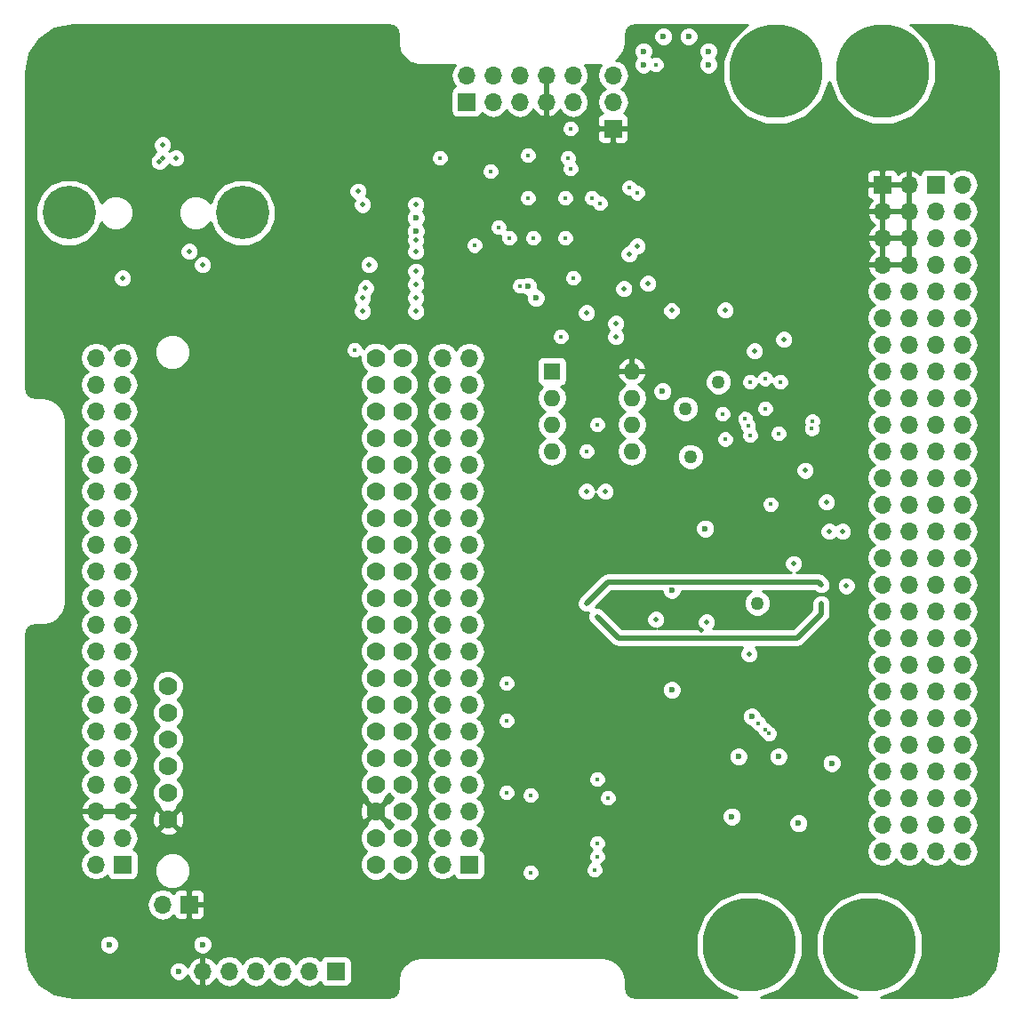
<source format=gbr>
G04 #@! TF.FileFunction,Copper,L3,Inr,Signal*
%FSLAX46Y46*%
G04 Gerber Fmt 4.6, Leading zero omitted, Abs format (unit mm)*
G04 Created by KiCad (PCBNEW 4.0.7) date 11/09/17 22:03:39*
%MOMM*%
%LPD*%
G01*
G04 APERTURE LIST*
%ADD10C,0.100000*%
%ADD11R,1.700000X1.700000*%
%ADD12O,1.700000X1.700000*%
%ADD13C,8.890000*%
%ADD14C,1.778000*%
%ADD15R,1.600000X1.600000*%
%ADD16O,1.600000X1.600000*%
%ADD17C,5.080000*%
%ADD18C,6.350000*%
%ADD19C,1.270000*%
%ADD20C,0.508000*%
%ADD21C,0.381000*%
%ADD22C,0.600000*%
%ADD23C,0.508000*%
%ADD24C,0.254000*%
G04 APERTURE END LIST*
D10*
D11*
X211952960Y-43408720D03*
D12*
X214492960Y-43408720D03*
X211952960Y-45948720D03*
X214492960Y-45948720D03*
X211952960Y-48488720D03*
X214492960Y-48488720D03*
X211952960Y-51028720D03*
X214492960Y-51028720D03*
X211952960Y-53568720D03*
X214492960Y-53568720D03*
X211952960Y-56108720D03*
X214492960Y-56108720D03*
X211952960Y-58648720D03*
X214492960Y-58648720D03*
X211952960Y-61188720D03*
X214492960Y-61188720D03*
X211952960Y-63728720D03*
X214492960Y-63728720D03*
X211952960Y-66268720D03*
X214492960Y-66268720D03*
X211952960Y-68808720D03*
X214492960Y-68808720D03*
X211952960Y-71348720D03*
X214492960Y-71348720D03*
X211952960Y-73888720D03*
X214492960Y-73888720D03*
X211952960Y-76428720D03*
X214492960Y-76428720D03*
X211952960Y-78968720D03*
X214492960Y-78968720D03*
X211952960Y-81508720D03*
X214492960Y-81508720D03*
X211952960Y-84048720D03*
X214492960Y-84048720D03*
X211952960Y-86588720D03*
X214492960Y-86588720D03*
X211952960Y-89128720D03*
X214492960Y-89128720D03*
X211952960Y-91668720D03*
X214492960Y-91668720D03*
X211952960Y-94208720D03*
X214492960Y-94208720D03*
X211952960Y-96748720D03*
X214492960Y-96748720D03*
X211952960Y-99288720D03*
X214492960Y-99288720D03*
X211952960Y-101828720D03*
X214492960Y-101828720D03*
X211952960Y-104368720D03*
X214492960Y-104368720D03*
X211952960Y-106908720D03*
X214492960Y-106908720D03*
D11*
X217032960Y-43408720D03*
D12*
X219572960Y-43408720D03*
X217032960Y-45948720D03*
X219572960Y-45948720D03*
X217032960Y-48488720D03*
X219572960Y-48488720D03*
X217032960Y-51028720D03*
X219572960Y-51028720D03*
X217032960Y-53568720D03*
X219572960Y-53568720D03*
X217032960Y-56108720D03*
X219572960Y-56108720D03*
X217032960Y-58648720D03*
X219572960Y-58648720D03*
X217032960Y-61188720D03*
X219572960Y-61188720D03*
X217032960Y-63728720D03*
X219572960Y-63728720D03*
X217032960Y-66268720D03*
X219572960Y-66268720D03*
X217032960Y-68808720D03*
X219572960Y-68808720D03*
X217032960Y-71348720D03*
X219572960Y-71348720D03*
X217032960Y-73888720D03*
X219572960Y-73888720D03*
X217032960Y-76428720D03*
X219572960Y-76428720D03*
X217032960Y-78968720D03*
X219572960Y-78968720D03*
X217032960Y-81508720D03*
X219572960Y-81508720D03*
X217032960Y-84048720D03*
X219572960Y-84048720D03*
X217032960Y-86588720D03*
X219572960Y-86588720D03*
X217032960Y-89128720D03*
X219572960Y-89128720D03*
X217032960Y-91668720D03*
X219572960Y-91668720D03*
X217032960Y-94208720D03*
X219572960Y-94208720D03*
X217032960Y-96748720D03*
X219572960Y-96748720D03*
X217032960Y-99288720D03*
X219572960Y-99288720D03*
X217032960Y-101828720D03*
X219572960Y-101828720D03*
X217032960Y-104368720D03*
X219572960Y-104368720D03*
X217032960Y-106908720D03*
X219572960Y-106908720D03*
D11*
X172328960Y-35534720D03*
D12*
X172328960Y-32994720D03*
X174868960Y-35534720D03*
X174868960Y-32994720D03*
X177408960Y-35534720D03*
X177408960Y-32994720D03*
X179948960Y-35534720D03*
X179948960Y-32994720D03*
X182488960Y-35534720D03*
X182488960Y-32994720D03*
D11*
X186298960Y-38074720D03*
D12*
X186298960Y-35534720D03*
X186298960Y-32994720D03*
D11*
X139562960Y-108178720D03*
D12*
X137022960Y-108178720D03*
X139562960Y-105638720D03*
X137022960Y-105638720D03*
X139562960Y-103098720D03*
X137022960Y-103098720D03*
X139562960Y-100558720D03*
X137022960Y-100558720D03*
X139562960Y-98018720D03*
X137022960Y-98018720D03*
X139562960Y-95478720D03*
X137022960Y-95478720D03*
X139562960Y-92938720D03*
X137022960Y-92938720D03*
X139562960Y-90398720D03*
X137022960Y-90398720D03*
X139562960Y-87858720D03*
X137022960Y-87858720D03*
X139562960Y-85318720D03*
X137022960Y-85318720D03*
X139562960Y-82778720D03*
X137022960Y-82778720D03*
X139562960Y-80238720D03*
X137022960Y-80238720D03*
X139562960Y-77698720D03*
X137022960Y-77698720D03*
X139562960Y-75158720D03*
X137022960Y-75158720D03*
X139562960Y-72618720D03*
X137022960Y-72618720D03*
X139562960Y-70078720D03*
X137022960Y-70078720D03*
X139562960Y-67538720D03*
X137022960Y-67538720D03*
X139562960Y-64998720D03*
X137022960Y-64998720D03*
X139562960Y-62458720D03*
X137022960Y-62458720D03*
X139562960Y-59918720D03*
X137022960Y-59918720D03*
D11*
X159882960Y-118338720D03*
D12*
X157342960Y-118338720D03*
X154802960Y-118338720D03*
X152262960Y-118338720D03*
X149722960Y-118338720D03*
X147182960Y-118338720D03*
D11*
X172582960Y-108178720D03*
D12*
X170042960Y-108178720D03*
X172582960Y-105638720D03*
X170042960Y-105638720D03*
X172582960Y-103098720D03*
X170042960Y-103098720D03*
X172582960Y-100558720D03*
X170042960Y-100558720D03*
X172582960Y-98018720D03*
X170042960Y-98018720D03*
X172582960Y-95478720D03*
X170042960Y-95478720D03*
X172582960Y-92938720D03*
X170042960Y-92938720D03*
X172582960Y-90398720D03*
X170042960Y-90398720D03*
X172582960Y-87858720D03*
X170042960Y-87858720D03*
X172582960Y-85318720D03*
X170042960Y-85318720D03*
X172582960Y-82778720D03*
X170042960Y-82778720D03*
X172582960Y-80238720D03*
X170042960Y-80238720D03*
X172582960Y-77698720D03*
X170042960Y-77698720D03*
X172582960Y-75158720D03*
X170042960Y-75158720D03*
X172582960Y-72618720D03*
X170042960Y-72618720D03*
X172582960Y-70078720D03*
X170042960Y-70078720D03*
X172582960Y-67538720D03*
X170042960Y-67538720D03*
X172582960Y-64998720D03*
X170042960Y-64998720D03*
X172582960Y-62458720D03*
X170042960Y-62458720D03*
X172582960Y-59918720D03*
X170042960Y-59918720D03*
D13*
X199252960Y-115798720D03*
X210682960Y-115798720D03*
X201792960Y-32613720D03*
X211952960Y-32613720D03*
D11*
X145912960Y-111988720D03*
D12*
X143372960Y-111988720D03*
D14*
X163692960Y-108178720D03*
X166232960Y-108178720D03*
X163692960Y-105638720D03*
X166232960Y-105638720D03*
X163692960Y-103098720D03*
X166232960Y-103098720D03*
X163692960Y-100558720D03*
X166232960Y-100558720D03*
X163692960Y-98018720D03*
X166232960Y-98018720D03*
X163692960Y-95478720D03*
X166232960Y-95478720D03*
X163692960Y-92938720D03*
X166232960Y-92938720D03*
X163692960Y-90398720D03*
X166232960Y-90398720D03*
X163692960Y-87858720D03*
X166232960Y-87858720D03*
X163692960Y-85318720D03*
X166232960Y-85318720D03*
X163692960Y-82778720D03*
X166232960Y-82778720D03*
X163692960Y-80238720D03*
X166232960Y-80238720D03*
X163692960Y-77698720D03*
X166232960Y-77698720D03*
X163692960Y-75158720D03*
X166232960Y-75158720D03*
X163692960Y-72618720D03*
X166232960Y-72618720D03*
X163692960Y-70078720D03*
X166232960Y-70078720D03*
X163692960Y-67538720D03*
X166232960Y-67538720D03*
X163692960Y-64998720D03*
X166232960Y-64998720D03*
X163692960Y-62458720D03*
X166232960Y-62458720D03*
X163692960Y-59918720D03*
X166232960Y-59918720D03*
X143912960Y-103868720D03*
X143912960Y-101328720D03*
X143912960Y-98788720D03*
X143912960Y-96248720D03*
X143912960Y-93708720D03*
X143912960Y-91168720D03*
D15*
X180456960Y-61188720D03*
D16*
X188076960Y-68808720D03*
X180456960Y-63728720D03*
X188076960Y-66268720D03*
X180456960Y-66268720D03*
X188076960Y-63728720D03*
X180456960Y-68808720D03*
X188076960Y-61188720D03*
D17*
X134467960Y-46083720D03*
X150977960Y-46083720D03*
D18*
X133847960Y-34518720D03*
X219572960Y-38328720D03*
X133847960Y-114528720D03*
X219572960Y-111988720D03*
D19*
X193944371Y-59156720D03*
D20*
X191861550Y-52552720D03*
D19*
X194325370Y-56362720D03*
X193944371Y-57782741D03*
D21*
X180837960Y-52933720D03*
D20*
X204332960Y-60934720D03*
X198490960Y-55854720D03*
X207380960Y-81508720D03*
X194680960Y-85826720D03*
D19*
X195188960Y-57378720D03*
D20*
X188076960Y-72110720D03*
X188076960Y-75158720D03*
D21*
X176392960Y-42646720D03*
X184774960Y-98780720D03*
X173090960Y-53060720D03*
X185028960Y-49504720D03*
X184012960Y-37312720D03*
X169788960Y-38074720D03*
D20*
X158299450Y-47853720D03*
X158299450Y-50393720D03*
X162454737Y-48351908D03*
X139562960Y-48488720D03*
X157342960Y-49536720D03*
X162422960Y-49970720D03*
X191861550Y-55416390D03*
D22*
X190997960Y-63093720D03*
D20*
X202554960Y-58140720D03*
X196966960Y-55346720D03*
X199760960Y-59268318D03*
X189600960Y-52806720D03*
X186552960Y-57886720D03*
X186552960Y-56616720D03*
X204586960Y-70626720D03*
X206618958Y-73634720D03*
X208523960Y-81635720D03*
X190362960Y-84810720D03*
X195188960Y-85064720D03*
X199252960Y-88112720D03*
D21*
X175376960Y-47472720D03*
X181980960Y-40868720D03*
X176392960Y-48488720D03*
X178678960Y-48488720D03*
X184774960Y-106146720D03*
X184774960Y-107416720D03*
X184520960Y-108686720D03*
X178424960Y-108940720D03*
X184774960Y-100050720D03*
X185790960Y-101828720D03*
X178424960Y-101574720D03*
X182234960Y-41884720D03*
X182488960Y-52298720D03*
X185028960Y-45186720D03*
X182234964Y-38074720D03*
X169788960Y-40868724D03*
X177408962Y-53060720D03*
D22*
X195061960Y-76174720D03*
D21*
X200776960Y-64744720D03*
X200776960Y-61888720D03*
X199341960Y-62204720D03*
X202211960Y-62204720D03*
X202046960Y-67119720D03*
X198871960Y-65719720D03*
X199151960Y-66369720D03*
X199341960Y-67284720D03*
X196966960Y-67669720D03*
X190362960Y-31978720D03*
D22*
X195382960Y-30708720D03*
X195382960Y-31978720D03*
X193482960Y-29303720D03*
X191082960Y-29303720D03*
X189182960Y-30708720D03*
X189182960Y-31978720D03*
D21*
X200141960Y-94716720D03*
X200776960Y-95351720D03*
X201132560Y-95707320D03*
D22*
X199506960Y-94081720D03*
X207126960Y-98526720D03*
X203951960Y-104241720D03*
X197601960Y-103606720D03*
X191886960Y-82016720D03*
X191886960Y-91541720D03*
D20*
X163048393Y-51038287D03*
X162730926Y-53247941D03*
X143052835Y-41201595D03*
X139562960Y-52298720D03*
X143372960Y-40868720D03*
X143372960Y-39598720D03*
X162422960Y-54203720D03*
X161999960Y-44043720D03*
X167502960Y-55473720D03*
X167502960Y-54203720D03*
X167502960Y-52933720D03*
X167502960Y-51663720D03*
X167502960Y-49758720D03*
X167502960Y-48700720D03*
X167502960Y-45313720D03*
X162422960Y-45313720D03*
X162422960Y-55473720D03*
D22*
X138292960Y-115798720D03*
X147182960Y-115798720D03*
D20*
X203472960Y-79508720D03*
X206872960Y-76428720D03*
D19*
X193156960Y-64744720D03*
D21*
X205272294Y-65950904D03*
X196712960Y-65252718D03*
D19*
X196331960Y-62204720D03*
X193664960Y-69316720D03*
D20*
X208142960Y-76428720D03*
D19*
X200014960Y-83286720D03*
D21*
X201284960Y-73868720D03*
X205221960Y-66649720D03*
D22*
X167502960Y-47853720D03*
D20*
X187822960Y-50012720D03*
X183758960Y-55600720D03*
X206110960Y-81508720D03*
X183758960Y-83286720D03*
X183758960Y-72618720D03*
X185536960Y-72618720D03*
D21*
X176138960Y-94462720D03*
X176138960Y-90906720D03*
X176138960Y-101320720D03*
X183758960Y-68808720D03*
X187822960Y-43690720D03*
D22*
X167502960Y-46583720D03*
D20*
X188584960Y-49250720D03*
X187314960Y-53314720D03*
X206110960Y-83332720D03*
X184774960Y-84556720D03*
D21*
X184774960Y-66268720D03*
X188584960Y-44190720D03*
X174614960Y-42138720D03*
X178170960Y-44678720D03*
X184266960Y-44678720D03*
X181726960Y-44678720D03*
D20*
X144642960Y-40868720D03*
X145912960Y-49758720D03*
X147182960Y-51028720D03*
D22*
X178170960Y-53060720D03*
X144914034Y-118338720D03*
D21*
X161660960Y-59156720D03*
X181307870Y-57886720D03*
D22*
X178932960Y-54203720D03*
D21*
X181726960Y-48488720D03*
X173090960Y-49190720D03*
X178170960Y-40614720D03*
D22*
X202046960Y-97891720D03*
X198236960Y-97891720D03*
D23*
X205856960Y-81254720D02*
X185790960Y-81254720D01*
X185790960Y-81254720D02*
X183758960Y-83286720D01*
X206110960Y-81508720D02*
X205856960Y-81254720D01*
X203824960Y-86588720D02*
X186806960Y-86588720D01*
X186806960Y-86588720D02*
X184774960Y-84556720D01*
X206110960Y-84302720D02*
X203824960Y-86588720D01*
X206110960Y-83332720D02*
X206110960Y-84302720D01*
D24*
G36*
X165278897Y-28294984D02*
X165546734Y-28473946D01*
X165725696Y-28741783D01*
X165801960Y-29125187D01*
X165801960Y-29819720D01*
X165815122Y-29885890D01*
X165815122Y-29953357D01*
X165931130Y-30536567D01*
X165939128Y-30555875D01*
X166033411Y-30783495D01*
X166363772Y-31277916D01*
X166552764Y-31466908D01*
X167047185Y-31797269D01*
X167191832Y-31857184D01*
X167294113Y-31899550D01*
X167877323Y-32015558D01*
X167944791Y-32015558D01*
X168010960Y-32028720D01*
X171203304Y-32028720D01*
X170956999Y-32397342D01*
X170843960Y-32965627D01*
X170843960Y-33023813D01*
X170956999Y-33592098D01*
X171278906Y-34073867D01*
X171280139Y-34074691D01*
X171243643Y-34081558D01*
X171027519Y-34220630D01*
X170882529Y-34432830D01*
X170831520Y-34684720D01*
X170831520Y-36384720D01*
X170875798Y-36620037D01*
X171014870Y-36836161D01*
X171227070Y-36981151D01*
X171478960Y-37032160D01*
X173178960Y-37032160D01*
X173414277Y-36987882D01*
X173630401Y-36848810D01*
X173775391Y-36636610D01*
X173789046Y-36569179D01*
X173818906Y-36613867D01*
X174300675Y-36935774D01*
X174868960Y-37048813D01*
X175437245Y-36935774D01*
X175919014Y-36613867D01*
X176138960Y-36284694D01*
X176358906Y-36613867D01*
X176840675Y-36935774D01*
X177408960Y-37048813D01*
X177977245Y-36935774D01*
X178459014Y-36613867D01*
X178686662Y-36273167D01*
X178753777Y-36416078D01*
X179182036Y-36806365D01*
X179592070Y-36976196D01*
X179821960Y-36854875D01*
X179821960Y-35661720D01*
X179801960Y-35661720D01*
X179801960Y-35407720D01*
X179821960Y-35407720D01*
X179821960Y-33121720D01*
X179801960Y-33121720D01*
X179801960Y-32867720D01*
X179821960Y-32867720D01*
X179821960Y-32847720D01*
X180075960Y-32847720D01*
X180075960Y-32867720D01*
X180095960Y-32867720D01*
X180095960Y-33121720D01*
X180075960Y-33121720D01*
X180075960Y-35407720D01*
X180095960Y-35407720D01*
X180095960Y-35661720D01*
X180075960Y-35661720D01*
X180075960Y-36854875D01*
X180305850Y-36976196D01*
X180715884Y-36806365D01*
X181144143Y-36416078D01*
X181211258Y-36273167D01*
X181438906Y-36613867D01*
X181920675Y-36935774D01*
X182488960Y-37048813D01*
X183057245Y-36935774D01*
X183539014Y-36613867D01*
X183860921Y-36132098D01*
X183973960Y-35563813D01*
X183973960Y-35505627D01*
X183860921Y-34937342D01*
X183539014Y-34455573D01*
X183253382Y-34264720D01*
X183539014Y-34073867D01*
X183860921Y-33592098D01*
X183973960Y-33023813D01*
X183973960Y-32965627D01*
X183860921Y-32397342D01*
X183614616Y-32028720D01*
X185163650Y-32028720D01*
X184897906Y-32426435D01*
X184784867Y-32994720D01*
X184897906Y-33563005D01*
X185219813Y-34044774D01*
X185548986Y-34264720D01*
X185219813Y-34484666D01*
X184897906Y-34966435D01*
X184784867Y-35534720D01*
X184897906Y-36103005D01*
X185219813Y-36584774D01*
X185263737Y-36614123D01*
X185089262Y-36686393D01*
X184910633Y-36865021D01*
X184813960Y-37098410D01*
X184813960Y-37788970D01*
X184972710Y-37947720D01*
X186171960Y-37947720D01*
X186171960Y-37927720D01*
X186425960Y-37927720D01*
X186425960Y-37947720D01*
X187625210Y-37947720D01*
X187783960Y-37788970D01*
X187783960Y-37098410D01*
X187687287Y-36865021D01*
X187508658Y-36686393D01*
X187334183Y-36614123D01*
X187378107Y-36584774D01*
X187700014Y-36103005D01*
X187813053Y-35534720D01*
X187700014Y-34966435D01*
X187378107Y-34484666D01*
X187048934Y-34264720D01*
X187378107Y-34044774D01*
X187700014Y-33563005D01*
X187813053Y-32994720D01*
X187700014Y-32426435D01*
X187378107Y-31944666D01*
X186896338Y-31622759D01*
X186597015Y-31563220D01*
X186741156Y-31466908D01*
X186930148Y-31277916D01*
X187186747Y-30893887D01*
X188247798Y-30893887D01*
X188389843Y-31237663D01*
X188495670Y-31343674D01*
X188390768Y-31448393D01*
X188248122Y-31791921D01*
X188247798Y-32163887D01*
X188389843Y-32507663D01*
X188652633Y-32770912D01*
X188996161Y-32913558D01*
X189368127Y-32913882D01*
X189711903Y-32771837D01*
X189850331Y-32633650D01*
X189894741Y-32678137D01*
X190198037Y-32804077D01*
X190526442Y-32804363D01*
X190829958Y-32678953D01*
X191062377Y-32446939D01*
X191188317Y-32143643D01*
X191188603Y-31815238D01*
X191063193Y-31511722D01*
X190831179Y-31279303D01*
X190527883Y-31153363D01*
X190199478Y-31153077D01*
X189963667Y-31250512D01*
X189975152Y-31239047D01*
X190117798Y-30895519D01*
X190117799Y-30893887D01*
X194447798Y-30893887D01*
X194589843Y-31237663D01*
X194695670Y-31343674D01*
X194590768Y-31448393D01*
X194448122Y-31791921D01*
X194447798Y-32163887D01*
X194589843Y-32507663D01*
X194852633Y-32770912D01*
X195196161Y-32913558D01*
X195568127Y-32913882D01*
X195911903Y-32771837D01*
X196175152Y-32509047D01*
X196317798Y-32165519D01*
X196318122Y-31793553D01*
X196176077Y-31449777D01*
X196070250Y-31343766D01*
X196175152Y-31239047D01*
X196317798Y-30895519D01*
X196318122Y-30523553D01*
X196176077Y-30179777D01*
X195913287Y-29916528D01*
X195569759Y-29773882D01*
X195197793Y-29773558D01*
X194854017Y-29915603D01*
X194590768Y-30178393D01*
X194448122Y-30521921D01*
X194447798Y-30893887D01*
X190117799Y-30893887D01*
X190118122Y-30523553D01*
X189976077Y-30179777D01*
X189713287Y-29916528D01*
X189369759Y-29773882D01*
X188997793Y-29773558D01*
X188654017Y-29915603D01*
X188390768Y-30178393D01*
X188248122Y-30521921D01*
X188247798Y-30893887D01*
X187186747Y-30893887D01*
X187260509Y-30783495D01*
X187354792Y-30555875D01*
X187362790Y-30536567D01*
X187478798Y-29953357D01*
X187478798Y-29885889D01*
X187491960Y-29819720D01*
X187491960Y-29488887D01*
X190147798Y-29488887D01*
X190289843Y-29832663D01*
X190552633Y-30095912D01*
X190896161Y-30238558D01*
X191268127Y-30238882D01*
X191611903Y-30096837D01*
X191875152Y-29834047D01*
X192017798Y-29490519D01*
X192017799Y-29488887D01*
X192547798Y-29488887D01*
X192689843Y-29832663D01*
X192952633Y-30095912D01*
X193296161Y-30238558D01*
X193668127Y-30238882D01*
X194011903Y-30096837D01*
X194275152Y-29834047D01*
X194417798Y-29490519D01*
X194418122Y-29118553D01*
X194276077Y-28774777D01*
X194013287Y-28511528D01*
X193669759Y-28368882D01*
X193297793Y-28368558D01*
X192954017Y-28510603D01*
X192690768Y-28773393D01*
X192548122Y-29116921D01*
X192547798Y-29488887D01*
X192017799Y-29488887D01*
X192018122Y-29118553D01*
X191876077Y-28774777D01*
X191613287Y-28511528D01*
X191269759Y-28368882D01*
X190897793Y-28368558D01*
X190554017Y-28510603D01*
X190290768Y-28773393D01*
X190148122Y-29116921D01*
X190147798Y-29488887D01*
X187491960Y-29488887D01*
X187491960Y-29125187D01*
X187568224Y-28741783D01*
X187747186Y-28473946D01*
X188015023Y-28294984D01*
X188398427Y-28218720D01*
X199126962Y-28218720D01*
X198919131Y-28304594D01*
X197488857Y-29732374D01*
X196713844Y-31598812D01*
X196712080Y-33619761D01*
X197483834Y-35487549D01*
X198911614Y-36917823D01*
X200778052Y-37692836D01*
X202799001Y-37694600D01*
X204666789Y-36922846D01*
X206097063Y-35495066D01*
X206872076Y-33628628D01*
X206872084Y-33619770D01*
X207643834Y-35487549D01*
X209071614Y-36917823D01*
X210938052Y-37692836D01*
X212959001Y-37694600D01*
X214826789Y-36922846D01*
X216257063Y-35495066D01*
X217032076Y-33628628D01*
X217033840Y-31607679D01*
X216262086Y-29739891D01*
X214834306Y-28309617D01*
X214615402Y-28218720D01*
X218489493Y-28218720D01*
X220233717Y-28565668D01*
X221655203Y-29515474D01*
X222605012Y-30936962D01*
X222951960Y-32681187D01*
X222951960Y-116366253D01*
X222605012Y-118110478D01*
X221655203Y-119531966D01*
X220233717Y-120481772D01*
X218489493Y-120828720D01*
X211812140Y-120828720D01*
X213556789Y-120107846D01*
X214987063Y-118680066D01*
X215762076Y-116813628D01*
X215763840Y-114792679D01*
X214992086Y-112924891D01*
X213564306Y-111494617D01*
X211697868Y-110719604D01*
X209676919Y-110717840D01*
X207809131Y-111489594D01*
X206378857Y-112917374D01*
X205603844Y-114783812D01*
X205602080Y-116804761D01*
X206373834Y-118672549D01*
X207801614Y-120102823D01*
X209549768Y-120828720D01*
X200382140Y-120828720D01*
X202126789Y-120107846D01*
X203557063Y-118680066D01*
X204332076Y-116813628D01*
X204333840Y-114792679D01*
X203562086Y-112924891D01*
X202134306Y-111494617D01*
X200267868Y-110719604D01*
X198246919Y-110717840D01*
X196379131Y-111489594D01*
X194948857Y-112917374D01*
X194173844Y-114783812D01*
X194172080Y-116804761D01*
X194943834Y-118672549D01*
X196371614Y-120102823D01*
X198119768Y-120828720D01*
X188398427Y-120828720D01*
X188015023Y-120752456D01*
X187747186Y-120573494D01*
X187568224Y-120305657D01*
X187491960Y-119922253D01*
X187491960Y-119227720D01*
X187478798Y-119161551D01*
X187478798Y-119094083D01*
X187362790Y-118510873D01*
X187268702Y-118283725D01*
X187260509Y-118263945D01*
X186930148Y-117769524D01*
X186741156Y-117580532D01*
X186246735Y-117250171D01*
X186102088Y-117190256D01*
X185999807Y-117147890D01*
X185416597Y-117031882D01*
X185349130Y-117031882D01*
X185282960Y-117018720D01*
X168010960Y-117018720D01*
X167944791Y-117031882D01*
X167877323Y-117031882D01*
X167294113Y-117147890D01*
X167191832Y-117190256D01*
X167047185Y-117250171D01*
X166552764Y-117580532D01*
X166363772Y-117769524D01*
X166033411Y-118263945D01*
X166025218Y-118283725D01*
X165931130Y-118510873D01*
X165815122Y-119094083D01*
X165815122Y-119161550D01*
X165801960Y-119227720D01*
X165801960Y-119922253D01*
X165725696Y-120305657D01*
X165546734Y-120573494D01*
X165278897Y-120752456D01*
X164895493Y-120828720D01*
X134804427Y-120828720D01*
X133060202Y-120481772D01*
X131638714Y-119531963D01*
X130965140Y-118523887D01*
X143978872Y-118523887D01*
X144120917Y-118867663D01*
X144383707Y-119130912D01*
X144727235Y-119273558D01*
X145099201Y-119273882D01*
X145442977Y-119131837D01*
X145706226Y-118869047D01*
X145760988Y-118737165D01*
X145987777Y-119220078D01*
X146416036Y-119610365D01*
X146826070Y-119780196D01*
X147055960Y-119658875D01*
X147055960Y-118465720D01*
X147035960Y-118465720D01*
X147035960Y-118211720D01*
X147055960Y-118211720D01*
X147055960Y-117018565D01*
X147309960Y-117018565D01*
X147309960Y-118211720D01*
X147329960Y-118211720D01*
X147329960Y-118465720D01*
X147309960Y-118465720D01*
X147309960Y-119658875D01*
X147539850Y-119780196D01*
X147949884Y-119610365D01*
X148378143Y-119220078D01*
X148445258Y-119077167D01*
X148672906Y-119417867D01*
X149154675Y-119739774D01*
X149722960Y-119852813D01*
X150291245Y-119739774D01*
X150773014Y-119417867D01*
X150992960Y-119088694D01*
X151212906Y-119417867D01*
X151694675Y-119739774D01*
X152262960Y-119852813D01*
X152831245Y-119739774D01*
X153313014Y-119417867D01*
X153532960Y-119088694D01*
X153752906Y-119417867D01*
X154234675Y-119739774D01*
X154802960Y-119852813D01*
X155371245Y-119739774D01*
X155853014Y-119417867D01*
X156072960Y-119088694D01*
X156292906Y-119417867D01*
X156774675Y-119739774D01*
X157342960Y-119852813D01*
X157911245Y-119739774D01*
X158393014Y-119417867D01*
X158420810Y-119376268D01*
X158429798Y-119424037D01*
X158568870Y-119640161D01*
X158781070Y-119785151D01*
X159032960Y-119836160D01*
X160732960Y-119836160D01*
X160968277Y-119791882D01*
X161184401Y-119652810D01*
X161329391Y-119440610D01*
X161380400Y-119188720D01*
X161380400Y-117488720D01*
X161336122Y-117253403D01*
X161197050Y-117037279D01*
X160984850Y-116892289D01*
X160732960Y-116841280D01*
X159032960Y-116841280D01*
X158797643Y-116885558D01*
X158581519Y-117024630D01*
X158436529Y-117236830D01*
X158422874Y-117304261D01*
X158393014Y-117259573D01*
X157911245Y-116937666D01*
X157342960Y-116824627D01*
X156774675Y-116937666D01*
X156292906Y-117259573D01*
X156072960Y-117588746D01*
X155853014Y-117259573D01*
X155371245Y-116937666D01*
X154802960Y-116824627D01*
X154234675Y-116937666D01*
X153752906Y-117259573D01*
X153532960Y-117588746D01*
X153313014Y-117259573D01*
X152831245Y-116937666D01*
X152262960Y-116824627D01*
X151694675Y-116937666D01*
X151212906Y-117259573D01*
X150992960Y-117588746D01*
X150773014Y-117259573D01*
X150291245Y-116937666D01*
X149722960Y-116824627D01*
X149154675Y-116937666D01*
X148672906Y-117259573D01*
X148445258Y-117600273D01*
X148378143Y-117457362D01*
X147949884Y-117067075D01*
X147539850Y-116897244D01*
X147309960Y-117018565D01*
X147055960Y-117018565D01*
X146826070Y-116897244D01*
X146416036Y-117067075D01*
X145987777Y-117457362D01*
X145761033Y-117940181D01*
X145707151Y-117809777D01*
X145444361Y-117546528D01*
X145100833Y-117403882D01*
X144728867Y-117403558D01*
X144385091Y-117545603D01*
X144121842Y-117808393D01*
X143979196Y-118151921D01*
X143978872Y-118523887D01*
X130965140Y-118523887D01*
X130688908Y-118110477D01*
X130341960Y-116366253D01*
X130341960Y-115983887D01*
X137357798Y-115983887D01*
X137499843Y-116327663D01*
X137762633Y-116590912D01*
X138106161Y-116733558D01*
X138478127Y-116733882D01*
X138821903Y-116591837D01*
X139085152Y-116329047D01*
X139227798Y-115985519D01*
X139227799Y-115983887D01*
X146247798Y-115983887D01*
X146389843Y-116327663D01*
X146652633Y-116590912D01*
X146996161Y-116733558D01*
X147368127Y-116733882D01*
X147711903Y-116591837D01*
X147975152Y-116329047D01*
X148117798Y-115985519D01*
X148118122Y-115613553D01*
X147976077Y-115269777D01*
X147713287Y-115006528D01*
X147369759Y-114863882D01*
X146997793Y-114863558D01*
X146654017Y-115005603D01*
X146390768Y-115268393D01*
X146248122Y-115611921D01*
X146247798Y-115983887D01*
X139227799Y-115983887D01*
X139228122Y-115613553D01*
X139086077Y-115269777D01*
X138823287Y-115006528D01*
X138479759Y-114863882D01*
X138107793Y-114863558D01*
X137764017Y-115005603D01*
X137500768Y-115268393D01*
X137358122Y-115611921D01*
X137357798Y-115983887D01*
X130341960Y-115983887D01*
X130341960Y-111959627D01*
X141887960Y-111959627D01*
X141887960Y-112017813D01*
X142000999Y-112586098D01*
X142322906Y-113067867D01*
X142804675Y-113389774D01*
X143372960Y-113502813D01*
X143941245Y-113389774D01*
X144423014Y-113067867D01*
X144452363Y-113023943D01*
X144524633Y-113198418D01*
X144703261Y-113377047D01*
X144936650Y-113473720D01*
X145627210Y-113473720D01*
X145785960Y-113314970D01*
X145785960Y-112115720D01*
X146039960Y-112115720D01*
X146039960Y-113314970D01*
X146198710Y-113473720D01*
X146889270Y-113473720D01*
X147122659Y-113377047D01*
X147301287Y-113198418D01*
X147397960Y-112965029D01*
X147397960Y-112274470D01*
X147239210Y-112115720D01*
X146039960Y-112115720D01*
X145785960Y-112115720D01*
X145765960Y-112115720D01*
X145765960Y-111861720D01*
X145785960Y-111861720D01*
X145785960Y-110662470D01*
X146039960Y-110662470D01*
X146039960Y-111861720D01*
X147239210Y-111861720D01*
X147397960Y-111702970D01*
X147397960Y-111012411D01*
X147301287Y-110779022D01*
X147122659Y-110600393D01*
X146889270Y-110503720D01*
X146198710Y-110503720D01*
X146039960Y-110662470D01*
X145785960Y-110662470D01*
X145627210Y-110503720D01*
X144936650Y-110503720D01*
X144703261Y-110600393D01*
X144524633Y-110779022D01*
X144452363Y-110953497D01*
X144423014Y-110909573D01*
X143941245Y-110587666D01*
X143372960Y-110474627D01*
X142804675Y-110587666D01*
X142322906Y-110909573D01*
X142000999Y-111391342D01*
X141887960Y-111959627D01*
X130341960Y-111959627D01*
X130341960Y-105638720D01*
X135508867Y-105638720D01*
X135621906Y-106207005D01*
X135943813Y-106688774D01*
X136272986Y-106908720D01*
X135943813Y-107128666D01*
X135621906Y-107610435D01*
X135508867Y-108178720D01*
X135621906Y-108747005D01*
X135943813Y-109228774D01*
X136425582Y-109550681D01*
X136993867Y-109663720D01*
X137052053Y-109663720D01*
X137620338Y-109550681D01*
X138102107Y-109228774D01*
X138102931Y-109227541D01*
X138109798Y-109264037D01*
X138248870Y-109480161D01*
X138461070Y-109625151D01*
X138712960Y-109676160D01*
X140412960Y-109676160D01*
X140648277Y-109631882D01*
X140864401Y-109492810D01*
X141009391Y-109280610D01*
X141048523Y-109087368D01*
X142602664Y-109087368D01*
X142862447Y-109716092D01*
X143343058Y-110197542D01*
X143971328Y-110458423D01*
X144651608Y-110459016D01*
X145280332Y-110199233D01*
X145761782Y-109718622D01*
X146022663Y-109090352D01*
X146023256Y-108410072D01*
X145763473Y-107781348D01*
X145282862Y-107299898D01*
X144654592Y-107039017D01*
X143974312Y-107038424D01*
X143345588Y-107298207D01*
X142864138Y-107778818D01*
X142603257Y-108407088D01*
X142602664Y-109087368D01*
X141048523Y-109087368D01*
X141060400Y-109028720D01*
X141060400Y-107328720D01*
X141016122Y-107093403D01*
X140877050Y-106877279D01*
X140664850Y-106732289D01*
X140597419Y-106718634D01*
X140642107Y-106688774D01*
X140964014Y-106207005D01*
X141077053Y-105638720D01*
X140964014Y-105070435D01*
X140877473Y-104940916D01*
X143020369Y-104940916D01*
X143105427Y-105196259D01*
X143674925Y-105404236D01*
X144280660Y-105378443D01*
X144720493Y-105196259D01*
X144805551Y-104940916D01*
X143912960Y-104048325D01*
X143020369Y-104940916D01*
X140877473Y-104940916D01*
X140642107Y-104588666D01*
X140301407Y-104361018D01*
X140444318Y-104293903D01*
X140834605Y-103865644D01*
X140931922Y-103630685D01*
X142377444Y-103630685D01*
X142403237Y-104236420D01*
X142585421Y-104676253D01*
X142840764Y-104761311D01*
X143733355Y-103868720D01*
X144092565Y-103868720D01*
X144985156Y-104761311D01*
X145240499Y-104676253D01*
X145448476Y-104106755D01*
X145422683Y-103501020D01*
X145240499Y-103061187D01*
X144985156Y-102976129D01*
X144092565Y-103868720D01*
X143733355Y-103868720D01*
X142840764Y-102976129D01*
X142585421Y-103061187D01*
X142377444Y-103630685D01*
X140931922Y-103630685D01*
X141004436Y-103455610D01*
X140883115Y-103225720D01*
X139689960Y-103225720D01*
X139689960Y-103245720D01*
X139435960Y-103245720D01*
X139435960Y-103225720D01*
X137149960Y-103225720D01*
X137149960Y-103245720D01*
X136895960Y-103245720D01*
X136895960Y-103225720D01*
X135702805Y-103225720D01*
X135581484Y-103455610D01*
X135751315Y-103865644D01*
X136141602Y-104293903D01*
X136284513Y-104361018D01*
X135943813Y-104588666D01*
X135621906Y-105070435D01*
X135508867Y-105638720D01*
X130341960Y-105638720D01*
X130341960Y-86275187D01*
X130418224Y-85891783D01*
X130597186Y-85623946D01*
X130865023Y-85444984D01*
X131248427Y-85368720D01*
X131942960Y-85368720D01*
X132009130Y-85355558D01*
X132076597Y-85355558D01*
X132659807Y-85239550D01*
X132802863Y-85180294D01*
X132906735Y-85137269D01*
X133401156Y-84806908D01*
X133590148Y-84617916D01*
X133920509Y-84123495D01*
X134004023Y-83921874D01*
X134022790Y-83876567D01*
X134138798Y-83293357D01*
X134138798Y-83225889D01*
X134151960Y-83159720D01*
X134151960Y-65887720D01*
X134138798Y-65821551D01*
X134138798Y-65754083D01*
X134022790Y-65170873D01*
X133966740Y-65035558D01*
X133920509Y-64923945D01*
X133590148Y-64429524D01*
X133401156Y-64240532D01*
X132906735Y-63910171D01*
X132714829Y-63830681D01*
X132659807Y-63807890D01*
X132076597Y-63691882D01*
X132009130Y-63691882D01*
X131942960Y-63678720D01*
X131248427Y-63678720D01*
X130865023Y-63602456D01*
X130597186Y-63423494D01*
X130418224Y-63155657D01*
X130341960Y-62772253D01*
X130341960Y-59918720D01*
X135508867Y-59918720D01*
X135621906Y-60487005D01*
X135943813Y-60968774D01*
X136272986Y-61188720D01*
X135943813Y-61408666D01*
X135621906Y-61890435D01*
X135508867Y-62458720D01*
X135621906Y-63027005D01*
X135943813Y-63508774D01*
X136272986Y-63728720D01*
X135943813Y-63948666D01*
X135621906Y-64430435D01*
X135508867Y-64998720D01*
X135621906Y-65567005D01*
X135943813Y-66048774D01*
X136272986Y-66268720D01*
X135943813Y-66488666D01*
X135621906Y-66970435D01*
X135508867Y-67538720D01*
X135621906Y-68107005D01*
X135943813Y-68588774D01*
X136272986Y-68808720D01*
X135943813Y-69028666D01*
X135621906Y-69510435D01*
X135508867Y-70078720D01*
X135621906Y-70647005D01*
X135943813Y-71128774D01*
X136272986Y-71348720D01*
X135943813Y-71568666D01*
X135621906Y-72050435D01*
X135508867Y-72618720D01*
X135621906Y-73187005D01*
X135943813Y-73668774D01*
X136272986Y-73888720D01*
X135943813Y-74108666D01*
X135621906Y-74590435D01*
X135508867Y-75158720D01*
X135621906Y-75727005D01*
X135943813Y-76208774D01*
X136272986Y-76428720D01*
X135943813Y-76648666D01*
X135621906Y-77130435D01*
X135508867Y-77698720D01*
X135621906Y-78267005D01*
X135943813Y-78748774D01*
X136272986Y-78968720D01*
X135943813Y-79188666D01*
X135621906Y-79670435D01*
X135508867Y-80238720D01*
X135621906Y-80807005D01*
X135943813Y-81288774D01*
X136272986Y-81508720D01*
X135943813Y-81728666D01*
X135621906Y-82210435D01*
X135508867Y-82778720D01*
X135621906Y-83347005D01*
X135943813Y-83828774D01*
X136272986Y-84048720D01*
X135943813Y-84268666D01*
X135621906Y-84750435D01*
X135508867Y-85318720D01*
X135621906Y-85887005D01*
X135943813Y-86368774D01*
X136272986Y-86588720D01*
X135943813Y-86808666D01*
X135621906Y-87290435D01*
X135508867Y-87858720D01*
X135621906Y-88427005D01*
X135943813Y-88908774D01*
X136272986Y-89128720D01*
X135943813Y-89348666D01*
X135621906Y-89830435D01*
X135508867Y-90398720D01*
X135621906Y-90967005D01*
X135943813Y-91448774D01*
X136272986Y-91668720D01*
X135943813Y-91888666D01*
X135621906Y-92370435D01*
X135508867Y-92938720D01*
X135621906Y-93507005D01*
X135943813Y-93988774D01*
X136272986Y-94208720D01*
X135943813Y-94428666D01*
X135621906Y-94910435D01*
X135508867Y-95478720D01*
X135621906Y-96047005D01*
X135943813Y-96528774D01*
X136272986Y-96748720D01*
X135943813Y-96968666D01*
X135621906Y-97450435D01*
X135508867Y-98018720D01*
X135621906Y-98587005D01*
X135943813Y-99068774D01*
X136272986Y-99288720D01*
X135943813Y-99508666D01*
X135621906Y-99990435D01*
X135508867Y-100558720D01*
X135621906Y-101127005D01*
X135943813Y-101608774D01*
X136284513Y-101836422D01*
X136141602Y-101903537D01*
X135751315Y-102331796D01*
X135581484Y-102741830D01*
X135702805Y-102971720D01*
X136895960Y-102971720D01*
X136895960Y-102951720D01*
X137149960Y-102951720D01*
X137149960Y-102971720D01*
X139435960Y-102971720D01*
X139435960Y-102951720D01*
X139689960Y-102951720D01*
X139689960Y-102971720D01*
X140883115Y-102971720D01*
X141004436Y-102741830D01*
X140834605Y-102331796D01*
X140444318Y-101903537D01*
X140301407Y-101836422D01*
X140642107Y-101608774D01*
X140964014Y-101127005D01*
X141077053Y-100558720D01*
X140964014Y-99990435D01*
X140642107Y-99508666D01*
X140312934Y-99288720D01*
X140642107Y-99068774D01*
X140964014Y-98587005D01*
X141077053Y-98018720D01*
X140964014Y-97450435D01*
X140642107Y-96968666D01*
X140312934Y-96748720D01*
X140642107Y-96528774D01*
X140964014Y-96047005D01*
X141077053Y-95478720D01*
X140964014Y-94910435D01*
X140642107Y-94428666D01*
X140312934Y-94208720D01*
X140642107Y-93988774D01*
X140964014Y-93507005D01*
X141077053Y-92938720D01*
X140964014Y-92370435D01*
X140642107Y-91888666D01*
X140312934Y-91668720D01*
X140609543Y-91470532D01*
X142388696Y-91470532D01*
X142620222Y-92030869D01*
X143027697Y-92439056D01*
X142621729Y-92844316D01*
X142389225Y-93404248D01*
X142388696Y-94010532D01*
X142620222Y-94570869D01*
X143027697Y-94979056D01*
X142621729Y-95384316D01*
X142389225Y-95944248D01*
X142388696Y-96550532D01*
X142620222Y-97110869D01*
X143027697Y-97519056D01*
X142621729Y-97924316D01*
X142389225Y-98484248D01*
X142388696Y-99090532D01*
X142620222Y-99650869D01*
X143027697Y-100059056D01*
X142621729Y-100464316D01*
X142389225Y-101024248D01*
X142388696Y-101630532D01*
X142620222Y-102190869D01*
X143048556Y-102619951D01*
X143075466Y-102631125D01*
X143020369Y-102796524D01*
X143912960Y-103689115D01*
X144741390Y-102860685D01*
X162157444Y-102860685D01*
X162183237Y-103466420D01*
X162365421Y-103906253D01*
X162620764Y-103991311D01*
X163513355Y-103098720D01*
X162620764Y-102206129D01*
X162365421Y-102291187D01*
X162157444Y-102860685D01*
X144741390Y-102860685D01*
X144805551Y-102796524D01*
X144750607Y-102631582D01*
X144775109Y-102621458D01*
X145204191Y-102193124D01*
X145436695Y-101633192D01*
X145437224Y-101026908D01*
X145205698Y-100466571D01*
X144798223Y-100058384D01*
X145204191Y-99653124D01*
X145436695Y-99093192D01*
X145437224Y-98486908D01*
X145205698Y-97926571D01*
X144798223Y-97518384D01*
X145204191Y-97113124D01*
X145436695Y-96553192D01*
X145437224Y-95946908D01*
X145205698Y-95386571D01*
X144798223Y-94978384D01*
X145204191Y-94573124D01*
X145436695Y-94013192D01*
X145437224Y-93406908D01*
X145205698Y-92846571D01*
X144798223Y-92438384D01*
X145204191Y-92033124D01*
X145436695Y-91473192D01*
X145437224Y-90866908D01*
X145205698Y-90306571D01*
X144777364Y-89877489D01*
X144217432Y-89644985D01*
X143611148Y-89644456D01*
X143050811Y-89875982D01*
X142621729Y-90304316D01*
X142389225Y-90864248D01*
X142388696Y-91470532D01*
X140609543Y-91470532D01*
X140642107Y-91448774D01*
X140964014Y-90967005D01*
X141077053Y-90398720D01*
X140964014Y-89830435D01*
X140642107Y-89348666D01*
X140312934Y-89128720D01*
X140642107Y-88908774D01*
X140964014Y-88427005D01*
X141077053Y-87858720D01*
X140964014Y-87290435D01*
X140642107Y-86808666D01*
X140312934Y-86588720D01*
X140642107Y-86368774D01*
X140964014Y-85887005D01*
X141077053Y-85318720D01*
X140964014Y-84750435D01*
X140642107Y-84268666D01*
X140312934Y-84048720D01*
X140642107Y-83828774D01*
X140964014Y-83347005D01*
X141077053Y-82778720D01*
X140964014Y-82210435D01*
X140642107Y-81728666D01*
X140312934Y-81508720D01*
X140642107Y-81288774D01*
X140964014Y-80807005D01*
X141077053Y-80238720D01*
X140964014Y-79670435D01*
X140642107Y-79188666D01*
X140312934Y-78968720D01*
X140642107Y-78748774D01*
X140964014Y-78267005D01*
X141077053Y-77698720D01*
X140964014Y-77130435D01*
X140642107Y-76648666D01*
X140312934Y-76428720D01*
X140642107Y-76208774D01*
X140964014Y-75727005D01*
X141077053Y-75158720D01*
X140964014Y-74590435D01*
X140642107Y-74108666D01*
X140312934Y-73888720D01*
X140642107Y-73668774D01*
X140964014Y-73187005D01*
X141077053Y-72618720D01*
X140964014Y-72050435D01*
X140642107Y-71568666D01*
X140312934Y-71348720D01*
X140642107Y-71128774D01*
X140964014Y-70647005D01*
X141077053Y-70078720D01*
X140964014Y-69510435D01*
X140642107Y-69028666D01*
X140312934Y-68808720D01*
X140642107Y-68588774D01*
X140964014Y-68107005D01*
X141077053Y-67538720D01*
X140964014Y-66970435D01*
X140642107Y-66488666D01*
X140312934Y-66268720D01*
X140642107Y-66048774D01*
X140964014Y-65567005D01*
X141077053Y-64998720D01*
X140964014Y-64430435D01*
X140642107Y-63948666D01*
X140312934Y-63728720D01*
X140642107Y-63508774D01*
X140964014Y-63027005D01*
X141077053Y-62458720D01*
X140964014Y-61890435D01*
X140642107Y-61408666D01*
X140312934Y-61188720D01*
X140642107Y-60968774D01*
X140964014Y-60487005D01*
X141077053Y-59918720D01*
X141031035Y-59687368D01*
X142602664Y-59687368D01*
X142862447Y-60316092D01*
X143343058Y-60797542D01*
X143971328Y-61058423D01*
X144651608Y-61059016D01*
X145280332Y-60799233D01*
X145761782Y-60318622D01*
X146022663Y-59690352D01*
X146022985Y-59320202D01*
X160835317Y-59320202D01*
X160960727Y-59623718D01*
X161192741Y-59856137D01*
X161496037Y-59982077D01*
X161824442Y-59982363D01*
X162127958Y-59856953D01*
X162169049Y-59815934D01*
X162168696Y-60220532D01*
X162400222Y-60780869D01*
X162807697Y-61189056D01*
X162401729Y-61594316D01*
X162169225Y-62154248D01*
X162168696Y-62760532D01*
X162400222Y-63320869D01*
X162807697Y-63729056D01*
X162401729Y-64134316D01*
X162169225Y-64694248D01*
X162168696Y-65300532D01*
X162400222Y-65860869D01*
X162807697Y-66269056D01*
X162401729Y-66674316D01*
X162169225Y-67234248D01*
X162168696Y-67840532D01*
X162400222Y-68400869D01*
X162807697Y-68809056D01*
X162401729Y-69214316D01*
X162169225Y-69774248D01*
X162168696Y-70380532D01*
X162400222Y-70940869D01*
X162807697Y-71349056D01*
X162401729Y-71754316D01*
X162169225Y-72314248D01*
X162168696Y-72920532D01*
X162400222Y-73480869D01*
X162807697Y-73889056D01*
X162401729Y-74294316D01*
X162169225Y-74854248D01*
X162168696Y-75460532D01*
X162400222Y-76020869D01*
X162807697Y-76429056D01*
X162401729Y-76834316D01*
X162169225Y-77394248D01*
X162168696Y-78000532D01*
X162400222Y-78560869D01*
X162807697Y-78969056D01*
X162401729Y-79374316D01*
X162169225Y-79934248D01*
X162168696Y-80540532D01*
X162400222Y-81100869D01*
X162807697Y-81509056D01*
X162401729Y-81914316D01*
X162169225Y-82474248D01*
X162168696Y-83080532D01*
X162400222Y-83640869D01*
X162807697Y-84049056D01*
X162401729Y-84454316D01*
X162169225Y-85014248D01*
X162168696Y-85620532D01*
X162400222Y-86180869D01*
X162807697Y-86589056D01*
X162401729Y-86994316D01*
X162169225Y-87554248D01*
X162168696Y-88160532D01*
X162400222Y-88720869D01*
X162807697Y-89129056D01*
X162401729Y-89534316D01*
X162169225Y-90094248D01*
X162168696Y-90700532D01*
X162400222Y-91260869D01*
X162807697Y-91669056D01*
X162401729Y-92074316D01*
X162169225Y-92634248D01*
X162168696Y-93240532D01*
X162400222Y-93800869D01*
X162807697Y-94209056D01*
X162401729Y-94614316D01*
X162169225Y-95174248D01*
X162168696Y-95780532D01*
X162400222Y-96340869D01*
X162807697Y-96749056D01*
X162401729Y-97154316D01*
X162169225Y-97714248D01*
X162168696Y-98320532D01*
X162400222Y-98880869D01*
X162807697Y-99289056D01*
X162401729Y-99694316D01*
X162169225Y-100254248D01*
X162168696Y-100860532D01*
X162400222Y-101420869D01*
X162828556Y-101849951D01*
X162855466Y-101861125D01*
X162800369Y-102026524D01*
X163692960Y-102919115D01*
X164585551Y-102026524D01*
X164530607Y-101861582D01*
X164555109Y-101851458D01*
X164963296Y-101443983D01*
X165347697Y-101829056D01*
X164941729Y-102234316D01*
X164930555Y-102261226D01*
X164765156Y-102206129D01*
X163872565Y-103098720D01*
X164765156Y-103991311D01*
X164930098Y-103936367D01*
X164940222Y-103960869D01*
X165347697Y-104369056D01*
X164962624Y-104753457D01*
X164557364Y-104347489D01*
X164530454Y-104336315D01*
X164585551Y-104170916D01*
X163692960Y-103278325D01*
X162800369Y-104170916D01*
X162855313Y-104335858D01*
X162830811Y-104345982D01*
X162401729Y-104774316D01*
X162169225Y-105334248D01*
X162168696Y-105940532D01*
X162400222Y-106500869D01*
X162807697Y-106909056D01*
X162401729Y-107314316D01*
X162169225Y-107874248D01*
X162168696Y-108480532D01*
X162400222Y-109040869D01*
X162828556Y-109469951D01*
X163388488Y-109702455D01*
X163994772Y-109702984D01*
X164555109Y-109471458D01*
X164963296Y-109063983D01*
X165368556Y-109469951D01*
X165928488Y-109702455D01*
X166534772Y-109702984D01*
X167095109Y-109471458D01*
X167524191Y-109043124D01*
X167756695Y-108483192D01*
X167757224Y-107876908D01*
X167525698Y-107316571D01*
X167118223Y-106908384D01*
X167524191Y-106503124D01*
X167756695Y-105943192D01*
X167757224Y-105336908D01*
X167525698Y-104776571D01*
X167118223Y-104368384D01*
X167524191Y-103963124D01*
X167756695Y-103403192D01*
X167757224Y-102796908D01*
X167525698Y-102236571D01*
X167118223Y-101828384D01*
X167524191Y-101423124D01*
X167756695Y-100863192D01*
X167757224Y-100256908D01*
X167525698Y-99696571D01*
X167118223Y-99288384D01*
X167524191Y-98883124D01*
X167756695Y-98323192D01*
X167757224Y-97716908D01*
X167525698Y-97156571D01*
X167118223Y-96748384D01*
X167524191Y-96343124D01*
X167756695Y-95783192D01*
X167757224Y-95176908D01*
X167525698Y-94616571D01*
X167118223Y-94208384D01*
X167524191Y-93803124D01*
X167756695Y-93243192D01*
X167757224Y-92636908D01*
X167525698Y-92076571D01*
X167118223Y-91668384D01*
X167524191Y-91263124D01*
X167756695Y-90703192D01*
X167757224Y-90096908D01*
X167525698Y-89536571D01*
X167118223Y-89128384D01*
X167524191Y-88723124D01*
X167756695Y-88163192D01*
X167757224Y-87556908D01*
X167525698Y-86996571D01*
X167118223Y-86588384D01*
X167524191Y-86183124D01*
X167756695Y-85623192D01*
X167757224Y-85016908D01*
X167525698Y-84456571D01*
X167118223Y-84048384D01*
X167524191Y-83643124D01*
X167756695Y-83083192D01*
X167757224Y-82476908D01*
X167525698Y-81916571D01*
X167118223Y-81508384D01*
X167524191Y-81103124D01*
X167756695Y-80543192D01*
X167757224Y-79936908D01*
X167525698Y-79376571D01*
X167118223Y-78968384D01*
X167524191Y-78563124D01*
X167756695Y-78003192D01*
X167757224Y-77396908D01*
X167525698Y-76836571D01*
X167118223Y-76428384D01*
X167524191Y-76023124D01*
X167756695Y-75463192D01*
X167757224Y-74856908D01*
X167525698Y-74296571D01*
X167118223Y-73888384D01*
X167524191Y-73483124D01*
X167756695Y-72923192D01*
X167757224Y-72316908D01*
X167525698Y-71756571D01*
X167118223Y-71348384D01*
X167524191Y-70943124D01*
X167756695Y-70383192D01*
X167757224Y-69776908D01*
X167525698Y-69216571D01*
X167118223Y-68808384D01*
X167524191Y-68403124D01*
X167756695Y-67843192D01*
X167757224Y-67236908D01*
X167525698Y-66676571D01*
X167118223Y-66268384D01*
X167524191Y-65863124D01*
X167756695Y-65303192D01*
X167757224Y-64696908D01*
X167525698Y-64136571D01*
X167118223Y-63728384D01*
X167524191Y-63323124D01*
X167756695Y-62763192D01*
X167757224Y-62156908D01*
X167525698Y-61596571D01*
X167118223Y-61188384D01*
X167524191Y-60783124D01*
X167756695Y-60223192D01*
X167756960Y-59918720D01*
X168528867Y-59918720D01*
X168641906Y-60487005D01*
X168963813Y-60968774D01*
X169292986Y-61188720D01*
X168963813Y-61408666D01*
X168641906Y-61890435D01*
X168528867Y-62458720D01*
X168641906Y-63027005D01*
X168963813Y-63508774D01*
X169292986Y-63728720D01*
X168963813Y-63948666D01*
X168641906Y-64430435D01*
X168528867Y-64998720D01*
X168641906Y-65567005D01*
X168963813Y-66048774D01*
X169292986Y-66268720D01*
X168963813Y-66488666D01*
X168641906Y-66970435D01*
X168528867Y-67538720D01*
X168641906Y-68107005D01*
X168963813Y-68588774D01*
X169292986Y-68808720D01*
X168963813Y-69028666D01*
X168641906Y-69510435D01*
X168528867Y-70078720D01*
X168641906Y-70647005D01*
X168963813Y-71128774D01*
X169292986Y-71348720D01*
X168963813Y-71568666D01*
X168641906Y-72050435D01*
X168528867Y-72618720D01*
X168641906Y-73187005D01*
X168963813Y-73668774D01*
X169292986Y-73888720D01*
X168963813Y-74108666D01*
X168641906Y-74590435D01*
X168528867Y-75158720D01*
X168641906Y-75727005D01*
X168963813Y-76208774D01*
X169292986Y-76428720D01*
X168963813Y-76648666D01*
X168641906Y-77130435D01*
X168528867Y-77698720D01*
X168641906Y-78267005D01*
X168963813Y-78748774D01*
X169292986Y-78968720D01*
X168963813Y-79188666D01*
X168641906Y-79670435D01*
X168528867Y-80238720D01*
X168641906Y-80807005D01*
X168963813Y-81288774D01*
X169292986Y-81508720D01*
X168963813Y-81728666D01*
X168641906Y-82210435D01*
X168528867Y-82778720D01*
X168641906Y-83347005D01*
X168963813Y-83828774D01*
X169292986Y-84048720D01*
X168963813Y-84268666D01*
X168641906Y-84750435D01*
X168528867Y-85318720D01*
X168641906Y-85887005D01*
X168963813Y-86368774D01*
X169292986Y-86588720D01*
X168963813Y-86808666D01*
X168641906Y-87290435D01*
X168528867Y-87858720D01*
X168641906Y-88427005D01*
X168963813Y-88908774D01*
X169292986Y-89128720D01*
X168963813Y-89348666D01*
X168641906Y-89830435D01*
X168528867Y-90398720D01*
X168641906Y-90967005D01*
X168963813Y-91448774D01*
X169292986Y-91668720D01*
X168963813Y-91888666D01*
X168641906Y-92370435D01*
X168528867Y-92938720D01*
X168641906Y-93507005D01*
X168963813Y-93988774D01*
X169292986Y-94208720D01*
X168963813Y-94428666D01*
X168641906Y-94910435D01*
X168528867Y-95478720D01*
X168641906Y-96047005D01*
X168963813Y-96528774D01*
X169292986Y-96748720D01*
X168963813Y-96968666D01*
X168641906Y-97450435D01*
X168528867Y-98018720D01*
X168641906Y-98587005D01*
X168963813Y-99068774D01*
X169292986Y-99288720D01*
X168963813Y-99508666D01*
X168641906Y-99990435D01*
X168528867Y-100558720D01*
X168641906Y-101127005D01*
X168963813Y-101608774D01*
X169292986Y-101828720D01*
X168963813Y-102048666D01*
X168641906Y-102530435D01*
X168528867Y-103098720D01*
X168641906Y-103667005D01*
X168963813Y-104148774D01*
X169292986Y-104368720D01*
X168963813Y-104588666D01*
X168641906Y-105070435D01*
X168528867Y-105638720D01*
X168641906Y-106207005D01*
X168963813Y-106688774D01*
X169292986Y-106908720D01*
X168963813Y-107128666D01*
X168641906Y-107610435D01*
X168528867Y-108178720D01*
X168641906Y-108747005D01*
X168963813Y-109228774D01*
X169445582Y-109550681D01*
X170013867Y-109663720D01*
X170072053Y-109663720D01*
X170640338Y-109550681D01*
X171122107Y-109228774D01*
X171122931Y-109227541D01*
X171129798Y-109264037D01*
X171268870Y-109480161D01*
X171481070Y-109625151D01*
X171732960Y-109676160D01*
X173432960Y-109676160D01*
X173668277Y-109631882D01*
X173884401Y-109492810D01*
X174029391Y-109280610D01*
X174065114Y-109104202D01*
X177599317Y-109104202D01*
X177724727Y-109407718D01*
X177956741Y-109640137D01*
X178260037Y-109766077D01*
X178588442Y-109766363D01*
X178891958Y-109640953D01*
X179124377Y-109408939D01*
X179250317Y-109105643D01*
X179250539Y-108850202D01*
X183695317Y-108850202D01*
X183820727Y-109153718D01*
X184052741Y-109386137D01*
X184356037Y-109512077D01*
X184684442Y-109512363D01*
X184987958Y-109386953D01*
X185220377Y-109154939D01*
X185346317Y-108851643D01*
X185346603Y-108523238D01*
X185221193Y-108219722D01*
X185154625Y-108153038D01*
X185241958Y-108116953D01*
X185474377Y-107884939D01*
X185600317Y-107581643D01*
X185600603Y-107253238D01*
X185475193Y-106949722D01*
X185307394Y-106781631D01*
X185474377Y-106614939D01*
X185600317Y-106311643D01*
X185600603Y-105983238D01*
X185475193Y-105679722D01*
X185243179Y-105447303D01*
X184939883Y-105321363D01*
X184611478Y-105321077D01*
X184307962Y-105446487D01*
X184075543Y-105678501D01*
X183949603Y-105981797D01*
X183949317Y-106310202D01*
X184074727Y-106613718D01*
X184242526Y-106781809D01*
X184075543Y-106948501D01*
X183949603Y-107251797D01*
X183949317Y-107580202D01*
X184074727Y-107883718D01*
X184141295Y-107950402D01*
X184053962Y-107986487D01*
X183821543Y-108218501D01*
X183695603Y-108521797D01*
X183695317Y-108850202D01*
X179250539Y-108850202D01*
X179250603Y-108777238D01*
X179125193Y-108473722D01*
X178893179Y-108241303D01*
X178589883Y-108115363D01*
X178261478Y-108115077D01*
X177957962Y-108240487D01*
X177725543Y-108472501D01*
X177599603Y-108775797D01*
X177599317Y-109104202D01*
X174065114Y-109104202D01*
X174080400Y-109028720D01*
X174080400Y-107328720D01*
X174036122Y-107093403D01*
X173897050Y-106877279D01*
X173684850Y-106732289D01*
X173617419Y-106718634D01*
X173662107Y-106688774D01*
X173984014Y-106207005D01*
X174097053Y-105638720D01*
X173984014Y-105070435D01*
X173662107Y-104588666D01*
X173332934Y-104368720D01*
X173662107Y-104148774D01*
X173900570Y-103791887D01*
X196666798Y-103791887D01*
X196808843Y-104135663D01*
X197071633Y-104398912D01*
X197415161Y-104541558D01*
X197787127Y-104541882D01*
X198065436Y-104426887D01*
X203016798Y-104426887D01*
X203158843Y-104770663D01*
X203421633Y-105033912D01*
X203765161Y-105176558D01*
X204137127Y-105176882D01*
X204480903Y-105034837D01*
X204744152Y-104772047D01*
X204886798Y-104428519D01*
X204887122Y-104056553D01*
X204745077Y-103712777D01*
X204482287Y-103449528D01*
X204138759Y-103306882D01*
X203766793Y-103306558D01*
X203423017Y-103448603D01*
X203159768Y-103711393D01*
X203017122Y-104054921D01*
X203016798Y-104426887D01*
X198065436Y-104426887D01*
X198130903Y-104399837D01*
X198394152Y-104137047D01*
X198536798Y-103793519D01*
X198537122Y-103421553D01*
X198395077Y-103077777D01*
X198132287Y-102814528D01*
X197788759Y-102671882D01*
X197416793Y-102671558D01*
X197073017Y-102813603D01*
X196809768Y-103076393D01*
X196667122Y-103419921D01*
X196666798Y-103791887D01*
X173900570Y-103791887D01*
X173984014Y-103667005D01*
X174097053Y-103098720D01*
X173984014Y-102530435D01*
X173662107Y-102048666D01*
X173332934Y-101828720D01*
X173662107Y-101608774D01*
X173745343Y-101484202D01*
X175313317Y-101484202D01*
X175438727Y-101787718D01*
X175670741Y-102020137D01*
X175974037Y-102146077D01*
X176302442Y-102146363D01*
X176605958Y-102020953D01*
X176838377Y-101788939D01*
X176859444Y-101738202D01*
X177599317Y-101738202D01*
X177724727Y-102041718D01*
X177956741Y-102274137D01*
X178260037Y-102400077D01*
X178588442Y-102400363D01*
X178891958Y-102274953D01*
X179124377Y-102042939D01*
X179145444Y-101992202D01*
X184965317Y-101992202D01*
X185090727Y-102295718D01*
X185322741Y-102528137D01*
X185626037Y-102654077D01*
X185954442Y-102654363D01*
X186257958Y-102528953D01*
X186490377Y-102296939D01*
X186616317Y-101993643D01*
X186616603Y-101665238D01*
X186491193Y-101361722D01*
X186259179Y-101129303D01*
X185955883Y-101003363D01*
X185627478Y-101003077D01*
X185323962Y-101128487D01*
X185091543Y-101360501D01*
X184965603Y-101663797D01*
X184965317Y-101992202D01*
X179145444Y-101992202D01*
X179250317Y-101739643D01*
X179250603Y-101411238D01*
X179125193Y-101107722D01*
X178893179Y-100875303D01*
X178589883Y-100749363D01*
X178261478Y-100749077D01*
X177957962Y-100874487D01*
X177725543Y-101106501D01*
X177599603Y-101409797D01*
X177599317Y-101738202D01*
X176859444Y-101738202D01*
X176964317Y-101485643D01*
X176964603Y-101157238D01*
X176839193Y-100853722D01*
X176607179Y-100621303D01*
X176303883Y-100495363D01*
X175975478Y-100495077D01*
X175671962Y-100620487D01*
X175439543Y-100852501D01*
X175313603Y-101155797D01*
X175313317Y-101484202D01*
X173745343Y-101484202D01*
X173984014Y-101127005D01*
X174097053Y-100558720D01*
X174028525Y-100214202D01*
X183949317Y-100214202D01*
X184074727Y-100517718D01*
X184306741Y-100750137D01*
X184610037Y-100876077D01*
X184938442Y-100876363D01*
X185241958Y-100750953D01*
X185474377Y-100518939D01*
X185600317Y-100215643D01*
X185600603Y-99887238D01*
X185475193Y-99583722D01*
X185243179Y-99351303D01*
X184939883Y-99225363D01*
X184611478Y-99225077D01*
X184307962Y-99350487D01*
X184075543Y-99582501D01*
X183949603Y-99885797D01*
X183949317Y-100214202D01*
X174028525Y-100214202D01*
X173984014Y-99990435D01*
X173662107Y-99508666D01*
X173332934Y-99288720D01*
X173662107Y-99068774D01*
X173984014Y-98587005D01*
X174085482Y-98076887D01*
X197301798Y-98076887D01*
X197443843Y-98420663D01*
X197706633Y-98683912D01*
X198050161Y-98826558D01*
X198422127Y-98826882D01*
X198765903Y-98684837D01*
X199029152Y-98422047D01*
X199171798Y-98078519D01*
X199171799Y-98076887D01*
X201111798Y-98076887D01*
X201253843Y-98420663D01*
X201516633Y-98683912D01*
X201860161Y-98826558D01*
X202232127Y-98826882D01*
X202510436Y-98711887D01*
X206191798Y-98711887D01*
X206333843Y-99055663D01*
X206596633Y-99318912D01*
X206940161Y-99461558D01*
X207312127Y-99461882D01*
X207655903Y-99319837D01*
X207919152Y-99057047D01*
X208061798Y-98713519D01*
X208062122Y-98341553D01*
X207920077Y-97997777D01*
X207657287Y-97734528D01*
X207313759Y-97591882D01*
X206941793Y-97591558D01*
X206598017Y-97733603D01*
X206334768Y-97996393D01*
X206192122Y-98339921D01*
X206191798Y-98711887D01*
X202510436Y-98711887D01*
X202575903Y-98684837D01*
X202839152Y-98422047D01*
X202981798Y-98078519D01*
X202982122Y-97706553D01*
X202840077Y-97362777D01*
X202577287Y-97099528D01*
X202233759Y-96956882D01*
X201861793Y-96956558D01*
X201518017Y-97098603D01*
X201254768Y-97361393D01*
X201112122Y-97704921D01*
X201111798Y-98076887D01*
X199171799Y-98076887D01*
X199172122Y-97706553D01*
X199030077Y-97362777D01*
X198767287Y-97099528D01*
X198423759Y-96956882D01*
X198051793Y-96956558D01*
X197708017Y-97098603D01*
X197444768Y-97361393D01*
X197302122Y-97704921D01*
X197301798Y-98076887D01*
X174085482Y-98076887D01*
X174097053Y-98018720D01*
X173984014Y-97450435D01*
X173662107Y-96968666D01*
X173332934Y-96748720D01*
X173662107Y-96528774D01*
X173984014Y-96047005D01*
X174097053Y-95478720D01*
X173984014Y-94910435D01*
X173794097Y-94626202D01*
X175313317Y-94626202D01*
X175438727Y-94929718D01*
X175670741Y-95162137D01*
X175974037Y-95288077D01*
X176302442Y-95288363D01*
X176605958Y-95162953D01*
X176838377Y-94930939D01*
X176964317Y-94627643D01*
X176964603Y-94299238D01*
X176951236Y-94266887D01*
X198571798Y-94266887D01*
X198713843Y-94610663D01*
X198976633Y-94873912D01*
X199320161Y-95016558D01*
X199372677Y-95016604D01*
X199441727Y-95183718D01*
X199673741Y-95416137D01*
X199959395Y-95534751D01*
X200076727Y-95818718D01*
X200308741Y-96051137D01*
X200396484Y-96087571D01*
X200432327Y-96174318D01*
X200664341Y-96406737D01*
X200967637Y-96532677D01*
X201296042Y-96532963D01*
X201599558Y-96407553D01*
X201831977Y-96175539D01*
X201957917Y-95872243D01*
X201958203Y-95543838D01*
X201832793Y-95240322D01*
X201600779Y-95007903D01*
X201513036Y-94971469D01*
X201477193Y-94884722D01*
X201245179Y-94652303D01*
X200959525Y-94533689D01*
X200842193Y-94249722D01*
X200610179Y-94017303D01*
X200442078Y-93947501D01*
X200442122Y-93896553D01*
X200300077Y-93552777D01*
X200037287Y-93289528D01*
X199693759Y-93146882D01*
X199321793Y-93146558D01*
X198978017Y-93288603D01*
X198714768Y-93551393D01*
X198572122Y-93894921D01*
X198571798Y-94266887D01*
X176951236Y-94266887D01*
X176839193Y-93995722D01*
X176607179Y-93763303D01*
X176303883Y-93637363D01*
X175975478Y-93637077D01*
X175671962Y-93762487D01*
X175439543Y-93994501D01*
X175313603Y-94297797D01*
X175313317Y-94626202D01*
X173794097Y-94626202D01*
X173662107Y-94428666D01*
X173332934Y-94208720D01*
X173662107Y-93988774D01*
X173984014Y-93507005D01*
X174097053Y-92938720D01*
X173984014Y-92370435D01*
X173662107Y-91888666D01*
X173332934Y-91668720D01*
X173662107Y-91448774D01*
X173915060Y-91070202D01*
X175313317Y-91070202D01*
X175438727Y-91373718D01*
X175670741Y-91606137D01*
X175974037Y-91732077D01*
X176302442Y-91732363D01*
X176315694Y-91726887D01*
X190951798Y-91726887D01*
X191093843Y-92070663D01*
X191356633Y-92333912D01*
X191700161Y-92476558D01*
X192072127Y-92476882D01*
X192415903Y-92334837D01*
X192679152Y-92072047D01*
X192821798Y-91728519D01*
X192822122Y-91356553D01*
X192680077Y-91012777D01*
X192417287Y-90749528D01*
X192073759Y-90606882D01*
X191701793Y-90606558D01*
X191358017Y-90748603D01*
X191094768Y-91011393D01*
X190952122Y-91354921D01*
X190951798Y-91726887D01*
X176315694Y-91726887D01*
X176605958Y-91606953D01*
X176838377Y-91374939D01*
X176964317Y-91071643D01*
X176964603Y-90743238D01*
X176839193Y-90439722D01*
X176607179Y-90207303D01*
X176303883Y-90081363D01*
X175975478Y-90081077D01*
X175671962Y-90206487D01*
X175439543Y-90438501D01*
X175313603Y-90741797D01*
X175313317Y-91070202D01*
X173915060Y-91070202D01*
X173984014Y-90967005D01*
X174097053Y-90398720D01*
X173984014Y-89830435D01*
X173662107Y-89348666D01*
X173332934Y-89128720D01*
X173662107Y-88908774D01*
X173984014Y-88427005D01*
X174097053Y-87858720D01*
X173984014Y-87290435D01*
X173662107Y-86808666D01*
X173332934Y-86588720D01*
X173662107Y-86368774D01*
X173984014Y-85887005D01*
X174097053Y-85318720D01*
X173984014Y-84750435D01*
X173662107Y-84268666D01*
X173332934Y-84048720D01*
X173662107Y-83828774D01*
X173906657Y-83462777D01*
X182869806Y-83462777D01*
X183004863Y-83789640D01*
X183254724Y-84039938D01*
X183581351Y-84175566D01*
X183935017Y-84175874D01*
X183977856Y-84158173D01*
X183886114Y-84379111D01*
X183885806Y-84732777D01*
X184020863Y-85059640D01*
X184270724Y-85309938D01*
X184271097Y-85310093D01*
X186178342Y-87217338D01*
X186466754Y-87410049D01*
X186806960Y-87477720D01*
X198630735Y-87477720D01*
X198499742Y-87608484D01*
X198364114Y-87935111D01*
X198363806Y-88288777D01*
X198498863Y-88615640D01*
X198748724Y-88865938D01*
X199075351Y-89001566D01*
X199429017Y-89001874D01*
X199755880Y-88866817D01*
X200006178Y-88616956D01*
X200141806Y-88290329D01*
X200142114Y-87936663D01*
X200007057Y-87609800D01*
X199875208Y-87477720D01*
X203824960Y-87477720D01*
X204165166Y-87410049D01*
X204453578Y-87217338D01*
X206739578Y-84931338D01*
X206932289Y-84642926D01*
X206999960Y-84302720D01*
X206999960Y-83333496D01*
X207000114Y-83156663D01*
X206865057Y-82829800D01*
X206615196Y-82579502D01*
X206288569Y-82443874D01*
X205934903Y-82443566D01*
X205608040Y-82578623D01*
X205357742Y-82828484D01*
X205222114Y-83155111D01*
X205221806Y-83508777D01*
X205221960Y-83509150D01*
X205221960Y-83934484D01*
X203456724Y-85699720D01*
X195811185Y-85699720D01*
X195942178Y-85568956D01*
X196077806Y-85242329D01*
X196078114Y-84888663D01*
X195943057Y-84561800D01*
X195693196Y-84311502D01*
X195366569Y-84175874D01*
X195012903Y-84175566D01*
X194686040Y-84310623D01*
X194435742Y-84560484D01*
X194300114Y-84887111D01*
X194299806Y-85240777D01*
X194434863Y-85567640D01*
X194566712Y-85699720D01*
X190539390Y-85699720D01*
X190865880Y-85564817D01*
X191116178Y-85314956D01*
X191251806Y-84988329D01*
X191252114Y-84634663D01*
X191117057Y-84307800D01*
X190867196Y-84057502D01*
X190540569Y-83921874D01*
X190186903Y-83921566D01*
X189860040Y-84056623D01*
X189609742Y-84306484D01*
X189474114Y-84633111D01*
X189473806Y-84986777D01*
X189608863Y-85313640D01*
X189858724Y-85563938D01*
X190185351Y-85699566D01*
X190362184Y-85699720D01*
X187175196Y-85699720D01*
X185403578Y-83928102D01*
X185279196Y-83803502D01*
X184952569Y-83667874D01*
X184635318Y-83667598D01*
X186159196Y-82143720D01*
X190951849Y-82143720D01*
X190951798Y-82201887D01*
X191093843Y-82545663D01*
X191356633Y-82808912D01*
X191700161Y-82951558D01*
X192072127Y-82951882D01*
X192415903Y-82809837D01*
X192679152Y-82547047D01*
X192821798Y-82203519D01*
X192821850Y-82143720D01*
X199455553Y-82143720D01*
X199296502Y-82209438D01*
X198938934Y-82566383D01*
X198745181Y-83032993D01*
X198744740Y-83538230D01*
X198937678Y-84005178D01*
X199294623Y-84362746D01*
X199761233Y-84556499D01*
X200266470Y-84556940D01*
X200733418Y-84364002D01*
X201090986Y-84007057D01*
X201284739Y-83540447D01*
X201285180Y-83035210D01*
X201092242Y-82568262D01*
X200735297Y-82210694D01*
X200574005Y-82143720D01*
X205488712Y-82143720D01*
X205606724Y-82261938D01*
X205933351Y-82397566D01*
X206287017Y-82397874D01*
X206613880Y-82262817D01*
X206864178Y-82012956D01*
X206947715Y-81811777D01*
X207634806Y-81811777D01*
X207769863Y-82138640D01*
X208019724Y-82388938D01*
X208346351Y-82524566D01*
X208700017Y-82524874D01*
X209026880Y-82389817D01*
X209277178Y-82139956D01*
X209412806Y-81813329D01*
X209413114Y-81459663D01*
X209278057Y-81132800D01*
X209028196Y-80882502D01*
X208701569Y-80746874D01*
X208347903Y-80746566D01*
X208021040Y-80881623D01*
X207770742Y-81131484D01*
X207635114Y-81458111D01*
X207634806Y-81811777D01*
X206947715Y-81811777D01*
X206999806Y-81686329D01*
X207000114Y-81332663D01*
X206865057Y-81005800D01*
X206615196Y-80755502D01*
X206614823Y-80755347D01*
X206485578Y-80626102D01*
X206475796Y-80619566D01*
X206197166Y-80433391D01*
X205856960Y-80365720D01*
X203726836Y-80365720D01*
X203975880Y-80262817D01*
X204226178Y-80012956D01*
X204361806Y-79686329D01*
X204362114Y-79332663D01*
X204227057Y-79005800D01*
X203977196Y-78755502D01*
X203650569Y-78619874D01*
X203296903Y-78619566D01*
X202970040Y-78754623D01*
X202719742Y-79004484D01*
X202584114Y-79331111D01*
X202583806Y-79684777D01*
X202718863Y-80011640D01*
X202968724Y-80261938D01*
X203218658Y-80365720D01*
X185790960Y-80365720D01*
X185450754Y-80433391D01*
X185172124Y-80619566D01*
X185162342Y-80626102D01*
X183130605Y-82657839D01*
X183005742Y-82782484D01*
X182870114Y-83109111D01*
X182869806Y-83462777D01*
X173906657Y-83462777D01*
X173984014Y-83347005D01*
X174097053Y-82778720D01*
X173984014Y-82210435D01*
X173662107Y-81728666D01*
X173332934Y-81508720D01*
X173662107Y-81288774D01*
X173984014Y-80807005D01*
X174097053Y-80238720D01*
X173984014Y-79670435D01*
X173662107Y-79188666D01*
X173332934Y-78968720D01*
X173662107Y-78748774D01*
X173984014Y-78267005D01*
X174097053Y-77698720D01*
X173984014Y-77130435D01*
X173662107Y-76648666D01*
X173332934Y-76428720D01*
X173435950Y-76359887D01*
X194126798Y-76359887D01*
X194268843Y-76703663D01*
X194531633Y-76966912D01*
X194875161Y-77109558D01*
X195247127Y-77109882D01*
X195590903Y-76967837D01*
X195854152Y-76705047D01*
X195895787Y-76604777D01*
X205983806Y-76604777D01*
X206118863Y-76931640D01*
X206368724Y-77181938D01*
X206695351Y-77317566D01*
X207049017Y-77317874D01*
X207375880Y-77182817D01*
X207507971Y-77050956D01*
X207638724Y-77181938D01*
X207965351Y-77317566D01*
X208319017Y-77317874D01*
X208645880Y-77182817D01*
X208896178Y-76932956D01*
X209031806Y-76606329D01*
X209032114Y-76252663D01*
X208897057Y-75925800D01*
X208647196Y-75675502D01*
X208320569Y-75539874D01*
X207966903Y-75539566D01*
X207640040Y-75674623D01*
X207507949Y-75806484D01*
X207377196Y-75675502D01*
X207050569Y-75539874D01*
X206696903Y-75539566D01*
X206370040Y-75674623D01*
X206119742Y-75924484D01*
X205984114Y-76251111D01*
X205983806Y-76604777D01*
X195895787Y-76604777D01*
X195996798Y-76361519D01*
X195997122Y-75989553D01*
X195855077Y-75645777D01*
X195592287Y-75382528D01*
X195248759Y-75239882D01*
X194876793Y-75239558D01*
X194533017Y-75381603D01*
X194269768Y-75644393D01*
X194127122Y-75987921D01*
X194126798Y-76359887D01*
X173435950Y-76359887D01*
X173662107Y-76208774D01*
X173984014Y-75727005D01*
X174097053Y-75158720D01*
X173984014Y-74590435D01*
X173662107Y-74108666D01*
X173547671Y-74032202D01*
X200459317Y-74032202D01*
X200584727Y-74335718D01*
X200816741Y-74568137D01*
X201120037Y-74694077D01*
X201448442Y-74694363D01*
X201751958Y-74568953D01*
X201984377Y-74336939D01*
X202110317Y-74033643D01*
X202110511Y-73810777D01*
X205729804Y-73810777D01*
X205864861Y-74137640D01*
X206114722Y-74387938D01*
X206441349Y-74523566D01*
X206795015Y-74523874D01*
X207121878Y-74388817D01*
X207372176Y-74138956D01*
X207507804Y-73812329D01*
X207508112Y-73458663D01*
X207373055Y-73131800D01*
X207123194Y-72881502D01*
X206796567Y-72745874D01*
X206442901Y-72745566D01*
X206116038Y-72880623D01*
X205865740Y-73130484D01*
X205730112Y-73457111D01*
X205729804Y-73810777D01*
X202110511Y-73810777D01*
X202110603Y-73705238D01*
X201985193Y-73401722D01*
X201753179Y-73169303D01*
X201449883Y-73043363D01*
X201121478Y-73043077D01*
X200817962Y-73168487D01*
X200585543Y-73400501D01*
X200459603Y-73703797D01*
X200459317Y-74032202D01*
X173547671Y-74032202D01*
X173332934Y-73888720D01*
X173662107Y-73668774D01*
X173984014Y-73187005D01*
X174062033Y-72794777D01*
X182869806Y-72794777D01*
X183004863Y-73121640D01*
X183254724Y-73371938D01*
X183581351Y-73507566D01*
X183935017Y-73507874D01*
X184261880Y-73372817D01*
X184512178Y-73122956D01*
X184647806Y-72796329D01*
X184647807Y-72794780D01*
X184782863Y-73121640D01*
X185032724Y-73371938D01*
X185359351Y-73507566D01*
X185713017Y-73507874D01*
X186039880Y-73372817D01*
X186290178Y-73122956D01*
X186425806Y-72796329D01*
X186426114Y-72442663D01*
X186291057Y-72115800D01*
X186041196Y-71865502D01*
X185714569Y-71729874D01*
X185360903Y-71729566D01*
X185034040Y-71864623D01*
X184783742Y-72114484D01*
X184648114Y-72441111D01*
X184648113Y-72442660D01*
X184513057Y-72115800D01*
X184263196Y-71865502D01*
X183936569Y-71729874D01*
X183582903Y-71729566D01*
X183256040Y-71864623D01*
X183005742Y-72114484D01*
X182870114Y-72441111D01*
X182869806Y-72794777D01*
X174062033Y-72794777D01*
X174097053Y-72618720D01*
X173984014Y-72050435D01*
X173662107Y-71568666D01*
X173332934Y-71348720D01*
X173662107Y-71128774D01*
X173879930Y-70802777D01*
X203697806Y-70802777D01*
X203832863Y-71129640D01*
X204082724Y-71379938D01*
X204409351Y-71515566D01*
X204763017Y-71515874D01*
X205089880Y-71380817D01*
X205340178Y-71130956D01*
X205475806Y-70804329D01*
X205476114Y-70450663D01*
X205341057Y-70123800D01*
X205091196Y-69873502D01*
X204764569Y-69737874D01*
X204410903Y-69737566D01*
X204084040Y-69872623D01*
X203833742Y-70122484D01*
X203698114Y-70449111D01*
X203697806Y-70802777D01*
X173879930Y-70802777D01*
X173984014Y-70647005D01*
X174097053Y-70078720D01*
X173984014Y-69510435D01*
X173662107Y-69028666D01*
X173332934Y-68808720D01*
X173662107Y-68588774D01*
X173984014Y-68107005D01*
X174097053Y-67538720D01*
X173984014Y-66970435D01*
X173662107Y-66488666D01*
X173332934Y-66268720D01*
X173662107Y-66048774D01*
X173984014Y-65567005D01*
X174097053Y-64998720D01*
X173984014Y-64430435D01*
X173662107Y-63948666D01*
X173332934Y-63728720D01*
X178993847Y-63728720D01*
X179103080Y-64277871D01*
X179414149Y-64743418D01*
X179796235Y-64998720D01*
X179414149Y-65254022D01*
X179103080Y-65719569D01*
X178993847Y-66268720D01*
X179103080Y-66817871D01*
X179414149Y-67283418D01*
X179796235Y-67538720D01*
X179414149Y-67794022D01*
X179103080Y-68259569D01*
X178993847Y-68808720D01*
X179103080Y-69357871D01*
X179414149Y-69823418D01*
X179879696Y-70134487D01*
X180428847Y-70243720D01*
X180485073Y-70243720D01*
X181034224Y-70134487D01*
X181499771Y-69823418D01*
X181810840Y-69357871D01*
X181887554Y-68972202D01*
X182933317Y-68972202D01*
X183058727Y-69275718D01*
X183290741Y-69508137D01*
X183594037Y-69634077D01*
X183922442Y-69634363D01*
X184225958Y-69508953D01*
X184458377Y-69276939D01*
X184584317Y-68973643D01*
X184584603Y-68645238D01*
X184459193Y-68341722D01*
X184227179Y-68109303D01*
X183923883Y-67983363D01*
X183595478Y-67983077D01*
X183291962Y-68108487D01*
X183059543Y-68340501D01*
X182933603Y-68643797D01*
X182933317Y-68972202D01*
X181887554Y-68972202D01*
X181920073Y-68808720D01*
X181810840Y-68259569D01*
X181499771Y-67794022D01*
X181117685Y-67538720D01*
X181499771Y-67283418D01*
X181810840Y-66817871D01*
X181887554Y-66432202D01*
X183949317Y-66432202D01*
X184074727Y-66735718D01*
X184306741Y-66968137D01*
X184610037Y-67094077D01*
X184938442Y-67094363D01*
X185241958Y-66968953D01*
X185474377Y-66736939D01*
X185600317Y-66433643D01*
X185600603Y-66105238D01*
X185475193Y-65801722D01*
X185243179Y-65569303D01*
X184939883Y-65443363D01*
X184611478Y-65443077D01*
X184307962Y-65568487D01*
X184075543Y-65800501D01*
X183949603Y-66103797D01*
X183949317Y-66432202D01*
X181887554Y-66432202D01*
X181920073Y-66268720D01*
X181810840Y-65719569D01*
X181499771Y-65254022D01*
X181117685Y-64998720D01*
X181499771Y-64743418D01*
X181810840Y-64277871D01*
X181920073Y-63728720D01*
X186613847Y-63728720D01*
X186723080Y-64277871D01*
X187034149Y-64743418D01*
X187416235Y-64998720D01*
X187034149Y-65254022D01*
X186723080Y-65719569D01*
X186613847Y-66268720D01*
X186723080Y-66817871D01*
X187034149Y-67283418D01*
X187416235Y-67538720D01*
X187034149Y-67794022D01*
X186723080Y-68259569D01*
X186613847Y-68808720D01*
X186723080Y-69357871D01*
X187034149Y-69823418D01*
X187499696Y-70134487D01*
X188048847Y-70243720D01*
X188105073Y-70243720D01*
X188654224Y-70134487D01*
X189119771Y-69823418D01*
X189290282Y-69568230D01*
X192394740Y-69568230D01*
X192587678Y-70035178D01*
X192944623Y-70392746D01*
X193411233Y-70586499D01*
X193916470Y-70586940D01*
X194383418Y-70394002D01*
X194740986Y-70037057D01*
X194934739Y-69570447D01*
X194935180Y-69065210D01*
X194742242Y-68598262D01*
X194385297Y-68240694D01*
X193918687Y-68046941D01*
X193413450Y-68046500D01*
X192946502Y-68239438D01*
X192588934Y-68596383D01*
X192395181Y-69062993D01*
X192394740Y-69568230D01*
X189290282Y-69568230D01*
X189430840Y-69357871D01*
X189540073Y-68808720D01*
X189430840Y-68259569D01*
X189145951Y-67833202D01*
X196141317Y-67833202D01*
X196266727Y-68136718D01*
X196498741Y-68369137D01*
X196802037Y-68495077D01*
X197130442Y-68495363D01*
X197433958Y-68369953D01*
X197666377Y-68137939D01*
X197792317Y-67834643D01*
X197792603Y-67506238D01*
X197667193Y-67202722D01*
X197435179Y-66970303D01*
X197131883Y-66844363D01*
X196803478Y-66844077D01*
X196499962Y-66969487D01*
X196267543Y-67201501D01*
X196141603Y-67504797D01*
X196141317Y-67833202D01*
X189145951Y-67833202D01*
X189119771Y-67794022D01*
X188737685Y-67538720D01*
X189119771Y-67283418D01*
X189430840Y-66817871D01*
X189540073Y-66268720D01*
X189430840Y-65719569D01*
X189119771Y-65254022D01*
X188737685Y-64998720D01*
X188741411Y-64996230D01*
X191886740Y-64996230D01*
X192079678Y-65463178D01*
X192436623Y-65820746D01*
X192903233Y-66014499D01*
X193408470Y-66014940D01*
X193875418Y-65822002D01*
X194232986Y-65465057D01*
X194253273Y-65416200D01*
X195887317Y-65416200D01*
X196012727Y-65719716D01*
X196244741Y-65952135D01*
X196548037Y-66078075D01*
X196876442Y-66078361D01*
X197179958Y-65952951D01*
X197249828Y-65883202D01*
X198046317Y-65883202D01*
X198171727Y-66186718D01*
X198326484Y-66341745D01*
X198326317Y-66533202D01*
X198451727Y-66836718D01*
X198580559Y-66965775D01*
X198516603Y-67119797D01*
X198516317Y-67448202D01*
X198641727Y-67751718D01*
X198873741Y-67984137D01*
X199177037Y-68110077D01*
X199505442Y-68110363D01*
X199808958Y-67984953D01*
X200041377Y-67752939D01*
X200167317Y-67449643D01*
X200167461Y-67283202D01*
X201221317Y-67283202D01*
X201346727Y-67586718D01*
X201578741Y-67819137D01*
X201882037Y-67945077D01*
X202210442Y-67945363D01*
X202513958Y-67819953D01*
X202746377Y-67587939D01*
X202872317Y-67284643D01*
X202872603Y-66956238D01*
X202813502Y-66813202D01*
X204396317Y-66813202D01*
X204521727Y-67116718D01*
X204753741Y-67349137D01*
X205057037Y-67475077D01*
X205385442Y-67475363D01*
X205688958Y-67349953D01*
X205921377Y-67117939D01*
X206047317Y-66814643D01*
X206047603Y-66486238D01*
X205995851Y-66360988D01*
X206097651Y-66115827D01*
X206097937Y-65787422D01*
X205972527Y-65483906D01*
X205740513Y-65251487D01*
X205437217Y-65125547D01*
X205108812Y-65125261D01*
X204805296Y-65250671D01*
X204572877Y-65482685D01*
X204446937Y-65785981D01*
X204446651Y-66114386D01*
X204498403Y-66239636D01*
X204396603Y-66484797D01*
X204396317Y-66813202D01*
X202813502Y-66813202D01*
X202747193Y-66652722D01*
X202515179Y-66420303D01*
X202211883Y-66294363D01*
X201883478Y-66294077D01*
X201579962Y-66419487D01*
X201347543Y-66651501D01*
X201221603Y-66954797D01*
X201221317Y-67283202D01*
X200167461Y-67283202D01*
X200167603Y-67121238D01*
X200042193Y-66817722D01*
X199913361Y-66688665D01*
X199977317Y-66534643D01*
X199977603Y-66206238D01*
X199852193Y-65902722D01*
X199697436Y-65747695D01*
X199697603Y-65556238D01*
X199572193Y-65252722D01*
X199340179Y-65020303D01*
X199070211Y-64908202D01*
X199951317Y-64908202D01*
X200076727Y-65211718D01*
X200308741Y-65444137D01*
X200612037Y-65570077D01*
X200940442Y-65570363D01*
X201243958Y-65444953D01*
X201476377Y-65212939D01*
X201602317Y-64909643D01*
X201602603Y-64581238D01*
X201477193Y-64277722D01*
X201245179Y-64045303D01*
X200941883Y-63919363D01*
X200613478Y-63919077D01*
X200309962Y-64044487D01*
X200077543Y-64276501D01*
X199951603Y-64579797D01*
X199951317Y-64908202D01*
X199070211Y-64908202D01*
X199036883Y-64894363D01*
X198708478Y-64894077D01*
X198404962Y-65019487D01*
X198172543Y-65251501D01*
X198046603Y-65554797D01*
X198046317Y-65883202D01*
X197249828Y-65883202D01*
X197412377Y-65720937D01*
X197538317Y-65417641D01*
X197538603Y-65089236D01*
X197413193Y-64785720D01*
X197181179Y-64553301D01*
X196877883Y-64427361D01*
X196549478Y-64427075D01*
X196245962Y-64552485D01*
X196013543Y-64784499D01*
X195887603Y-65087795D01*
X195887317Y-65416200D01*
X194253273Y-65416200D01*
X194426739Y-64998447D01*
X194427180Y-64493210D01*
X194234242Y-64026262D01*
X193877297Y-63668694D01*
X193410687Y-63474941D01*
X192905450Y-63474500D01*
X192438502Y-63667438D01*
X192080934Y-64024383D01*
X191887181Y-64490993D01*
X191886740Y-64996230D01*
X188741411Y-64996230D01*
X189119771Y-64743418D01*
X189430840Y-64277871D01*
X189540073Y-63728720D01*
X189450596Y-63278887D01*
X190062798Y-63278887D01*
X190204843Y-63622663D01*
X190467633Y-63885912D01*
X190811161Y-64028558D01*
X191183127Y-64028882D01*
X191526903Y-63886837D01*
X191790152Y-63624047D01*
X191932798Y-63280519D01*
X191933122Y-62908553D01*
X191791077Y-62564777D01*
X191682720Y-62456230D01*
X195061740Y-62456230D01*
X195254678Y-62923178D01*
X195611623Y-63280746D01*
X196078233Y-63474499D01*
X196583470Y-63474940D01*
X197050418Y-63282002D01*
X197407986Y-62925057D01*
X197601739Y-62458447D01*
X197601817Y-62368202D01*
X198516317Y-62368202D01*
X198641727Y-62671718D01*
X198873741Y-62904137D01*
X199177037Y-63030077D01*
X199505442Y-63030363D01*
X199808958Y-62904953D01*
X200041377Y-62672939D01*
X200144788Y-62423898D01*
X200308741Y-62588137D01*
X200612037Y-62714077D01*
X200940442Y-62714363D01*
X201243958Y-62588953D01*
X201409322Y-62423878D01*
X201511727Y-62671718D01*
X201743741Y-62904137D01*
X202047037Y-63030077D01*
X202375442Y-63030363D01*
X202678958Y-62904953D01*
X202911377Y-62672939D01*
X203037317Y-62369643D01*
X203037603Y-62041238D01*
X202912193Y-61737722D01*
X202680179Y-61505303D01*
X202376883Y-61379363D01*
X202048478Y-61379077D01*
X201744962Y-61504487D01*
X201579598Y-61669562D01*
X201477193Y-61421722D01*
X201245179Y-61189303D01*
X200941883Y-61063363D01*
X200613478Y-61063077D01*
X200309962Y-61188487D01*
X200077543Y-61420501D01*
X199974132Y-61669542D01*
X199810179Y-61505303D01*
X199506883Y-61379363D01*
X199178478Y-61379077D01*
X198874962Y-61504487D01*
X198642543Y-61736501D01*
X198516603Y-62039797D01*
X198516317Y-62368202D01*
X197601817Y-62368202D01*
X197602180Y-61953210D01*
X197409242Y-61486262D01*
X197052297Y-61128694D01*
X196585687Y-60934941D01*
X196080450Y-60934500D01*
X195613502Y-61127438D01*
X195255934Y-61484383D01*
X195062181Y-61950993D01*
X195061740Y-62456230D01*
X191682720Y-62456230D01*
X191528287Y-62301528D01*
X191184759Y-62158882D01*
X190812793Y-62158558D01*
X190469017Y-62300603D01*
X190205768Y-62563393D01*
X190063122Y-62906921D01*
X190062798Y-63278887D01*
X189450596Y-63278887D01*
X189430840Y-63179569D01*
X189119771Y-62714022D01*
X188715257Y-62443734D01*
X188932094Y-62341109D01*
X189308001Y-61926143D01*
X189468864Y-61537759D01*
X189346875Y-61315720D01*
X188203960Y-61315720D01*
X188203960Y-61335720D01*
X187949960Y-61335720D01*
X187949960Y-61315720D01*
X186807045Y-61315720D01*
X186685056Y-61537759D01*
X186845919Y-61926143D01*
X187221826Y-62341109D01*
X187438663Y-62443734D01*
X187034149Y-62714022D01*
X186723080Y-63179569D01*
X186613847Y-63728720D01*
X181920073Y-63728720D01*
X181810840Y-63179569D01*
X181499771Y-62714022D01*
X181355495Y-62617619D01*
X181492277Y-62591882D01*
X181708401Y-62452810D01*
X181853391Y-62240610D01*
X181904400Y-61988720D01*
X181904400Y-60839681D01*
X186685056Y-60839681D01*
X186807045Y-61061720D01*
X187949960Y-61061720D01*
X187949960Y-59918091D01*
X188203960Y-59918091D01*
X188203960Y-61061720D01*
X189346875Y-61061720D01*
X189468864Y-60839681D01*
X189308001Y-60451297D01*
X188932094Y-60036331D01*
X188426001Y-59796806D01*
X188203960Y-59918091D01*
X187949960Y-59918091D01*
X187727919Y-59796806D01*
X187221826Y-60036331D01*
X186845919Y-60451297D01*
X186685056Y-60839681D01*
X181904400Y-60839681D01*
X181904400Y-60388720D01*
X181860122Y-60153403D01*
X181721050Y-59937279D01*
X181508850Y-59792289D01*
X181256960Y-59741280D01*
X179656960Y-59741280D01*
X179421643Y-59785558D01*
X179205519Y-59924630D01*
X179060529Y-60136830D01*
X179009520Y-60388720D01*
X179009520Y-61988720D01*
X179053798Y-62224037D01*
X179192870Y-62440161D01*
X179405070Y-62585151D01*
X179560049Y-62616535D01*
X179414149Y-62714022D01*
X179103080Y-63179569D01*
X178993847Y-63728720D01*
X173332934Y-63728720D01*
X173662107Y-63508774D01*
X173984014Y-63027005D01*
X174097053Y-62458720D01*
X173984014Y-61890435D01*
X173662107Y-61408666D01*
X173332934Y-61188720D01*
X173662107Y-60968774D01*
X173984014Y-60487005D01*
X174097053Y-59918720D01*
X174002700Y-59444375D01*
X198871806Y-59444375D01*
X199006863Y-59771238D01*
X199256724Y-60021536D01*
X199583351Y-60157164D01*
X199937017Y-60157472D01*
X200263880Y-60022415D01*
X200514178Y-59772554D01*
X200649806Y-59445927D01*
X200650114Y-59092261D01*
X200515057Y-58765398D01*
X200265196Y-58515100D01*
X199938569Y-58379472D01*
X199584903Y-58379164D01*
X199258040Y-58514221D01*
X199007742Y-58764082D01*
X198872114Y-59090709D01*
X198871806Y-59444375D01*
X174002700Y-59444375D01*
X173984014Y-59350435D01*
X173662107Y-58868666D01*
X173180338Y-58546759D01*
X172612053Y-58433720D01*
X172553867Y-58433720D01*
X171985582Y-58546759D01*
X171503813Y-58868666D01*
X171312960Y-59154298D01*
X171122107Y-58868666D01*
X170640338Y-58546759D01*
X170072053Y-58433720D01*
X170013867Y-58433720D01*
X169445582Y-58546759D01*
X168963813Y-58868666D01*
X168641906Y-59350435D01*
X168528867Y-59918720D01*
X167756960Y-59918720D01*
X167757224Y-59616908D01*
X167525698Y-59056571D01*
X167097364Y-58627489D01*
X166537432Y-58394985D01*
X165931148Y-58394456D01*
X165370811Y-58625982D01*
X164962624Y-59033457D01*
X164557364Y-58627489D01*
X163997432Y-58394985D01*
X163391148Y-58394456D01*
X162830811Y-58625982D01*
X162479685Y-58976496D01*
X162361193Y-58689722D01*
X162129179Y-58457303D01*
X161825883Y-58331363D01*
X161497478Y-58331077D01*
X161193962Y-58456487D01*
X160961543Y-58688501D01*
X160835603Y-58991797D01*
X160835317Y-59320202D01*
X146022985Y-59320202D01*
X146023256Y-59010072D01*
X145763473Y-58381348D01*
X145432905Y-58050202D01*
X180482227Y-58050202D01*
X180607637Y-58353718D01*
X180839651Y-58586137D01*
X181142947Y-58712077D01*
X181471352Y-58712363D01*
X181774868Y-58586953D01*
X182007287Y-58354939D01*
X182133227Y-58051643D01*
X182133513Y-57723238D01*
X182008103Y-57419722D01*
X181776089Y-57187303D01*
X181472793Y-57061363D01*
X181144388Y-57061077D01*
X180840872Y-57186487D01*
X180608453Y-57418501D01*
X180482513Y-57721797D01*
X180482227Y-58050202D01*
X145432905Y-58050202D01*
X145282862Y-57899898D01*
X144654592Y-57639017D01*
X143974312Y-57638424D01*
X143345588Y-57898207D01*
X142864138Y-58378818D01*
X142603257Y-59007088D01*
X142602664Y-59687368D01*
X141031035Y-59687368D01*
X140964014Y-59350435D01*
X140642107Y-58868666D01*
X140160338Y-58546759D01*
X139592053Y-58433720D01*
X139533867Y-58433720D01*
X138965582Y-58546759D01*
X138483813Y-58868666D01*
X138292960Y-59154298D01*
X138102107Y-58868666D01*
X137620338Y-58546759D01*
X137052053Y-58433720D01*
X136993867Y-58433720D01*
X136425582Y-58546759D01*
X135943813Y-58868666D01*
X135621906Y-59350435D01*
X135508867Y-59918720D01*
X130341960Y-59918720D01*
X130341960Y-56792777D01*
X185663806Y-56792777D01*
X185798863Y-57119640D01*
X185930724Y-57251731D01*
X185799742Y-57382484D01*
X185664114Y-57709111D01*
X185663806Y-58062777D01*
X185798863Y-58389640D01*
X186048724Y-58639938D01*
X186375351Y-58775566D01*
X186729017Y-58775874D01*
X187055880Y-58640817D01*
X187306178Y-58390956D01*
X187336979Y-58316777D01*
X201665806Y-58316777D01*
X201800863Y-58643640D01*
X202050724Y-58893938D01*
X202377351Y-59029566D01*
X202731017Y-59029874D01*
X203057880Y-58894817D01*
X203308178Y-58644956D01*
X203443806Y-58318329D01*
X203444114Y-57964663D01*
X203309057Y-57637800D01*
X203059196Y-57387502D01*
X202732569Y-57251874D01*
X202378903Y-57251566D01*
X202052040Y-57386623D01*
X201801742Y-57636484D01*
X201666114Y-57963111D01*
X201665806Y-58316777D01*
X187336979Y-58316777D01*
X187441806Y-58064329D01*
X187442114Y-57710663D01*
X187307057Y-57383800D01*
X187175196Y-57251709D01*
X187306178Y-57120956D01*
X187441806Y-56794329D01*
X187442114Y-56440663D01*
X187307057Y-56113800D01*
X187057196Y-55863502D01*
X186730569Y-55727874D01*
X186376903Y-55727566D01*
X186050040Y-55862623D01*
X185799742Y-56112484D01*
X185664114Y-56439111D01*
X185663806Y-56792777D01*
X130341960Y-56792777D01*
X130341960Y-54379777D01*
X161533806Y-54379777D01*
X161668863Y-54706640D01*
X161800724Y-54838731D01*
X161669742Y-54969484D01*
X161534114Y-55296111D01*
X161533806Y-55649777D01*
X161668863Y-55976640D01*
X161918724Y-56226938D01*
X162245351Y-56362566D01*
X162599017Y-56362874D01*
X162925880Y-56227817D01*
X163176178Y-55977956D01*
X163311806Y-55651329D01*
X163312114Y-55297663D01*
X163177057Y-54970800D01*
X163045196Y-54838709D01*
X163176178Y-54707956D01*
X163311806Y-54381329D01*
X163312114Y-54027663D01*
X163281762Y-53954206D01*
X163484144Y-53752177D01*
X163619772Y-53425550D01*
X163620080Y-53071884D01*
X163485023Y-52745021D01*
X163235162Y-52494723D01*
X162908535Y-52359095D01*
X162554869Y-52358787D01*
X162228006Y-52493844D01*
X161977708Y-52743705D01*
X161842080Y-53070332D01*
X161841772Y-53423998D01*
X161872124Y-53497455D01*
X161669742Y-53699484D01*
X161534114Y-54026111D01*
X161533806Y-54379777D01*
X130341960Y-54379777D01*
X130341960Y-52474777D01*
X138673806Y-52474777D01*
X138808863Y-52801640D01*
X139058724Y-53051938D01*
X139385351Y-53187566D01*
X139739017Y-53187874D01*
X140065880Y-53052817D01*
X140316178Y-52802956D01*
X140451806Y-52476329D01*
X140452114Y-52122663D01*
X140317057Y-51795800D01*
X140067196Y-51545502D01*
X139740569Y-51409874D01*
X139386903Y-51409566D01*
X139060040Y-51544623D01*
X138809742Y-51794484D01*
X138674114Y-52121111D01*
X138673806Y-52474777D01*
X130341960Y-52474777D01*
X130341960Y-51204777D01*
X146293806Y-51204777D01*
X146428863Y-51531640D01*
X146678724Y-51781938D01*
X147005351Y-51917566D01*
X147359017Y-51917874D01*
X147685880Y-51782817D01*
X147936178Y-51532956D01*
X148068477Y-51214344D01*
X162159239Y-51214344D01*
X162294296Y-51541207D01*
X162544157Y-51791505D01*
X162870784Y-51927133D01*
X163224450Y-51927441D01*
X163436613Y-51839777D01*
X166613806Y-51839777D01*
X166748863Y-52166640D01*
X166880724Y-52298731D01*
X166749742Y-52429484D01*
X166614114Y-52756111D01*
X166613806Y-53109777D01*
X166748863Y-53436640D01*
X166880724Y-53568731D01*
X166749742Y-53699484D01*
X166614114Y-54026111D01*
X166613806Y-54379777D01*
X166748863Y-54706640D01*
X166880724Y-54838731D01*
X166749742Y-54969484D01*
X166614114Y-55296111D01*
X166613806Y-55649777D01*
X166748863Y-55976640D01*
X166998724Y-56226938D01*
X167325351Y-56362566D01*
X167679017Y-56362874D01*
X168005880Y-56227817D01*
X168256178Y-55977956D01*
X168339715Y-55776777D01*
X182869806Y-55776777D01*
X183004863Y-56103640D01*
X183254724Y-56353938D01*
X183581351Y-56489566D01*
X183935017Y-56489874D01*
X184261880Y-56354817D01*
X184512178Y-56104956D01*
X184647806Y-55778329D01*
X184647967Y-55592447D01*
X190972396Y-55592447D01*
X191107453Y-55919310D01*
X191357314Y-56169608D01*
X191683941Y-56305236D01*
X192037607Y-56305544D01*
X192364470Y-56170487D01*
X192614768Y-55920626D01*
X192750396Y-55593999D01*
X192750458Y-55522777D01*
X196077806Y-55522777D01*
X196212863Y-55849640D01*
X196462724Y-56099938D01*
X196789351Y-56235566D01*
X197143017Y-56235874D01*
X197469880Y-56100817D01*
X197720178Y-55850956D01*
X197855806Y-55524329D01*
X197856114Y-55170663D01*
X197721057Y-54843800D01*
X197471196Y-54593502D01*
X197144569Y-54457874D01*
X196790903Y-54457566D01*
X196464040Y-54592623D01*
X196213742Y-54842484D01*
X196078114Y-55169111D01*
X196077806Y-55522777D01*
X192750458Y-55522777D01*
X192750704Y-55240333D01*
X192615647Y-54913470D01*
X192365786Y-54663172D01*
X192039159Y-54527544D01*
X191685493Y-54527236D01*
X191358630Y-54662293D01*
X191108332Y-54912154D01*
X190972704Y-55238781D01*
X190972396Y-55592447D01*
X184647967Y-55592447D01*
X184648114Y-55424663D01*
X184513057Y-55097800D01*
X184263196Y-54847502D01*
X183936569Y-54711874D01*
X183582903Y-54711566D01*
X183256040Y-54846623D01*
X183005742Y-55096484D01*
X182870114Y-55423111D01*
X182869806Y-55776777D01*
X168339715Y-55776777D01*
X168391806Y-55651329D01*
X168392114Y-55297663D01*
X168257057Y-54970800D01*
X168125196Y-54838709D01*
X168256178Y-54707956D01*
X168391806Y-54381329D01*
X168392114Y-54027663D01*
X168257057Y-53700800D01*
X168125196Y-53568709D01*
X168256178Y-53437956D01*
X168344936Y-53224202D01*
X176583319Y-53224202D01*
X176708729Y-53527718D01*
X176940743Y-53760137D01*
X177244039Y-53886077D01*
X177572444Y-53886363D01*
X177647002Y-53855556D01*
X177984161Y-53995558D01*
X178006984Y-53995578D01*
X177998122Y-54016921D01*
X177997798Y-54388887D01*
X178139843Y-54732663D01*
X178402633Y-54995912D01*
X178746161Y-55138558D01*
X179118127Y-55138882D01*
X179461903Y-54996837D01*
X179725152Y-54734047D01*
X179867798Y-54390519D01*
X179868122Y-54018553D01*
X179726077Y-53674777D01*
X179542398Y-53490777D01*
X186425806Y-53490777D01*
X186560863Y-53817640D01*
X186810724Y-54067938D01*
X187137351Y-54203566D01*
X187491017Y-54203874D01*
X187817880Y-54068817D01*
X188068178Y-53818956D01*
X188203806Y-53492329D01*
X188204114Y-53138663D01*
X188139704Y-52982777D01*
X188711806Y-52982777D01*
X188846863Y-53309640D01*
X189096724Y-53559938D01*
X189423351Y-53695566D01*
X189777017Y-53695874D01*
X190084753Y-53568720D01*
X210438867Y-53568720D01*
X210551906Y-54137005D01*
X210873813Y-54618774D01*
X211202986Y-54838720D01*
X210873813Y-55058666D01*
X210551906Y-55540435D01*
X210438867Y-56108720D01*
X210551906Y-56677005D01*
X210873813Y-57158774D01*
X211202986Y-57378720D01*
X210873813Y-57598666D01*
X210551906Y-58080435D01*
X210438867Y-58648720D01*
X210551906Y-59217005D01*
X210873813Y-59698774D01*
X211202986Y-59918720D01*
X210873813Y-60138666D01*
X210551906Y-60620435D01*
X210438867Y-61188720D01*
X210551906Y-61757005D01*
X210873813Y-62238774D01*
X211202986Y-62458720D01*
X210873813Y-62678666D01*
X210551906Y-63160435D01*
X210438867Y-63728720D01*
X210551906Y-64297005D01*
X210873813Y-64778774D01*
X211202986Y-64998720D01*
X210873813Y-65218666D01*
X210551906Y-65700435D01*
X210438867Y-66268720D01*
X210551906Y-66837005D01*
X210873813Y-67318774D01*
X211202986Y-67538720D01*
X210873813Y-67758666D01*
X210551906Y-68240435D01*
X210438867Y-68808720D01*
X210551906Y-69377005D01*
X210873813Y-69858774D01*
X211202986Y-70078720D01*
X210873813Y-70298666D01*
X210551906Y-70780435D01*
X210438867Y-71348720D01*
X210551906Y-71917005D01*
X210873813Y-72398774D01*
X211202986Y-72618720D01*
X210873813Y-72838666D01*
X210551906Y-73320435D01*
X210438867Y-73888720D01*
X210551906Y-74457005D01*
X210873813Y-74938774D01*
X211202986Y-75158720D01*
X210873813Y-75378666D01*
X210551906Y-75860435D01*
X210438867Y-76428720D01*
X210551906Y-76997005D01*
X210873813Y-77478774D01*
X211202986Y-77698720D01*
X210873813Y-77918666D01*
X210551906Y-78400435D01*
X210438867Y-78968720D01*
X210551906Y-79537005D01*
X210873813Y-80018774D01*
X211202986Y-80238720D01*
X210873813Y-80458666D01*
X210551906Y-80940435D01*
X210438867Y-81508720D01*
X210551906Y-82077005D01*
X210873813Y-82558774D01*
X211202986Y-82778720D01*
X210873813Y-82998666D01*
X210551906Y-83480435D01*
X210438867Y-84048720D01*
X210551906Y-84617005D01*
X210873813Y-85098774D01*
X211202986Y-85318720D01*
X210873813Y-85538666D01*
X210551906Y-86020435D01*
X210438867Y-86588720D01*
X210551906Y-87157005D01*
X210873813Y-87638774D01*
X211202986Y-87858720D01*
X210873813Y-88078666D01*
X210551906Y-88560435D01*
X210438867Y-89128720D01*
X210551906Y-89697005D01*
X210873813Y-90178774D01*
X211202986Y-90398720D01*
X210873813Y-90618666D01*
X210551906Y-91100435D01*
X210438867Y-91668720D01*
X210551906Y-92237005D01*
X210873813Y-92718774D01*
X211202986Y-92938720D01*
X210873813Y-93158666D01*
X210551906Y-93640435D01*
X210438867Y-94208720D01*
X210551906Y-94777005D01*
X210873813Y-95258774D01*
X211202986Y-95478720D01*
X210873813Y-95698666D01*
X210551906Y-96180435D01*
X210438867Y-96748720D01*
X210551906Y-97317005D01*
X210873813Y-97798774D01*
X211202986Y-98018720D01*
X210873813Y-98238666D01*
X210551906Y-98720435D01*
X210438867Y-99288720D01*
X210551906Y-99857005D01*
X210873813Y-100338774D01*
X211202986Y-100558720D01*
X210873813Y-100778666D01*
X210551906Y-101260435D01*
X210438867Y-101828720D01*
X210551906Y-102397005D01*
X210873813Y-102878774D01*
X211202986Y-103098720D01*
X210873813Y-103318666D01*
X210551906Y-103800435D01*
X210438867Y-104368720D01*
X210551906Y-104937005D01*
X210873813Y-105418774D01*
X211202986Y-105638720D01*
X210873813Y-105858666D01*
X210551906Y-106340435D01*
X210438867Y-106908720D01*
X210551906Y-107477005D01*
X210873813Y-107958774D01*
X211355582Y-108280681D01*
X211923867Y-108393720D01*
X211982053Y-108393720D01*
X212550338Y-108280681D01*
X213032107Y-107958774D01*
X213222960Y-107673142D01*
X213413813Y-107958774D01*
X213895582Y-108280681D01*
X214463867Y-108393720D01*
X214522053Y-108393720D01*
X215090338Y-108280681D01*
X215572107Y-107958774D01*
X215762960Y-107673142D01*
X215953813Y-107958774D01*
X216435582Y-108280681D01*
X217003867Y-108393720D01*
X217062053Y-108393720D01*
X217630338Y-108280681D01*
X218112107Y-107958774D01*
X218302960Y-107673142D01*
X218493813Y-107958774D01*
X218975582Y-108280681D01*
X219543867Y-108393720D01*
X219602053Y-108393720D01*
X220170338Y-108280681D01*
X220652107Y-107958774D01*
X220974014Y-107477005D01*
X221087053Y-106908720D01*
X220974014Y-106340435D01*
X220652107Y-105858666D01*
X220322934Y-105638720D01*
X220652107Y-105418774D01*
X220974014Y-104937005D01*
X221087053Y-104368720D01*
X220974014Y-103800435D01*
X220652107Y-103318666D01*
X220322934Y-103098720D01*
X220652107Y-102878774D01*
X220974014Y-102397005D01*
X221087053Y-101828720D01*
X220974014Y-101260435D01*
X220652107Y-100778666D01*
X220322934Y-100558720D01*
X220652107Y-100338774D01*
X220974014Y-99857005D01*
X221087053Y-99288720D01*
X220974014Y-98720435D01*
X220652107Y-98238666D01*
X220322934Y-98018720D01*
X220652107Y-97798774D01*
X220974014Y-97317005D01*
X221087053Y-96748720D01*
X220974014Y-96180435D01*
X220652107Y-95698666D01*
X220322934Y-95478720D01*
X220652107Y-95258774D01*
X220974014Y-94777005D01*
X221087053Y-94208720D01*
X220974014Y-93640435D01*
X220652107Y-93158666D01*
X220322934Y-92938720D01*
X220652107Y-92718774D01*
X220974014Y-92237005D01*
X221087053Y-91668720D01*
X220974014Y-91100435D01*
X220652107Y-90618666D01*
X220322934Y-90398720D01*
X220652107Y-90178774D01*
X220974014Y-89697005D01*
X221087053Y-89128720D01*
X220974014Y-88560435D01*
X220652107Y-88078666D01*
X220322934Y-87858720D01*
X220652107Y-87638774D01*
X220974014Y-87157005D01*
X221087053Y-86588720D01*
X220974014Y-86020435D01*
X220652107Y-85538666D01*
X220322934Y-85318720D01*
X220652107Y-85098774D01*
X220974014Y-84617005D01*
X221087053Y-84048720D01*
X220974014Y-83480435D01*
X220652107Y-82998666D01*
X220322934Y-82778720D01*
X220652107Y-82558774D01*
X220974014Y-82077005D01*
X221087053Y-81508720D01*
X220974014Y-80940435D01*
X220652107Y-80458666D01*
X220322934Y-80238720D01*
X220652107Y-80018774D01*
X220974014Y-79537005D01*
X221087053Y-78968720D01*
X220974014Y-78400435D01*
X220652107Y-77918666D01*
X220322934Y-77698720D01*
X220652107Y-77478774D01*
X220974014Y-76997005D01*
X221087053Y-76428720D01*
X220974014Y-75860435D01*
X220652107Y-75378666D01*
X220322934Y-75158720D01*
X220652107Y-74938774D01*
X220974014Y-74457005D01*
X221087053Y-73888720D01*
X220974014Y-73320435D01*
X220652107Y-72838666D01*
X220322934Y-72618720D01*
X220652107Y-72398774D01*
X220974014Y-71917005D01*
X221087053Y-71348720D01*
X220974014Y-70780435D01*
X220652107Y-70298666D01*
X220322934Y-70078720D01*
X220652107Y-69858774D01*
X220974014Y-69377005D01*
X221087053Y-68808720D01*
X220974014Y-68240435D01*
X220652107Y-67758666D01*
X220322934Y-67538720D01*
X220652107Y-67318774D01*
X220974014Y-66837005D01*
X221087053Y-66268720D01*
X220974014Y-65700435D01*
X220652107Y-65218666D01*
X220322934Y-64998720D01*
X220652107Y-64778774D01*
X220974014Y-64297005D01*
X221087053Y-63728720D01*
X220974014Y-63160435D01*
X220652107Y-62678666D01*
X220322934Y-62458720D01*
X220652107Y-62238774D01*
X220974014Y-61757005D01*
X221087053Y-61188720D01*
X220974014Y-60620435D01*
X220652107Y-60138666D01*
X220322934Y-59918720D01*
X220652107Y-59698774D01*
X220974014Y-59217005D01*
X221087053Y-58648720D01*
X220974014Y-58080435D01*
X220652107Y-57598666D01*
X220322934Y-57378720D01*
X220652107Y-57158774D01*
X220974014Y-56677005D01*
X221087053Y-56108720D01*
X220974014Y-55540435D01*
X220652107Y-55058666D01*
X220322934Y-54838720D01*
X220652107Y-54618774D01*
X220974014Y-54137005D01*
X221087053Y-53568720D01*
X220974014Y-53000435D01*
X220652107Y-52518666D01*
X220322934Y-52298720D01*
X220652107Y-52078774D01*
X220974014Y-51597005D01*
X221087053Y-51028720D01*
X220974014Y-50460435D01*
X220652107Y-49978666D01*
X220322934Y-49758720D01*
X220652107Y-49538774D01*
X220974014Y-49057005D01*
X221087053Y-48488720D01*
X220974014Y-47920435D01*
X220652107Y-47438666D01*
X220322934Y-47218720D01*
X220652107Y-46998774D01*
X220974014Y-46517005D01*
X221087053Y-45948720D01*
X220974014Y-45380435D01*
X220652107Y-44898666D01*
X220322934Y-44678720D01*
X220652107Y-44458774D01*
X220974014Y-43977005D01*
X221087053Y-43408720D01*
X220974014Y-42840435D01*
X220652107Y-42358666D01*
X220170338Y-42036759D01*
X219602053Y-41923720D01*
X219543867Y-41923720D01*
X218975582Y-42036759D01*
X218493813Y-42358666D01*
X218492989Y-42359899D01*
X218486122Y-42323403D01*
X218347050Y-42107279D01*
X218134850Y-41962289D01*
X217882960Y-41911280D01*
X216182960Y-41911280D01*
X215947643Y-41955558D01*
X215731519Y-42094630D01*
X215586529Y-42306830D01*
X215563405Y-42421021D01*
X215374318Y-42213537D01*
X214849852Y-41967234D01*
X214619960Y-42087901D01*
X214619960Y-43281720D01*
X214639960Y-43281720D01*
X214639960Y-43535720D01*
X214619960Y-43535720D01*
X214619960Y-45821720D01*
X214639960Y-45821720D01*
X214639960Y-46075720D01*
X214619960Y-46075720D01*
X214619960Y-48361720D01*
X214639960Y-48361720D01*
X214639960Y-48615720D01*
X214619960Y-48615720D01*
X214619960Y-50901720D01*
X214639960Y-50901720D01*
X214639960Y-51155720D01*
X214619960Y-51155720D01*
X214619960Y-51175720D01*
X214365960Y-51175720D01*
X214365960Y-51155720D01*
X212079960Y-51155720D01*
X212079960Y-51175720D01*
X211825960Y-51175720D01*
X211825960Y-51155720D01*
X210632805Y-51155720D01*
X210511484Y-51385610D01*
X210681315Y-51795644D01*
X211071602Y-52223903D01*
X211214513Y-52291018D01*
X210873813Y-52518666D01*
X210551906Y-53000435D01*
X210438867Y-53568720D01*
X190084753Y-53568720D01*
X190103880Y-53560817D01*
X190354178Y-53310956D01*
X190489806Y-52984329D01*
X190490114Y-52630663D01*
X190355057Y-52303800D01*
X190105196Y-52053502D01*
X189778569Y-51917874D01*
X189424903Y-51917566D01*
X189098040Y-52052623D01*
X188847742Y-52302484D01*
X188712114Y-52629111D01*
X188711806Y-52982777D01*
X188139704Y-52982777D01*
X188069057Y-52811800D01*
X187819196Y-52561502D01*
X187492569Y-52425874D01*
X187138903Y-52425566D01*
X186812040Y-52560623D01*
X186561742Y-52810484D01*
X186426114Y-53137111D01*
X186425806Y-53490777D01*
X179542398Y-53490777D01*
X179463287Y-53411528D01*
X179119759Y-53268882D01*
X179096936Y-53268862D01*
X179105798Y-53247519D01*
X179106122Y-52875553D01*
X178964077Y-52531777D01*
X178894624Y-52462202D01*
X181663317Y-52462202D01*
X181788727Y-52765718D01*
X182020741Y-52998137D01*
X182324037Y-53124077D01*
X182652442Y-53124363D01*
X182955958Y-52998953D01*
X183188377Y-52766939D01*
X183314317Y-52463643D01*
X183314603Y-52135238D01*
X183189193Y-51831722D01*
X182957179Y-51599303D01*
X182653883Y-51473363D01*
X182325478Y-51473077D01*
X182021962Y-51598487D01*
X181789543Y-51830501D01*
X181663603Y-52133797D01*
X181663317Y-52462202D01*
X178894624Y-52462202D01*
X178701287Y-52268528D01*
X178357759Y-52125882D01*
X177985793Y-52125558D01*
X177646784Y-52265633D01*
X177573885Y-52235363D01*
X177245480Y-52235077D01*
X176941964Y-52360487D01*
X176709545Y-52592501D01*
X176583605Y-52895797D01*
X176583319Y-53224202D01*
X168344936Y-53224202D01*
X168391806Y-53111329D01*
X168392114Y-52757663D01*
X168257057Y-52430800D01*
X168125196Y-52298709D01*
X168256178Y-52167956D01*
X168391806Y-51841329D01*
X168392114Y-51487663D01*
X168257057Y-51160800D01*
X168007196Y-50910502D01*
X167680569Y-50774874D01*
X167326903Y-50774566D01*
X167000040Y-50909623D01*
X166749742Y-51159484D01*
X166614114Y-51486111D01*
X166613806Y-51839777D01*
X163436613Y-51839777D01*
X163551313Y-51792384D01*
X163801611Y-51542523D01*
X163937239Y-51215896D01*
X163937547Y-50862230D01*
X163802490Y-50535367D01*
X163552629Y-50285069D01*
X163226002Y-50149441D01*
X162872336Y-50149133D01*
X162545473Y-50284190D01*
X162295175Y-50534051D01*
X162159547Y-50860678D01*
X162159239Y-51214344D01*
X148068477Y-51214344D01*
X148071806Y-51206329D01*
X148072114Y-50852663D01*
X147937057Y-50525800D01*
X147687196Y-50275502D01*
X147360569Y-50139874D01*
X147006903Y-50139566D01*
X146680040Y-50274623D01*
X146429742Y-50524484D01*
X146294114Y-50851111D01*
X146293806Y-51204777D01*
X130341960Y-51204777D01*
X130341960Y-49934777D01*
X145023806Y-49934777D01*
X145158863Y-50261640D01*
X145408724Y-50511938D01*
X145735351Y-50647566D01*
X146089017Y-50647874D01*
X146415880Y-50512817D01*
X146666178Y-50262956D01*
X146801806Y-49936329D01*
X146802114Y-49582663D01*
X146667057Y-49255800D01*
X146417196Y-49005502D01*
X146090569Y-48869874D01*
X145736903Y-48869566D01*
X145410040Y-49004623D01*
X145159742Y-49254484D01*
X145024114Y-49581111D01*
X145023806Y-49934777D01*
X130341960Y-49934777D01*
X130341960Y-46712496D01*
X131292410Y-46712496D01*
X131774756Y-47879863D01*
X132667119Y-48773785D01*
X133833643Y-49258168D01*
X135096736Y-49259270D01*
X136264103Y-48776924D01*
X137158025Y-47884561D01*
X137516362Y-47021590D01*
X137976523Y-47482554D01*
X138583115Y-47734433D01*
X139239923Y-47735006D01*
X139846955Y-47484186D01*
X140311794Y-47020157D01*
X140563673Y-46413565D01*
X140563675Y-46410683D01*
X144881674Y-46410683D01*
X145132494Y-47017715D01*
X145596523Y-47482554D01*
X146203115Y-47734433D01*
X146859923Y-47735006D01*
X147466955Y-47484186D01*
X147930193Y-47021755D01*
X148284756Y-47879863D01*
X149177119Y-48773785D01*
X150343643Y-49258168D01*
X151606736Y-49259270D01*
X152774103Y-48776924D01*
X153668025Y-47884561D01*
X154131293Y-46768887D01*
X166567798Y-46768887D01*
X166709843Y-47112663D01*
X166815670Y-47218674D01*
X166710768Y-47323393D01*
X166568122Y-47666921D01*
X166567798Y-48038887D01*
X166691184Y-48337506D01*
X166614114Y-48523111D01*
X166613806Y-48876777D01*
X166748863Y-49203640D01*
X166774724Y-49229546D01*
X166749742Y-49254484D01*
X166614114Y-49581111D01*
X166613806Y-49934777D01*
X166748863Y-50261640D01*
X166998724Y-50511938D01*
X167325351Y-50647566D01*
X167679017Y-50647874D01*
X168005880Y-50512817D01*
X168256178Y-50262956D01*
X168286979Y-50188777D01*
X186933806Y-50188777D01*
X187068863Y-50515640D01*
X187318724Y-50765938D01*
X187645351Y-50901566D01*
X187999017Y-50901874D01*
X188325880Y-50766817D01*
X188576178Y-50516956D01*
X188711806Y-50190329D01*
X188711850Y-50139831D01*
X188761017Y-50139874D01*
X189087880Y-50004817D01*
X189338178Y-49754956D01*
X189473806Y-49428329D01*
X189474114Y-49074663D01*
X189379472Y-48845610D01*
X210511484Y-48845610D01*
X210681315Y-49255644D01*
X211071602Y-49683903D01*
X211230914Y-49758720D01*
X211071602Y-49833537D01*
X210681315Y-50261796D01*
X210511484Y-50671830D01*
X210632805Y-50901720D01*
X211825960Y-50901720D01*
X211825960Y-48615720D01*
X212079960Y-48615720D01*
X212079960Y-50901720D01*
X214365960Y-50901720D01*
X214365960Y-48615720D01*
X212079960Y-48615720D01*
X211825960Y-48615720D01*
X210632805Y-48615720D01*
X210511484Y-48845610D01*
X189379472Y-48845610D01*
X189339057Y-48747800D01*
X189089196Y-48497502D01*
X188762569Y-48361874D01*
X188408903Y-48361566D01*
X188082040Y-48496623D01*
X187831742Y-48746484D01*
X187696114Y-49073111D01*
X187696070Y-49123609D01*
X187646903Y-49123566D01*
X187320040Y-49258623D01*
X187069742Y-49508484D01*
X186934114Y-49835111D01*
X186933806Y-50188777D01*
X168286979Y-50188777D01*
X168391806Y-49936329D01*
X168392114Y-49582663D01*
X168297716Y-49354202D01*
X172265317Y-49354202D01*
X172390727Y-49657718D01*
X172622741Y-49890137D01*
X172926037Y-50016077D01*
X173254442Y-50016363D01*
X173557958Y-49890953D01*
X173790377Y-49658939D01*
X173916317Y-49355643D01*
X173916603Y-49027238D01*
X173791193Y-48723722D01*
X173559179Y-48491303D01*
X173255883Y-48365363D01*
X172927478Y-48365077D01*
X172623962Y-48490487D01*
X172391543Y-48722501D01*
X172265603Y-49025797D01*
X172265317Y-49354202D01*
X168297716Y-49354202D01*
X168257057Y-49255800D01*
X168231196Y-49229894D01*
X168256178Y-49204956D01*
X168391806Y-48878329D01*
X168392114Y-48524663D01*
X168314630Y-48337138D01*
X168437798Y-48040519D01*
X168438122Y-47668553D01*
X168424755Y-47636202D01*
X174551317Y-47636202D01*
X174676727Y-47939718D01*
X174908741Y-48172137D01*
X175212037Y-48298077D01*
X175540442Y-48298363D01*
X175585977Y-48279549D01*
X175567603Y-48323797D01*
X175567317Y-48652202D01*
X175692727Y-48955718D01*
X175924741Y-49188137D01*
X176228037Y-49314077D01*
X176556442Y-49314363D01*
X176859958Y-49188953D01*
X177092377Y-48956939D01*
X177218317Y-48653643D01*
X177218318Y-48652202D01*
X177853317Y-48652202D01*
X177978727Y-48955718D01*
X178210741Y-49188137D01*
X178514037Y-49314077D01*
X178842442Y-49314363D01*
X179145958Y-49188953D01*
X179378377Y-48956939D01*
X179504317Y-48653643D01*
X179504318Y-48652202D01*
X180901317Y-48652202D01*
X181026727Y-48955718D01*
X181258741Y-49188137D01*
X181562037Y-49314077D01*
X181890442Y-49314363D01*
X182193958Y-49188953D01*
X182426377Y-48956939D01*
X182552317Y-48653643D01*
X182552603Y-48325238D01*
X182427193Y-48021722D01*
X182195179Y-47789303D01*
X181891883Y-47663363D01*
X181563478Y-47663077D01*
X181259962Y-47788487D01*
X181027543Y-48020501D01*
X180901603Y-48323797D01*
X180901317Y-48652202D01*
X179504318Y-48652202D01*
X179504603Y-48325238D01*
X179379193Y-48021722D01*
X179147179Y-47789303D01*
X178843883Y-47663363D01*
X178515478Y-47663077D01*
X178211962Y-47788487D01*
X177979543Y-48020501D01*
X177853603Y-48323797D01*
X177853317Y-48652202D01*
X177218318Y-48652202D01*
X177218603Y-48325238D01*
X177093193Y-48021722D01*
X176861179Y-47789303D01*
X176557883Y-47663363D01*
X176229478Y-47663077D01*
X176183943Y-47681891D01*
X176202317Y-47637643D01*
X176202603Y-47309238D01*
X176077193Y-47005722D01*
X175845179Y-46773303D01*
X175541883Y-46647363D01*
X175213478Y-46647077D01*
X174909962Y-46772487D01*
X174677543Y-47004501D01*
X174551603Y-47307797D01*
X174551317Y-47636202D01*
X168424755Y-47636202D01*
X168296077Y-47324777D01*
X168190250Y-47218766D01*
X168295152Y-47114047D01*
X168437798Y-46770519D01*
X168438122Y-46398553D01*
X168399719Y-46305610D01*
X210511484Y-46305610D01*
X210681315Y-46715644D01*
X211071602Y-47143903D01*
X211230914Y-47218720D01*
X211071602Y-47293537D01*
X210681315Y-47721796D01*
X210511484Y-48131830D01*
X210632805Y-48361720D01*
X211825960Y-48361720D01*
X211825960Y-46075720D01*
X212079960Y-46075720D01*
X212079960Y-48361720D01*
X214365960Y-48361720D01*
X214365960Y-46075720D01*
X212079960Y-46075720D01*
X211825960Y-46075720D01*
X210632805Y-46075720D01*
X210511484Y-46305610D01*
X168399719Y-46305610D01*
X168296077Y-46054777D01*
X168157752Y-45916210D01*
X168256178Y-45817956D01*
X168391806Y-45491329D01*
X168392114Y-45137663D01*
X168270033Y-44842202D01*
X177345317Y-44842202D01*
X177470727Y-45145718D01*
X177702741Y-45378137D01*
X178006037Y-45504077D01*
X178334442Y-45504363D01*
X178637958Y-45378953D01*
X178870377Y-45146939D01*
X178996317Y-44843643D01*
X178996318Y-44842202D01*
X180901317Y-44842202D01*
X181026727Y-45145718D01*
X181258741Y-45378137D01*
X181562037Y-45504077D01*
X181890442Y-45504363D01*
X182193958Y-45378953D01*
X182426377Y-45146939D01*
X182552317Y-44843643D01*
X182552318Y-44842202D01*
X183441317Y-44842202D01*
X183566727Y-45145718D01*
X183798741Y-45378137D01*
X184102037Y-45504077D01*
X184266956Y-45504221D01*
X184328727Y-45653718D01*
X184560741Y-45886137D01*
X184864037Y-46012077D01*
X185192442Y-46012363D01*
X185495958Y-45886953D01*
X185728377Y-45654939D01*
X185854317Y-45351643D01*
X185854603Y-45023238D01*
X185729193Y-44719722D01*
X185497179Y-44487303D01*
X185193883Y-44361363D01*
X185028964Y-44361219D01*
X184967193Y-44211722D01*
X184735179Y-43979303D01*
X184433904Y-43854202D01*
X186997317Y-43854202D01*
X187122727Y-44157718D01*
X187354741Y-44390137D01*
X187658037Y-44516077D01*
X187826263Y-44516224D01*
X187884727Y-44657718D01*
X188116741Y-44890137D01*
X188420037Y-45016077D01*
X188748442Y-45016363D01*
X189051958Y-44890953D01*
X189284377Y-44658939D01*
X189410317Y-44355643D01*
X189410603Y-44027238D01*
X189285193Y-43723722D01*
X189255992Y-43694470D01*
X210467960Y-43694470D01*
X210467960Y-44385030D01*
X210564633Y-44618419D01*
X210743262Y-44797047D01*
X210952838Y-44883856D01*
X210681315Y-45181796D01*
X210511484Y-45591830D01*
X210632805Y-45821720D01*
X211825960Y-45821720D01*
X211825960Y-43535720D01*
X212079960Y-43535720D01*
X212079960Y-45821720D01*
X214365960Y-45821720D01*
X214365960Y-43535720D01*
X212079960Y-43535720D01*
X211825960Y-43535720D01*
X210626710Y-43535720D01*
X210467960Y-43694470D01*
X189255992Y-43694470D01*
X189053179Y-43491303D01*
X188749883Y-43365363D01*
X188581657Y-43365216D01*
X188523193Y-43223722D01*
X188291179Y-42991303D01*
X187987883Y-42865363D01*
X187659478Y-42865077D01*
X187355962Y-42990487D01*
X187123543Y-43222501D01*
X186997603Y-43525797D01*
X186997317Y-43854202D01*
X184433904Y-43854202D01*
X184431883Y-43853363D01*
X184103478Y-43853077D01*
X183799962Y-43978487D01*
X183567543Y-44210501D01*
X183441603Y-44513797D01*
X183441317Y-44842202D01*
X182552318Y-44842202D01*
X182552603Y-44515238D01*
X182427193Y-44211722D01*
X182195179Y-43979303D01*
X181891883Y-43853363D01*
X181563478Y-43853077D01*
X181259962Y-43978487D01*
X181027543Y-44210501D01*
X180901603Y-44513797D01*
X180901317Y-44842202D01*
X178996318Y-44842202D01*
X178996603Y-44515238D01*
X178871193Y-44211722D01*
X178639179Y-43979303D01*
X178335883Y-43853363D01*
X178007478Y-43853077D01*
X177703962Y-43978487D01*
X177471543Y-44210501D01*
X177345603Y-44513797D01*
X177345317Y-44842202D01*
X168270033Y-44842202D01*
X168257057Y-44810800D01*
X168007196Y-44560502D01*
X167680569Y-44424874D01*
X167326903Y-44424566D01*
X167000040Y-44559623D01*
X166749742Y-44809484D01*
X166614114Y-45136111D01*
X166613806Y-45489777D01*
X166748863Y-45816640D01*
X166848225Y-45916176D01*
X166710768Y-46053393D01*
X166568122Y-46396921D01*
X166567798Y-46768887D01*
X154131293Y-46768887D01*
X154152408Y-46718037D01*
X154153510Y-45454944D01*
X153671164Y-44287577D01*
X153603483Y-44219777D01*
X161110806Y-44219777D01*
X161245863Y-44546640D01*
X161495724Y-44796938D01*
X161648593Y-44860415D01*
X161534114Y-45136111D01*
X161533806Y-45489777D01*
X161668863Y-45816640D01*
X161918724Y-46066938D01*
X162245351Y-46202566D01*
X162599017Y-46202874D01*
X162925880Y-46067817D01*
X163176178Y-45817956D01*
X163311806Y-45491329D01*
X163312114Y-45137663D01*
X163177057Y-44810800D01*
X162927196Y-44560502D01*
X162774327Y-44497025D01*
X162888806Y-44221329D01*
X162889114Y-43867663D01*
X162754057Y-43540800D01*
X162504196Y-43290502D01*
X162177569Y-43154874D01*
X161823903Y-43154566D01*
X161497040Y-43289623D01*
X161246742Y-43539484D01*
X161111114Y-43866111D01*
X161110806Y-44219777D01*
X153603483Y-44219777D01*
X152778801Y-43393655D01*
X151612277Y-42909272D01*
X150349184Y-42908170D01*
X149181817Y-43390516D01*
X148287895Y-44282879D01*
X147929558Y-45145850D01*
X147469397Y-44684886D01*
X146862805Y-44433007D01*
X146205997Y-44432434D01*
X145598965Y-44683254D01*
X145134126Y-45147283D01*
X144882247Y-45753875D01*
X144881674Y-46410683D01*
X140563675Y-46410683D01*
X140564246Y-45756757D01*
X140313426Y-45149725D01*
X139849397Y-44684886D01*
X139242805Y-44433007D01*
X138585997Y-44432434D01*
X137978965Y-44683254D01*
X137515727Y-45145685D01*
X137161164Y-44287577D01*
X136268801Y-43393655D01*
X135102277Y-42909272D01*
X133839184Y-42908170D01*
X132671817Y-43390516D01*
X131777895Y-44282879D01*
X131293512Y-45449403D01*
X131292410Y-46712496D01*
X130341960Y-46712496D01*
X130341960Y-42302202D01*
X173789317Y-42302202D01*
X173914727Y-42605718D01*
X174146741Y-42838137D01*
X174450037Y-42964077D01*
X174778442Y-42964363D01*
X175081958Y-42838953D01*
X175314377Y-42606939D01*
X175440317Y-42303643D01*
X175440603Y-41975238D01*
X175315193Y-41671722D01*
X175083179Y-41439303D01*
X174779883Y-41313363D01*
X174451478Y-41313077D01*
X174147962Y-41438487D01*
X173915543Y-41670501D01*
X173789603Y-41973797D01*
X173789317Y-42302202D01*
X130341960Y-42302202D01*
X130341960Y-41377652D01*
X142163681Y-41377652D01*
X142298738Y-41704515D01*
X142548599Y-41954813D01*
X142875226Y-42090441D01*
X143228892Y-42090749D01*
X143555755Y-41955692D01*
X143806053Y-41705831D01*
X143833201Y-41640452D01*
X143875880Y-41622817D01*
X144007971Y-41490956D01*
X144138724Y-41621938D01*
X144465351Y-41757566D01*
X144819017Y-41757874D01*
X145145880Y-41622817D01*
X145396178Y-41372956D01*
X145531806Y-41046329D01*
X145531818Y-41032206D01*
X168963317Y-41032206D01*
X169088727Y-41335722D01*
X169320741Y-41568141D01*
X169624037Y-41694081D01*
X169952442Y-41694367D01*
X170255958Y-41568957D01*
X170488377Y-41336943D01*
X170614317Y-41033647D01*
X170614539Y-40778202D01*
X177345317Y-40778202D01*
X177470727Y-41081718D01*
X177702741Y-41314137D01*
X178006037Y-41440077D01*
X178334442Y-41440363D01*
X178637958Y-41314953D01*
X178870377Y-41082939D01*
X178891444Y-41032202D01*
X181155317Y-41032202D01*
X181280727Y-41335718D01*
X181484377Y-41539723D01*
X181409603Y-41719797D01*
X181409317Y-42048202D01*
X181534727Y-42351718D01*
X181766741Y-42584137D01*
X182070037Y-42710077D01*
X182398442Y-42710363D01*
X182701958Y-42584953D01*
X182854767Y-42432410D01*
X210467960Y-42432410D01*
X210467960Y-43122970D01*
X210626710Y-43281720D01*
X211825960Y-43281720D01*
X211825960Y-42082470D01*
X212079960Y-42082470D01*
X212079960Y-43281720D01*
X214365960Y-43281720D01*
X214365960Y-42087901D01*
X214136068Y-41967234D01*
X213611602Y-42213537D01*
X213429890Y-42412928D01*
X213341287Y-42199021D01*
X213162658Y-42020393D01*
X212929269Y-41923720D01*
X212238710Y-41923720D01*
X212079960Y-42082470D01*
X211825960Y-42082470D01*
X211667210Y-41923720D01*
X210976651Y-41923720D01*
X210743262Y-42020393D01*
X210564633Y-42199021D01*
X210467960Y-42432410D01*
X182854767Y-42432410D01*
X182934377Y-42352939D01*
X183060317Y-42049643D01*
X183060603Y-41721238D01*
X182935193Y-41417722D01*
X182731543Y-41213717D01*
X182806317Y-41033643D01*
X182806603Y-40705238D01*
X182681193Y-40401722D01*
X182449179Y-40169303D01*
X182145883Y-40043363D01*
X181817478Y-40043077D01*
X181513962Y-40168487D01*
X181281543Y-40400501D01*
X181155603Y-40703797D01*
X181155317Y-41032202D01*
X178891444Y-41032202D01*
X178996317Y-40779643D01*
X178996603Y-40451238D01*
X178871193Y-40147722D01*
X178639179Y-39915303D01*
X178335883Y-39789363D01*
X178007478Y-39789077D01*
X177703962Y-39914487D01*
X177471543Y-40146501D01*
X177345603Y-40449797D01*
X177345317Y-40778202D01*
X170614539Y-40778202D01*
X170614603Y-40705242D01*
X170489193Y-40401726D01*
X170257179Y-40169307D01*
X169953883Y-40043367D01*
X169625478Y-40043081D01*
X169321962Y-40168491D01*
X169089543Y-40400505D01*
X168963603Y-40703801D01*
X168963317Y-41032206D01*
X145531818Y-41032206D01*
X145532114Y-40692663D01*
X145397057Y-40365800D01*
X145147196Y-40115502D01*
X144820569Y-39979874D01*
X144466903Y-39979566D01*
X144140040Y-40114623D01*
X144007949Y-40246484D01*
X143995196Y-40233709D01*
X144126178Y-40102956D01*
X144261806Y-39776329D01*
X144262114Y-39422663D01*
X144127057Y-39095800D01*
X143877196Y-38845502D01*
X143550569Y-38709874D01*
X143196903Y-38709566D01*
X142870040Y-38844623D01*
X142619742Y-39094484D01*
X142484114Y-39421111D01*
X142483806Y-39774777D01*
X142618863Y-40101640D01*
X142750724Y-40233731D01*
X142619742Y-40364484D01*
X142592594Y-40429863D01*
X142549915Y-40447498D01*
X142299617Y-40697359D01*
X142163989Y-41023986D01*
X142163681Y-41377652D01*
X130341960Y-41377652D01*
X130341960Y-38238202D01*
X181409321Y-38238202D01*
X181534731Y-38541718D01*
X181766745Y-38774137D01*
X182070041Y-38900077D01*
X182398446Y-38900363D01*
X182701962Y-38774953D01*
X182934381Y-38542939D01*
X183010149Y-38360470D01*
X184813960Y-38360470D01*
X184813960Y-39051030D01*
X184910633Y-39284419D01*
X185089262Y-39463047D01*
X185322651Y-39559720D01*
X186013210Y-39559720D01*
X186171960Y-39400970D01*
X186171960Y-38201720D01*
X186425960Y-38201720D01*
X186425960Y-39400970D01*
X186584710Y-39559720D01*
X187275269Y-39559720D01*
X187508658Y-39463047D01*
X187687287Y-39284419D01*
X187783960Y-39051030D01*
X187783960Y-38360470D01*
X187625210Y-38201720D01*
X186425960Y-38201720D01*
X186171960Y-38201720D01*
X184972710Y-38201720D01*
X184813960Y-38360470D01*
X183010149Y-38360470D01*
X183060321Y-38239643D01*
X183060607Y-37911238D01*
X182935197Y-37607722D01*
X182703183Y-37375303D01*
X182399887Y-37249363D01*
X182071482Y-37249077D01*
X181767966Y-37374487D01*
X181535547Y-37606501D01*
X181409607Y-37909797D01*
X181409321Y-38238202D01*
X130341960Y-38238202D01*
X130341960Y-32681187D01*
X130688908Y-30936963D01*
X131638714Y-29515477D01*
X133060202Y-28565668D01*
X134804427Y-28218720D01*
X164895493Y-28218720D01*
X165278897Y-28294984D01*
X165278897Y-28294984D01*
G37*
X165278897Y-28294984D02*
X165546734Y-28473946D01*
X165725696Y-28741783D01*
X165801960Y-29125187D01*
X165801960Y-29819720D01*
X165815122Y-29885890D01*
X165815122Y-29953357D01*
X165931130Y-30536567D01*
X165939128Y-30555875D01*
X166033411Y-30783495D01*
X166363772Y-31277916D01*
X166552764Y-31466908D01*
X167047185Y-31797269D01*
X167191832Y-31857184D01*
X167294113Y-31899550D01*
X167877323Y-32015558D01*
X167944791Y-32015558D01*
X168010960Y-32028720D01*
X171203304Y-32028720D01*
X170956999Y-32397342D01*
X170843960Y-32965627D01*
X170843960Y-33023813D01*
X170956999Y-33592098D01*
X171278906Y-34073867D01*
X171280139Y-34074691D01*
X171243643Y-34081558D01*
X171027519Y-34220630D01*
X170882529Y-34432830D01*
X170831520Y-34684720D01*
X170831520Y-36384720D01*
X170875798Y-36620037D01*
X171014870Y-36836161D01*
X171227070Y-36981151D01*
X171478960Y-37032160D01*
X173178960Y-37032160D01*
X173414277Y-36987882D01*
X173630401Y-36848810D01*
X173775391Y-36636610D01*
X173789046Y-36569179D01*
X173818906Y-36613867D01*
X174300675Y-36935774D01*
X174868960Y-37048813D01*
X175437245Y-36935774D01*
X175919014Y-36613867D01*
X176138960Y-36284694D01*
X176358906Y-36613867D01*
X176840675Y-36935774D01*
X177408960Y-37048813D01*
X177977245Y-36935774D01*
X178459014Y-36613867D01*
X178686662Y-36273167D01*
X178753777Y-36416078D01*
X179182036Y-36806365D01*
X179592070Y-36976196D01*
X179821960Y-36854875D01*
X179821960Y-35661720D01*
X179801960Y-35661720D01*
X179801960Y-35407720D01*
X179821960Y-35407720D01*
X179821960Y-33121720D01*
X179801960Y-33121720D01*
X179801960Y-32867720D01*
X179821960Y-32867720D01*
X179821960Y-32847720D01*
X180075960Y-32847720D01*
X180075960Y-32867720D01*
X180095960Y-32867720D01*
X180095960Y-33121720D01*
X180075960Y-33121720D01*
X180075960Y-35407720D01*
X180095960Y-35407720D01*
X180095960Y-35661720D01*
X180075960Y-35661720D01*
X180075960Y-36854875D01*
X180305850Y-36976196D01*
X180715884Y-36806365D01*
X181144143Y-36416078D01*
X181211258Y-36273167D01*
X181438906Y-36613867D01*
X181920675Y-36935774D01*
X182488960Y-37048813D01*
X183057245Y-36935774D01*
X183539014Y-36613867D01*
X183860921Y-36132098D01*
X183973960Y-35563813D01*
X183973960Y-35505627D01*
X183860921Y-34937342D01*
X183539014Y-34455573D01*
X183253382Y-34264720D01*
X183539014Y-34073867D01*
X183860921Y-33592098D01*
X183973960Y-33023813D01*
X183973960Y-32965627D01*
X183860921Y-32397342D01*
X183614616Y-32028720D01*
X185163650Y-32028720D01*
X184897906Y-32426435D01*
X184784867Y-32994720D01*
X184897906Y-33563005D01*
X185219813Y-34044774D01*
X185548986Y-34264720D01*
X185219813Y-34484666D01*
X184897906Y-34966435D01*
X184784867Y-35534720D01*
X184897906Y-36103005D01*
X185219813Y-36584774D01*
X185263737Y-36614123D01*
X185089262Y-36686393D01*
X184910633Y-36865021D01*
X184813960Y-37098410D01*
X184813960Y-37788970D01*
X184972710Y-37947720D01*
X186171960Y-37947720D01*
X186171960Y-37927720D01*
X186425960Y-37927720D01*
X186425960Y-37947720D01*
X187625210Y-37947720D01*
X187783960Y-37788970D01*
X187783960Y-37098410D01*
X187687287Y-36865021D01*
X187508658Y-36686393D01*
X187334183Y-36614123D01*
X187378107Y-36584774D01*
X187700014Y-36103005D01*
X187813053Y-35534720D01*
X187700014Y-34966435D01*
X187378107Y-34484666D01*
X187048934Y-34264720D01*
X187378107Y-34044774D01*
X187700014Y-33563005D01*
X187813053Y-32994720D01*
X187700014Y-32426435D01*
X187378107Y-31944666D01*
X186896338Y-31622759D01*
X186597015Y-31563220D01*
X186741156Y-31466908D01*
X186930148Y-31277916D01*
X187186747Y-30893887D01*
X188247798Y-30893887D01*
X188389843Y-31237663D01*
X188495670Y-31343674D01*
X188390768Y-31448393D01*
X188248122Y-31791921D01*
X188247798Y-32163887D01*
X188389843Y-32507663D01*
X188652633Y-32770912D01*
X188996161Y-32913558D01*
X189368127Y-32913882D01*
X189711903Y-32771837D01*
X189850331Y-32633650D01*
X189894741Y-32678137D01*
X190198037Y-32804077D01*
X190526442Y-32804363D01*
X190829958Y-32678953D01*
X191062377Y-32446939D01*
X191188317Y-32143643D01*
X191188603Y-31815238D01*
X191063193Y-31511722D01*
X190831179Y-31279303D01*
X190527883Y-31153363D01*
X190199478Y-31153077D01*
X189963667Y-31250512D01*
X189975152Y-31239047D01*
X190117798Y-30895519D01*
X190117799Y-30893887D01*
X194447798Y-30893887D01*
X194589843Y-31237663D01*
X194695670Y-31343674D01*
X194590768Y-31448393D01*
X194448122Y-31791921D01*
X194447798Y-32163887D01*
X194589843Y-32507663D01*
X194852633Y-32770912D01*
X195196161Y-32913558D01*
X195568127Y-32913882D01*
X195911903Y-32771837D01*
X196175152Y-32509047D01*
X196317798Y-32165519D01*
X196318122Y-31793553D01*
X196176077Y-31449777D01*
X196070250Y-31343766D01*
X196175152Y-31239047D01*
X196317798Y-30895519D01*
X196318122Y-30523553D01*
X196176077Y-30179777D01*
X195913287Y-29916528D01*
X195569759Y-29773882D01*
X195197793Y-29773558D01*
X194854017Y-29915603D01*
X194590768Y-30178393D01*
X194448122Y-30521921D01*
X194447798Y-30893887D01*
X190117799Y-30893887D01*
X190118122Y-30523553D01*
X189976077Y-30179777D01*
X189713287Y-29916528D01*
X189369759Y-29773882D01*
X188997793Y-29773558D01*
X188654017Y-29915603D01*
X188390768Y-30178393D01*
X188248122Y-30521921D01*
X188247798Y-30893887D01*
X187186747Y-30893887D01*
X187260509Y-30783495D01*
X187354792Y-30555875D01*
X187362790Y-30536567D01*
X187478798Y-29953357D01*
X187478798Y-29885889D01*
X187491960Y-29819720D01*
X187491960Y-29488887D01*
X190147798Y-29488887D01*
X190289843Y-29832663D01*
X190552633Y-30095912D01*
X190896161Y-30238558D01*
X191268127Y-30238882D01*
X191611903Y-30096837D01*
X191875152Y-29834047D01*
X192017798Y-29490519D01*
X192017799Y-29488887D01*
X192547798Y-29488887D01*
X192689843Y-29832663D01*
X192952633Y-30095912D01*
X193296161Y-30238558D01*
X193668127Y-30238882D01*
X194011903Y-30096837D01*
X194275152Y-29834047D01*
X194417798Y-29490519D01*
X194418122Y-29118553D01*
X194276077Y-28774777D01*
X194013287Y-28511528D01*
X193669759Y-28368882D01*
X193297793Y-28368558D01*
X192954017Y-28510603D01*
X192690768Y-28773393D01*
X192548122Y-29116921D01*
X192547798Y-29488887D01*
X192017799Y-29488887D01*
X192018122Y-29118553D01*
X191876077Y-28774777D01*
X191613287Y-28511528D01*
X191269759Y-28368882D01*
X190897793Y-28368558D01*
X190554017Y-28510603D01*
X190290768Y-28773393D01*
X190148122Y-29116921D01*
X190147798Y-29488887D01*
X187491960Y-29488887D01*
X187491960Y-29125187D01*
X187568224Y-28741783D01*
X187747186Y-28473946D01*
X188015023Y-28294984D01*
X188398427Y-28218720D01*
X199126962Y-28218720D01*
X198919131Y-28304594D01*
X197488857Y-29732374D01*
X196713844Y-31598812D01*
X196712080Y-33619761D01*
X197483834Y-35487549D01*
X198911614Y-36917823D01*
X200778052Y-37692836D01*
X202799001Y-37694600D01*
X204666789Y-36922846D01*
X206097063Y-35495066D01*
X206872076Y-33628628D01*
X206872084Y-33619770D01*
X207643834Y-35487549D01*
X209071614Y-36917823D01*
X210938052Y-37692836D01*
X212959001Y-37694600D01*
X214826789Y-36922846D01*
X216257063Y-35495066D01*
X217032076Y-33628628D01*
X217033840Y-31607679D01*
X216262086Y-29739891D01*
X214834306Y-28309617D01*
X214615402Y-28218720D01*
X218489493Y-28218720D01*
X220233717Y-28565668D01*
X221655203Y-29515474D01*
X222605012Y-30936962D01*
X222951960Y-32681187D01*
X222951960Y-116366253D01*
X222605012Y-118110478D01*
X221655203Y-119531966D01*
X220233717Y-120481772D01*
X218489493Y-120828720D01*
X211812140Y-120828720D01*
X213556789Y-120107846D01*
X214987063Y-118680066D01*
X215762076Y-116813628D01*
X215763840Y-114792679D01*
X214992086Y-112924891D01*
X213564306Y-111494617D01*
X211697868Y-110719604D01*
X209676919Y-110717840D01*
X207809131Y-111489594D01*
X206378857Y-112917374D01*
X205603844Y-114783812D01*
X205602080Y-116804761D01*
X206373834Y-118672549D01*
X207801614Y-120102823D01*
X209549768Y-120828720D01*
X200382140Y-120828720D01*
X202126789Y-120107846D01*
X203557063Y-118680066D01*
X204332076Y-116813628D01*
X204333840Y-114792679D01*
X203562086Y-112924891D01*
X202134306Y-111494617D01*
X200267868Y-110719604D01*
X198246919Y-110717840D01*
X196379131Y-111489594D01*
X194948857Y-112917374D01*
X194173844Y-114783812D01*
X194172080Y-116804761D01*
X194943834Y-118672549D01*
X196371614Y-120102823D01*
X198119768Y-120828720D01*
X188398427Y-120828720D01*
X188015023Y-120752456D01*
X187747186Y-120573494D01*
X187568224Y-120305657D01*
X187491960Y-119922253D01*
X187491960Y-119227720D01*
X187478798Y-119161551D01*
X187478798Y-119094083D01*
X187362790Y-118510873D01*
X187268702Y-118283725D01*
X187260509Y-118263945D01*
X186930148Y-117769524D01*
X186741156Y-117580532D01*
X186246735Y-117250171D01*
X186102088Y-117190256D01*
X185999807Y-117147890D01*
X185416597Y-117031882D01*
X185349130Y-117031882D01*
X185282960Y-117018720D01*
X168010960Y-117018720D01*
X167944791Y-117031882D01*
X167877323Y-117031882D01*
X167294113Y-117147890D01*
X167191832Y-117190256D01*
X167047185Y-117250171D01*
X166552764Y-117580532D01*
X166363772Y-117769524D01*
X166033411Y-118263945D01*
X166025218Y-118283725D01*
X165931130Y-118510873D01*
X165815122Y-119094083D01*
X165815122Y-119161550D01*
X165801960Y-119227720D01*
X165801960Y-119922253D01*
X165725696Y-120305657D01*
X165546734Y-120573494D01*
X165278897Y-120752456D01*
X164895493Y-120828720D01*
X134804427Y-120828720D01*
X133060202Y-120481772D01*
X131638714Y-119531963D01*
X130965140Y-118523887D01*
X143978872Y-118523887D01*
X144120917Y-118867663D01*
X144383707Y-119130912D01*
X144727235Y-119273558D01*
X145099201Y-119273882D01*
X145442977Y-119131837D01*
X145706226Y-118869047D01*
X145760988Y-118737165D01*
X145987777Y-119220078D01*
X146416036Y-119610365D01*
X146826070Y-119780196D01*
X147055960Y-119658875D01*
X147055960Y-118465720D01*
X147035960Y-118465720D01*
X147035960Y-118211720D01*
X147055960Y-118211720D01*
X147055960Y-117018565D01*
X147309960Y-117018565D01*
X147309960Y-118211720D01*
X147329960Y-118211720D01*
X147329960Y-118465720D01*
X147309960Y-118465720D01*
X147309960Y-119658875D01*
X147539850Y-119780196D01*
X147949884Y-119610365D01*
X148378143Y-119220078D01*
X148445258Y-119077167D01*
X148672906Y-119417867D01*
X149154675Y-119739774D01*
X149722960Y-119852813D01*
X150291245Y-119739774D01*
X150773014Y-119417867D01*
X150992960Y-119088694D01*
X151212906Y-119417867D01*
X151694675Y-119739774D01*
X152262960Y-119852813D01*
X152831245Y-119739774D01*
X153313014Y-119417867D01*
X153532960Y-119088694D01*
X153752906Y-119417867D01*
X154234675Y-119739774D01*
X154802960Y-119852813D01*
X155371245Y-119739774D01*
X155853014Y-119417867D01*
X156072960Y-119088694D01*
X156292906Y-119417867D01*
X156774675Y-119739774D01*
X157342960Y-119852813D01*
X157911245Y-119739774D01*
X158393014Y-119417867D01*
X158420810Y-119376268D01*
X158429798Y-119424037D01*
X158568870Y-119640161D01*
X158781070Y-119785151D01*
X159032960Y-119836160D01*
X160732960Y-119836160D01*
X160968277Y-119791882D01*
X161184401Y-119652810D01*
X161329391Y-119440610D01*
X161380400Y-119188720D01*
X161380400Y-117488720D01*
X161336122Y-117253403D01*
X161197050Y-117037279D01*
X160984850Y-116892289D01*
X160732960Y-116841280D01*
X159032960Y-116841280D01*
X158797643Y-116885558D01*
X158581519Y-117024630D01*
X158436529Y-117236830D01*
X158422874Y-117304261D01*
X158393014Y-117259573D01*
X157911245Y-116937666D01*
X157342960Y-116824627D01*
X156774675Y-116937666D01*
X156292906Y-117259573D01*
X156072960Y-117588746D01*
X155853014Y-117259573D01*
X155371245Y-116937666D01*
X154802960Y-116824627D01*
X154234675Y-116937666D01*
X153752906Y-117259573D01*
X153532960Y-117588746D01*
X153313014Y-117259573D01*
X152831245Y-116937666D01*
X152262960Y-116824627D01*
X151694675Y-116937666D01*
X151212906Y-117259573D01*
X150992960Y-117588746D01*
X150773014Y-117259573D01*
X150291245Y-116937666D01*
X149722960Y-116824627D01*
X149154675Y-116937666D01*
X148672906Y-117259573D01*
X148445258Y-117600273D01*
X148378143Y-117457362D01*
X147949884Y-117067075D01*
X147539850Y-116897244D01*
X147309960Y-117018565D01*
X147055960Y-117018565D01*
X146826070Y-116897244D01*
X146416036Y-117067075D01*
X145987777Y-117457362D01*
X145761033Y-117940181D01*
X145707151Y-117809777D01*
X145444361Y-117546528D01*
X145100833Y-117403882D01*
X144728867Y-117403558D01*
X144385091Y-117545603D01*
X144121842Y-117808393D01*
X143979196Y-118151921D01*
X143978872Y-118523887D01*
X130965140Y-118523887D01*
X130688908Y-118110477D01*
X130341960Y-116366253D01*
X130341960Y-115983887D01*
X137357798Y-115983887D01*
X137499843Y-116327663D01*
X137762633Y-116590912D01*
X138106161Y-116733558D01*
X138478127Y-116733882D01*
X138821903Y-116591837D01*
X139085152Y-116329047D01*
X139227798Y-115985519D01*
X139227799Y-115983887D01*
X146247798Y-115983887D01*
X146389843Y-116327663D01*
X146652633Y-116590912D01*
X146996161Y-116733558D01*
X147368127Y-116733882D01*
X147711903Y-116591837D01*
X147975152Y-116329047D01*
X148117798Y-115985519D01*
X148118122Y-115613553D01*
X147976077Y-115269777D01*
X147713287Y-115006528D01*
X147369759Y-114863882D01*
X146997793Y-114863558D01*
X146654017Y-115005603D01*
X146390768Y-115268393D01*
X146248122Y-115611921D01*
X146247798Y-115983887D01*
X139227799Y-115983887D01*
X139228122Y-115613553D01*
X139086077Y-115269777D01*
X138823287Y-115006528D01*
X138479759Y-114863882D01*
X138107793Y-114863558D01*
X137764017Y-115005603D01*
X137500768Y-115268393D01*
X137358122Y-115611921D01*
X137357798Y-115983887D01*
X130341960Y-115983887D01*
X130341960Y-111959627D01*
X141887960Y-111959627D01*
X141887960Y-112017813D01*
X142000999Y-112586098D01*
X142322906Y-113067867D01*
X142804675Y-113389774D01*
X143372960Y-113502813D01*
X143941245Y-113389774D01*
X144423014Y-113067867D01*
X144452363Y-113023943D01*
X144524633Y-113198418D01*
X144703261Y-113377047D01*
X144936650Y-113473720D01*
X145627210Y-113473720D01*
X145785960Y-113314970D01*
X145785960Y-112115720D01*
X146039960Y-112115720D01*
X146039960Y-113314970D01*
X146198710Y-113473720D01*
X146889270Y-113473720D01*
X147122659Y-113377047D01*
X147301287Y-113198418D01*
X147397960Y-112965029D01*
X147397960Y-112274470D01*
X147239210Y-112115720D01*
X146039960Y-112115720D01*
X145785960Y-112115720D01*
X145765960Y-112115720D01*
X145765960Y-111861720D01*
X145785960Y-111861720D01*
X145785960Y-110662470D01*
X146039960Y-110662470D01*
X146039960Y-111861720D01*
X147239210Y-111861720D01*
X147397960Y-111702970D01*
X147397960Y-111012411D01*
X147301287Y-110779022D01*
X147122659Y-110600393D01*
X146889270Y-110503720D01*
X146198710Y-110503720D01*
X146039960Y-110662470D01*
X145785960Y-110662470D01*
X145627210Y-110503720D01*
X144936650Y-110503720D01*
X144703261Y-110600393D01*
X144524633Y-110779022D01*
X144452363Y-110953497D01*
X144423014Y-110909573D01*
X143941245Y-110587666D01*
X143372960Y-110474627D01*
X142804675Y-110587666D01*
X142322906Y-110909573D01*
X142000999Y-111391342D01*
X141887960Y-111959627D01*
X130341960Y-111959627D01*
X130341960Y-105638720D01*
X135508867Y-105638720D01*
X135621906Y-106207005D01*
X135943813Y-106688774D01*
X136272986Y-106908720D01*
X135943813Y-107128666D01*
X135621906Y-107610435D01*
X135508867Y-108178720D01*
X135621906Y-108747005D01*
X135943813Y-109228774D01*
X136425582Y-109550681D01*
X136993867Y-109663720D01*
X137052053Y-109663720D01*
X137620338Y-109550681D01*
X138102107Y-109228774D01*
X138102931Y-109227541D01*
X138109798Y-109264037D01*
X138248870Y-109480161D01*
X138461070Y-109625151D01*
X138712960Y-109676160D01*
X140412960Y-109676160D01*
X140648277Y-109631882D01*
X140864401Y-109492810D01*
X141009391Y-109280610D01*
X141048523Y-109087368D01*
X142602664Y-109087368D01*
X142862447Y-109716092D01*
X143343058Y-110197542D01*
X143971328Y-110458423D01*
X144651608Y-110459016D01*
X145280332Y-110199233D01*
X145761782Y-109718622D01*
X146022663Y-109090352D01*
X146023256Y-108410072D01*
X145763473Y-107781348D01*
X145282862Y-107299898D01*
X144654592Y-107039017D01*
X143974312Y-107038424D01*
X143345588Y-107298207D01*
X142864138Y-107778818D01*
X142603257Y-108407088D01*
X142602664Y-109087368D01*
X141048523Y-109087368D01*
X141060400Y-109028720D01*
X141060400Y-107328720D01*
X141016122Y-107093403D01*
X140877050Y-106877279D01*
X140664850Y-106732289D01*
X140597419Y-106718634D01*
X140642107Y-106688774D01*
X140964014Y-106207005D01*
X141077053Y-105638720D01*
X140964014Y-105070435D01*
X140877473Y-104940916D01*
X143020369Y-104940916D01*
X143105427Y-105196259D01*
X143674925Y-105404236D01*
X144280660Y-105378443D01*
X144720493Y-105196259D01*
X144805551Y-104940916D01*
X143912960Y-104048325D01*
X143020369Y-104940916D01*
X140877473Y-104940916D01*
X140642107Y-104588666D01*
X140301407Y-104361018D01*
X140444318Y-104293903D01*
X140834605Y-103865644D01*
X140931922Y-103630685D01*
X142377444Y-103630685D01*
X142403237Y-104236420D01*
X142585421Y-104676253D01*
X142840764Y-104761311D01*
X143733355Y-103868720D01*
X144092565Y-103868720D01*
X144985156Y-104761311D01*
X145240499Y-104676253D01*
X145448476Y-104106755D01*
X145422683Y-103501020D01*
X145240499Y-103061187D01*
X144985156Y-102976129D01*
X144092565Y-103868720D01*
X143733355Y-103868720D01*
X142840764Y-102976129D01*
X142585421Y-103061187D01*
X142377444Y-103630685D01*
X140931922Y-103630685D01*
X141004436Y-103455610D01*
X140883115Y-103225720D01*
X139689960Y-103225720D01*
X139689960Y-103245720D01*
X139435960Y-103245720D01*
X139435960Y-103225720D01*
X137149960Y-103225720D01*
X137149960Y-103245720D01*
X136895960Y-103245720D01*
X136895960Y-103225720D01*
X135702805Y-103225720D01*
X135581484Y-103455610D01*
X135751315Y-103865644D01*
X136141602Y-104293903D01*
X136284513Y-104361018D01*
X135943813Y-104588666D01*
X135621906Y-105070435D01*
X135508867Y-105638720D01*
X130341960Y-105638720D01*
X130341960Y-86275187D01*
X130418224Y-85891783D01*
X130597186Y-85623946D01*
X130865023Y-85444984D01*
X131248427Y-85368720D01*
X131942960Y-85368720D01*
X132009130Y-85355558D01*
X132076597Y-85355558D01*
X132659807Y-85239550D01*
X132802863Y-85180294D01*
X132906735Y-85137269D01*
X133401156Y-84806908D01*
X133590148Y-84617916D01*
X133920509Y-84123495D01*
X134004023Y-83921874D01*
X134022790Y-83876567D01*
X134138798Y-83293357D01*
X134138798Y-83225889D01*
X134151960Y-83159720D01*
X134151960Y-65887720D01*
X134138798Y-65821551D01*
X134138798Y-65754083D01*
X134022790Y-65170873D01*
X133966740Y-65035558D01*
X133920509Y-64923945D01*
X133590148Y-64429524D01*
X133401156Y-64240532D01*
X132906735Y-63910171D01*
X132714829Y-63830681D01*
X132659807Y-63807890D01*
X132076597Y-63691882D01*
X132009130Y-63691882D01*
X131942960Y-63678720D01*
X131248427Y-63678720D01*
X130865023Y-63602456D01*
X130597186Y-63423494D01*
X130418224Y-63155657D01*
X130341960Y-62772253D01*
X130341960Y-59918720D01*
X135508867Y-59918720D01*
X135621906Y-60487005D01*
X135943813Y-60968774D01*
X136272986Y-61188720D01*
X135943813Y-61408666D01*
X135621906Y-61890435D01*
X135508867Y-62458720D01*
X135621906Y-63027005D01*
X135943813Y-63508774D01*
X136272986Y-63728720D01*
X135943813Y-63948666D01*
X135621906Y-64430435D01*
X135508867Y-64998720D01*
X135621906Y-65567005D01*
X135943813Y-66048774D01*
X136272986Y-66268720D01*
X135943813Y-66488666D01*
X135621906Y-66970435D01*
X135508867Y-67538720D01*
X135621906Y-68107005D01*
X135943813Y-68588774D01*
X136272986Y-68808720D01*
X135943813Y-69028666D01*
X135621906Y-69510435D01*
X135508867Y-70078720D01*
X135621906Y-70647005D01*
X135943813Y-71128774D01*
X136272986Y-71348720D01*
X135943813Y-71568666D01*
X135621906Y-72050435D01*
X135508867Y-72618720D01*
X135621906Y-73187005D01*
X135943813Y-73668774D01*
X136272986Y-73888720D01*
X135943813Y-74108666D01*
X135621906Y-74590435D01*
X135508867Y-75158720D01*
X135621906Y-75727005D01*
X135943813Y-76208774D01*
X136272986Y-76428720D01*
X135943813Y-76648666D01*
X135621906Y-77130435D01*
X135508867Y-77698720D01*
X135621906Y-78267005D01*
X135943813Y-78748774D01*
X136272986Y-78968720D01*
X135943813Y-79188666D01*
X135621906Y-79670435D01*
X135508867Y-80238720D01*
X135621906Y-80807005D01*
X135943813Y-81288774D01*
X136272986Y-81508720D01*
X135943813Y-81728666D01*
X135621906Y-82210435D01*
X135508867Y-82778720D01*
X135621906Y-83347005D01*
X135943813Y-83828774D01*
X136272986Y-84048720D01*
X135943813Y-84268666D01*
X135621906Y-84750435D01*
X135508867Y-85318720D01*
X135621906Y-85887005D01*
X135943813Y-86368774D01*
X136272986Y-86588720D01*
X135943813Y-86808666D01*
X135621906Y-87290435D01*
X135508867Y-87858720D01*
X135621906Y-88427005D01*
X135943813Y-88908774D01*
X136272986Y-89128720D01*
X135943813Y-89348666D01*
X135621906Y-89830435D01*
X135508867Y-90398720D01*
X135621906Y-90967005D01*
X135943813Y-91448774D01*
X136272986Y-91668720D01*
X135943813Y-91888666D01*
X135621906Y-92370435D01*
X135508867Y-92938720D01*
X135621906Y-93507005D01*
X135943813Y-93988774D01*
X136272986Y-94208720D01*
X135943813Y-94428666D01*
X135621906Y-94910435D01*
X135508867Y-95478720D01*
X135621906Y-96047005D01*
X135943813Y-96528774D01*
X136272986Y-96748720D01*
X135943813Y-96968666D01*
X135621906Y-97450435D01*
X135508867Y-98018720D01*
X135621906Y-98587005D01*
X135943813Y-99068774D01*
X136272986Y-99288720D01*
X135943813Y-99508666D01*
X135621906Y-99990435D01*
X135508867Y-100558720D01*
X135621906Y-101127005D01*
X135943813Y-101608774D01*
X136284513Y-101836422D01*
X136141602Y-101903537D01*
X135751315Y-102331796D01*
X135581484Y-102741830D01*
X135702805Y-102971720D01*
X136895960Y-102971720D01*
X136895960Y-102951720D01*
X137149960Y-102951720D01*
X137149960Y-102971720D01*
X139435960Y-102971720D01*
X139435960Y-102951720D01*
X139689960Y-102951720D01*
X139689960Y-102971720D01*
X140883115Y-102971720D01*
X141004436Y-102741830D01*
X140834605Y-102331796D01*
X140444318Y-101903537D01*
X140301407Y-101836422D01*
X140642107Y-101608774D01*
X140964014Y-101127005D01*
X141077053Y-100558720D01*
X140964014Y-99990435D01*
X140642107Y-99508666D01*
X140312934Y-99288720D01*
X140642107Y-99068774D01*
X140964014Y-98587005D01*
X141077053Y-98018720D01*
X140964014Y-97450435D01*
X140642107Y-96968666D01*
X140312934Y-96748720D01*
X140642107Y-96528774D01*
X140964014Y-96047005D01*
X141077053Y-95478720D01*
X140964014Y-94910435D01*
X140642107Y-94428666D01*
X140312934Y-94208720D01*
X140642107Y-93988774D01*
X140964014Y-93507005D01*
X141077053Y-92938720D01*
X140964014Y-92370435D01*
X140642107Y-91888666D01*
X140312934Y-91668720D01*
X140609543Y-91470532D01*
X142388696Y-91470532D01*
X142620222Y-92030869D01*
X143027697Y-92439056D01*
X142621729Y-92844316D01*
X142389225Y-93404248D01*
X142388696Y-94010532D01*
X142620222Y-94570869D01*
X143027697Y-94979056D01*
X142621729Y-95384316D01*
X142389225Y-95944248D01*
X142388696Y-96550532D01*
X142620222Y-97110869D01*
X143027697Y-97519056D01*
X142621729Y-97924316D01*
X142389225Y-98484248D01*
X142388696Y-99090532D01*
X142620222Y-99650869D01*
X143027697Y-100059056D01*
X142621729Y-100464316D01*
X142389225Y-101024248D01*
X142388696Y-101630532D01*
X142620222Y-102190869D01*
X143048556Y-102619951D01*
X143075466Y-102631125D01*
X143020369Y-102796524D01*
X143912960Y-103689115D01*
X144741390Y-102860685D01*
X162157444Y-102860685D01*
X162183237Y-103466420D01*
X162365421Y-103906253D01*
X162620764Y-103991311D01*
X163513355Y-103098720D01*
X162620764Y-102206129D01*
X162365421Y-102291187D01*
X162157444Y-102860685D01*
X144741390Y-102860685D01*
X144805551Y-102796524D01*
X144750607Y-102631582D01*
X144775109Y-102621458D01*
X145204191Y-102193124D01*
X145436695Y-101633192D01*
X145437224Y-101026908D01*
X145205698Y-100466571D01*
X144798223Y-100058384D01*
X145204191Y-99653124D01*
X145436695Y-99093192D01*
X145437224Y-98486908D01*
X145205698Y-97926571D01*
X144798223Y-97518384D01*
X145204191Y-97113124D01*
X145436695Y-96553192D01*
X145437224Y-95946908D01*
X145205698Y-95386571D01*
X144798223Y-94978384D01*
X145204191Y-94573124D01*
X145436695Y-94013192D01*
X145437224Y-93406908D01*
X145205698Y-92846571D01*
X144798223Y-92438384D01*
X145204191Y-92033124D01*
X145436695Y-91473192D01*
X145437224Y-90866908D01*
X145205698Y-90306571D01*
X144777364Y-89877489D01*
X144217432Y-89644985D01*
X143611148Y-89644456D01*
X143050811Y-89875982D01*
X142621729Y-90304316D01*
X142389225Y-90864248D01*
X142388696Y-91470532D01*
X140609543Y-91470532D01*
X140642107Y-91448774D01*
X140964014Y-90967005D01*
X141077053Y-90398720D01*
X140964014Y-89830435D01*
X140642107Y-89348666D01*
X140312934Y-89128720D01*
X140642107Y-88908774D01*
X140964014Y-88427005D01*
X141077053Y-87858720D01*
X140964014Y-87290435D01*
X140642107Y-86808666D01*
X140312934Y-86588720D01*
X140642107Y-86368774D01*
X140964014Y-85887005D01*
X141077053Y-85318720D01*
X140964014Y-84750435D01*
X140642107Y-84268666D01*
X140312934Y-84048720D01*
X140642107Y-83828774D01*
X140964014Y-83347005D01*
X141077053Y-82778720D01*
X140964014Y-82210435D01*
X140642107Y-81728666D01*
X140312934Y-81508720D01*
X140642107Y-81288774D01*
X140964014Y-80807005D01*
X141077053Y-80238720D01*
X140964014Y-79670435D01*
X140642107Y-79188666D01*
X140312934Y-78968720D01*
X140642107Y-78748774D01*
X140964014Y-78267005D01*
X141077053Y-77698720D01*
X140964014Y-77130435D01*
X140642107Y-76648666D01*
X140312934Y-76428720D01*
X140642107Y-76208774D01*
X140964014Y-75727005D01*
X141077053Y-75158720D01*
X140964014Y-74590435D01*
X140642107Y-74108666D01*
X140312934Y-73888720D01*
X140642107Y-73668774D01*
X140964014Y-73187005D01*
X141077053Y-72618720D01*
X140964014Y-72050435D01*
X140642107Y-71568666D01*
X140312934Y-71348720D01*
X140642107Y-71128774D01*
X140964014Y-70647005D01*
X141077053Y-70078720D01*
X140964014Y-69510435D01*
X140642107Y-69028666D01*
X140312934Y-68808720D01*
X140642107Y-68588774D01*
X140964014Y-68107005D01*
X141077053Y-67538720D01*
X140964014Y-66970435D01*
X140642107Y-66488666D01*
X140312934Y-66268720D01*
X140642107Y-66048774D01*
X140964014Y-65567005D01*
X141077053Y-64998720D01*
X140964014Y-64430435D01*
X140642107Y-63948666D01*
X140312934Y-63728720D01*
X140642107Y-63508774D01*
X140964014Y-63027005D01*
X141077053Y-62458720D01*
X140964014Y-61890435D01*
X140642107Y-61408666D01*
X140312934Y-61188720D01*
X140642107Y-60968774D01*
X140964014Y-60487005D01*
X141077053Y-59918720D01*
X141031035Y-59687368D01*
X142602664Y-59687368D01*
X142862447Y-60316092D01*
X143343058Y-60797542D01*
X143971328Y-61058423D01*
X144651608Y-61059016D01*
X145280332Y-60799233D01*
X145761782Y-60318622D01*
X146022663Y-59690352D01*
X146022985Y-59320202D01*
X160835317Y-59320202D01*
X160960727Y-59623718D01*
X161192741Y-59856137D01*
X161496037Y-59982077D01*
X161824442Y-59982363D01*
X162127958Y-59856953D01*
X162169049Y-59815934D01*
X162168696Y-60220532D01*
X162400222Y-60780869D01*
X162807697Y-61189056D01*
X162401729Y-61594316D01*
X162169225Y-62154248D01*
X162168696Y-62760532D01*
X162400222Y-63320869D01*
X162807697Y-63729056D01*
X162401729Y-64134316D01*
X162169225Y-64694248D01*
X162168696Y-65300532D01*
X162400222Y-65860869D01*
X162807697Y-66269056D01*
X162401729Y-66674316D01*
X162169225Y-67234248D01*
X162168696Y-67840532D01*
X162400222Y-68400869D01*
X162807697Y-68809056D01*
X162401729Y-69214316D01*
X162169225Y-69774248D01*
X162168696Y-70380532D01*
X162400222Y-70940869D01*
X162807697Y-71349056D01*
X162401729Y-71754316D01*
X162169225Y-72314248D01*
X162168696Y-72920532D01*
X162400222Y-73480869D01*
X162807697Y-73889056D01*
X162401729Y-74294316D01*
X162169225Y-74854248D01*
X162168696Y-75460532D01*
X162400222Y-76020869D01*
X162807697Y-76429056D01*
X162401729Y-76834316D01*
X162169225Y-77394248D01*
X162168696Y-78000532D01*
X162400222Y-78560869D01*
X162807697Y-78969056D01*
X162401729Y-79374316D01*
X162169225Y-79934248D01*
X162168696Y-80540532D01*
X162400222Y-81100869D01*
X162807697Y-81509056D01*
X162401729Y-81914316D01*
X162169225Y-82474248D01*
X162168696Y-83080532D01*
X162400222Y-83640869D01*
X162807697Y-84049056D01*
X162401729Y-84454316D01*
X162169225Y-85014248D01*
X162168696Y-85620532D01*
X162400222Y-86180869D01*
X162807697Y-86589056D01*
X162401729Y-86994316D01*
X162169225Y-87554248D01*
X162168696Y-88160532D01*
X162400222Y-88720869D01*
X162807697Y-89129056D01*
X162401729Y-89534316D01*
X162169225Y-90094248D01*
X162168696Y-90700532D01*
X162400222Y-91260869D01*
X162807697Y-91669056D01*
X162401729Y-92074316D01*
X162169225Y-92634248D01*
X162168696Y-93240532D01*
X162400222Y-93800869D01*
X162807697Y-94209056D01*
X162401729Y-94614316D01*
X162169225Y-95174248D01*
X162168696Y-95780532D01*
X162400222Y-96340869D01*
X162807697Y-96749056D01*
X162401729Y-97154316D01*
X162169225Y-97714248D01*
X162168696Y-98320532D01*
X162400222Y-98880869D01*
X162807697Y-99289056D01*
X162401729Y-99694316D01*
X162169225Y-100254248D01*
X162168696Y-100860532D01*
X162400222Y-101420869D01*
X162828556Y-101849951D01*
X162855466Y-101861125D01*
X162800369Y-102026524D01*
X163692960Y-102919115D01*
X164585551Y-102026524D01*
X164530607Y-101861582D01*
X164555109Y-101851458D01*
X164963296Y-101443983D01*
X165347697Y-101829056D01*
X164941729Y-102234316D01*
X164930555Y-102261226D01*
X164765156Y-102206129D01*
X163872565Y-103098720D01*
X164765156Y-103991311D01*
X164930098Y-103936367D01*
X164940222Y-103960869D01*
X165347697Y-104369056D01*
X164962624Y-104753457D01*
X164557364Y-104347489D01*
X164530454Y-104336315D01*
X164585551Y-104170916D01*
X163692960Y-103278325D01*
X162800369Y-104170916D01*
X162855313Y-104335858D01*
X162830811Y-104345982D01*
X162401729Y-104774316D01*
X162169225Y-105334248D01*
X162168696Y-105940532D01*
X162400222Y-106500869D01*
X162807697Y-106909056D01*
X162401729Y-107314316D01*
X162169225Y-107874248D01*
X162168696Y-108480532D01*
X162400222Y-109040869D01*
X162828556Y-109469951D01*
X163388488Y-109702455D01*
X163994772Y-109702984D01*
X164555109Y-109471458D01*
X164963296Y-109063983D01*
X165368556Y-109469951D01*
X165928488Y-109702455D01*
X166534772Y-109702984D01*
X167095109Y-109471458D01*
X167524191Y-109043124D01*
X167756695Y-108483192D01*
X167757224Y-107876908D01*
X167525698Y-107316571D01*
X167118223Y-106908384D01*
X167524191Y-106503124D01*
X167756695Y-105943192D01*
X167757224Y-105336908D01*
X167525698Y-104776571D01*
X167118223Y-104368384D01*
X167524191Y-103963124D01*
X167756695Y-103403192D01*
X167757224Y-102796908D01*
X167525698Y-102236571D01*
X167118223Y-101828384D01*
X167524191Y-101423124D01*
X167756695Y-100863192D01*
X167757224Y-100256908D01*
X167525698Y-99696571D01*
X167118223Y-99288384D01*
X167524191Y-98883124D01*
X167756695Y-98323192D01*
X167757224Y-97716908D01*
X167525698Y-97156571D01*
X167118223Y-96748384D01*
X167524191Y-96343124D01*
X167756695Y-95783192D01*
X167757224Y-95176908D01*
X167525698Y-94616571D01*
X167118223Y-94208384D01*
X167524191Y-93803124D01*
X167756695Y-93243192D01*
X167757224Y-92636908D01*
X167525698Y-92076571D01*
X167118223Y-91668384D01*
X167524191Y-91263124D01*
X167756695Y-90703192D01*
X167757224Y-90096908D01*
X167525698Y-89536571D01*
X167118223Y-89128384D01*
X167524191Y-88723124D01*
X167756695Y-88163192D01*
X167757224Y-87556908D01*
X167525698Y-86996571D01*
X167118223Y-86588384D01*
X167524191Y-86183124D01*
X167756695Y-85623192D01*
X167757224Y-85016908D01*
X167525698Y-84456571D01*
X167118223Y-84048384D01*
X167524191Y-83643124D01*
X167756695Y-83083192D01*
X167757224Y-82476908D01*
X167525698Y-81916571D01*
X167118223Y-81508384D01*
X167524191Y-81103124D01*
X167756695Y-80543192D01*
X167757224Y-79936908D01*
X167525698Y-79376571D01*
X167118223Y-78968384D01*
X167524191Y-78563124D01*
X167756695Y-78003192D01*
X167757224Y-77396908D01*
X167525698Y-76836571D01*
X167118223Y-76428384D01*
X167524191Y-76023124D01*
X167756695Y-75463192D01*
X167757224Y-74856908D01*
X167525698Y-74296571D01*
X167118223Y-73888384D01*
X167524191Y-73483124D01*
X167756695Y-72923192D01*
X167757224Y-72316908D01*
X167525698Y-71756571D01*
X167118223Y-71348384D01*
X167524191Y-70943124D01*
X167756695Y-70383192D01*
X167757224Y-69776908D01*
X167525698Y-69216571D01*
X167118223Y-68808384D01*
X167524191Y-68403124D01*
X167756695Y-67843192D01*
X167757224Y-67236908D01*
X167525698Y-66676571D01*
X167118223Y-66268384D01*
X167524191Y-65863124D01*
X167756695Y-65303192D01*
X167757224Y-64696908D01*
X167525698Y-64136571D01*
X167118223Y-63728384D01*
X167524191Y-63323124D01*
X167756695Y-62763192D01*
X167757224Y-62156908D01*
X167525698Y-61596571D01*
X167118223Y-61188384D01*
X167524191Y-60783124D01*
X167756695Y-60223192D01*
X167756960Y-59918720D01*
X168528867Y-59918720D01*
X168641906Y-60487005D01*
X168963813Y-60968774D01*
X169292986Y-61188720D01*
X168963813Y-61408666D01*
X168641906Y-61890435D01*
X168528867Y-62458720D01*
X168641906Y-63027005D01*
X168963813Y-63508774D01*
X169292986Y-63728720D01*
X168963813Y-63948666D01*
X168641906Y-64430435D01*
X168528867Y-64998720D01*
X168641906Y-65567005D01*
X168963813Y-66048774D01*
X169292986Y-66268720D01*
X168963813Y-66488666D01*
X168641906Y-66970435D01*
X168528867Y-67538720D01*
X168641906Y-68107005D01*
X168963813Y-68588774D01*
X169292986Y-68808720D01*
X168963813Y-69028666D01*
X168641906Y-69510435D01*
X168528867Y-70078720D01*
X168641906Y-70647005D01*
X168963813Y-71128774D01*
X169292986Y-71348720D01*
X168963813Y-71568666D01*
X168641906Y-72050435D01*
X168528867Y-72618720D01*
X168641906Y-73187005D01*
X168963813Y-73668774D01*
X169292986Y-73888720D01*
X168963813Y-74108666D01*
X168641906Y-74590435D01*
X168528867Y-75158720D01*
X168641906Y-75727005D01*
X168963813Y-76208774D01*
X169292986Y-76428720D01*
X168963813Y-76648666D01*
X168641906Y-77130435D01*
X168528867Y-77698720D01*
X168641906Y-78267005D01*
X168963813Y-78748774D01*
X169292986Y-78968720D01*
X168963813Y-79188666D01*
X168641906Y-79670435D01*
X168528867Y-80238720D01*
X168641906Y-80807005D01*
X168963813Y-81288774D01*
X169292986Y-81508720D01*
X168963813Y-81728666D01*
X168641906Y-82210435D01*
X168528867Y-82778720D01*
X168641906Y-83347005D01*
X168963813Y-83828774D01*
X169292986Y-84048720D01*
X168963813Y-84268666D01*
X168641906Y-84750435D01*
X168528867Y-85318720D01*
X168641906Y-85887005D01*
X168963813Y-86368774D01*
X169292986Y-86588720D01*
X168963813Y-86808666D01*
X168641906Y-87290435D01*
X168528867Y-87858720D01*
X168641906Y-88427005D01*
X168963813Y-88908774D01*
X169292986Y-89128720D01*
X168963813Y-89348666D01*
X168641906Y-89830435D01*
X168528867Y-90398720D01*
X168641906Y-90967005D01*
X168963813Y-91448774D01*
X169292986Y-91668720D01*
X168963813Y-91888666D01*
X168641906Y-92370435D01*
X168528867Y-92938720D01*
X168641906Y-93507005D01*
X168963813Y-93988774D01*
X169292986Y-94208720D01*
X168963813Y-94428666D01*
X168641906Y-94910435D01*
X168528867Y-95478720D01*
X168641906Y-96047005D01*
X168963813Y-96528774D01*
X169292986Y-96748720D01*
X168963813Y-96968666D01*
X168641906Y-97450435D01*
X168528867Y-98018720D01*
X168641906Y-98587005D01*
X168963813Y-99068774D01*
X169292986Y-99288720D01*
X168963813Y-99508666D01*
X168641906Y-99990435D01*
X168528867Y-100558720D01*
X168641906Y-101127005D01*
X168963813Y-101608774D01*
X169292986Y-101828720D01*
X168963813Y-102048666D01*
X168641906Y-102530435D01*
X168528867Y-103098720D01*
X168641906Y-103667005D01*
X168963813Y-104148774D01*
X169292986Y-104368720D01*
X168963813Y-104588666D01*
X168641906Y-105070435D01*
X168528867Y-105638720D01*
X168641906Y-106207005D01*
X168963813Y-106688774D01*
X169292986Y-106908720D01*
X168963813Y-107128666D01*
X168641906Y-107610435D01*
X168528867Y-108178720D01*
X168641906Y-108747005D01*
X168963813Y-109228774D01*
X169445582Y-109550681D01*
X170013867Y-109663720D01*
X170072053Y-109663720D01*
X170640338Y-109550681D01*
X171122107Y-109228774D01*
X171122931Y-109227541D01*
X171129798Y-109264037D01*
X171268870Y-109480161D01*
X171481070Y-109625151D01*
X171732960Y-109676160D01*
X173432960Y-109676160D01*
X173668277Y-109631882D01*
X173884401Y-109492810D01*
X174029391Y-109280610D01*
X174065114Y-109104202D01*
X177599317Y-109104202D01*
X177724727Y-109407718D01*
X177956741Y-109640137D01*
X178260037Y-109766077D01*
X178588442Y-109766363D01*
X178891958Y-109640953D01*
X179124377Y-109408939D01*
X179250317Y-109105643D01*
X179250539Y-108850202D01*
X183695317Y-108850202D01*
X183820727Y-109153718D01*
X184052741Y-109386137D01*
X184356037Y-109512077D01*
X184684442Y-109512363D01*
X184987958Y-109386953D01*
X185220377Y-109154939D01*
X185346317Y-108851643D01*
X185346603Y-108523238D01*
X185221193Y-108219722D01*
X185154625Y-108153038D01*
X185241958Y-108116953D01*
X185474377Y-107884939D01*
X185600317Y-107581643D01*
X185600603Y-107253238D01*
X185475193Y-106949722D01*
X185307394Y-106781631D01*
X185474377Y-106614939D01*
X185600317Y-106311643D01*
X185600603Y-105983238D01*
X185475193Y-105679722D01*
X185243179Y-105447303D01*
X184939883Y-105321363D01*
X184611478Y-105321077D01*
X184307962Y-105446487D01*
X184075543Y-105678501D01*
X183949603Y-105981797D01*
X183949317Y-106310202D01*
X184074727Y-106613718D01*
X184242526Y-106781809D01*
X184075543Y-106948501D01*
X183949603Y-107251797D01*
X183949317Y-107580202D01*
X184074727Y-107883718D01*
X184141295Y-107950402D01*
X184053962Y-107986487D01*
X183821543Y-108218501D01*
X183695603Y-108521797D01*
X183695317Y-108850202D01*
X179250539Y-108850202D01*
X179250603Y-108777238D01*
X179125193Y-108473722D01*
X178893179Y-108241303D01*
X178589883Y-108115363D01*
X178261478Y-108115077D01*
X177957962Y-108240487D01*
X177725543Y-108472501D01*
X177599603Y-108775797D01*
X177599317Y-109104202D01*
X174065114Y-109104202D01*
X174080400Y-109028720D01*
X174080400Y-107328720D01*
X174036122Y-107093403D01*
X173897050Y-106877279D01*
X173684850Y-106732289D01*
X173617419Y-106718634D01*
X173662107Y-106688774D01*
X173984014Y-106207005D01*
X174097053Y-105638720D01*
X173984014Y-105070435D01*
X173662107Y-104588666D01*
X173332934Y-104368720D01*
X173662107Y-104148774D01*
X173900570Y-103791887D01*
X196666798Y-103791887D01*
X196808843Y-104135663D01*
X197071633Y-104398912D01*
X197415161Y-104541558D01*
X197787127Y-104541882D01*
X198065436Y-104426887D01*
X203016798Y-104426887D01*
X203158843Y-104770663D01*
X203421633Y-105033912D01*
X203765161Y-105176558D01*
X204137127Y-105176882D01*
X204480903Y-105034837D01*
X204744152Y-104772047D01*
X204886798Y-104428519D01*
X204887122Y-104056553D01*
X204745077Y-103712777D01*
X204482287Y-103449528D01*
X204138759Y-103306882D01*
X203766793Y-103306558D01*
X203423017Y-103448603D01*
X203159768Y-103711393D01*
X203017122Y-104054921D01*
X203016798Y-104426887D01*
X198065436Y-104426887D01*
X198130903Y-104399837D01*
X198394152Y-104137047D01*
X198536798Y-103793519D01*
X198537122Y-103421553D01*
X198395077Y-103077777D01*
X198132287Y-102814528D01*
X197788759Y-102671882D01*
X197416793Y-102671558D01*
X197073017Y-102813603D01*
X196809768Y-103076393D01*
X196667122Y-103419921D01*
X196666798Y-103791887D01*
X173900570Y-103791887D01*
X173984014Y-103667005D01*
X174097053Y-103098720D01*
X173984014Y-102530435D01*
X173662107Y-102048666D01*
X173332934Y-101828720D01*
X173662107Y-101608774D01*
X173745343Y-101484202D01*
X175313317Y-101484202D01*
X175438727Y-101787718D01*
X175670741Y-102020137D01*
X175974037Y-102146077D01*
X176302442Y-102146363D01*
X176605958Y-102020953D01*
X176838377Y-101788939D01*
X176859444Y-101738202D01*
X177599317Y-101738202D01*
X177724727Y-102041718D01*
X177956741Y-102274137D01*
X178260037Y-102400077D01*
X178588442Y-102400363D01*
X178891958Y-102274953D01*
X179124377Y-102042939D01*
X179145444Y-101992202D01*
X184965317Y-101992202D01*
X185090727Y-102295718D01*
X185322741Y-102528137D01*
X185626037Y-102654077D01*
X185954442Y-102654363D01*
X186257958Y-102528953D01*
X186490377Y-102296939D01*
X186616317Y-101993643D01*
X186616603Y-101665238D01*
X186491193Y-101361722D01*
X186259179Y-101129303D01*
X185955883Y-101003363D01*
X185627478Y-101003077D01*
X185323962Y-101128487D01*
X185091543Y-101360501D01*
X184965603Y-101663797D01*
X184965317Y-101992202D01*
X179145444Y-101992202D01*
X179250317Y-101739643D01*
X179250603Y-101411238D01*
X179125193Y-101107722D01*
X178893179Y-100875303D01*
X178589883Y-100749363D01*
X178261478Y-100749077D01*
X177957962Y-100874487D01*
X177725543Y-101106501D01*
X177599603Y-101409797D01*
X177599317Y-101738202D01*
X176859444Y-101738202D01*
X176964317Y-101485643D01*
X176964603Y-101157238D01*
X176839193Y-100853722D01*
X176607179Y-100621303D01*
X176303883Y-100495363D01*
X175975478Y-100495077D01*
X175671962Y-100620487D01*
X175439543Y-100852501D01*
X175313603Y-101155797D01*
X175313317Y-101484202D01*
X173745343Y-101484202D01*
X173984014Y-101127005D01*
X174097053Y-100558720D01*
X174028525Y-100214202D01*
X183949317Y-100214202D01*
X184074727Y-100517718D01*
X184306741Y-100750137D01*
X184610037Y-100876077D01*
X184938442Y-100876363D01*
X185241958Y-100750953D01*
X185474377Y-100518939D01*
X185600317Y-100215643D01*
X185600603Y-99887238D01*
X185475193Y-99583722D01*
X185243179Y-99351303D01*
X184939883Y-99225363D01*
X184611478Y-99225077D01*
X184307962Y-99350487D01*
X184075543Y-99582501D01*
X183949603Y-99885797D01*
X183949317Y-100214202D01*
X174028525Y-100214202D01*
X173984014Y-99990435D01*
X173662107Y-99508666D01*
X173332934Y-99288720D01*
X173662107Y-99068774D01*
X173984014Y-98587005D01*
X174085482Y-98076887D01*
X197301798Y-98076887D01*
X197443843Y-98420663D01*
X197706633Y-98683912D01*
X198050161Y-98826558D01*
X198422127Y-98826882D01*
X198765903Y-98684837D01*
X199029152Y-98422047D01*
X199171798Y-98078519D01*
X199171799Y-98076887D01*
X201111798Y-98076887D01*
X201253843Y-98420663D01*
X201516633Y-98683912D01*
X201860161Y-98826558D01*
X202232127Y-98826882D01*
X202510436Y-98711887D01*
X206191798Y-98711887D01*
X206333843Y-99055663D01*
X206596633Y-99318912D01*
X206940161Y-99461558D01*
X207312127Y-99461882D01*
X207655903Y-99319837D01*
X207919152Y-99057047D01*
X208061798Y-98713519D01*
X208062122Y-98341553D01*
X207920077Y-97997777D01*
X207657287Y-97734528D01*
X207313759Y-97591882D01*
X206941793Y-97591558D01*
X206598017Y-97733603D01*
X206334768Y-97996393D01*
X206192122Y-98339921D01*
X206191798Y-98711887D01*
X202510436Y-98711887D01*
X202575903Y-98684837D01*
X202839152Y-98422047D01*
X202981798Y-98078519D01*
X202982122Y-97706553D01*
X202840077Y-97362777D01*
X202577287Y-97099528D01*
X202233759Y-96956882D01*
X201861793Y-96956558D01*
X201518017Y-97098603D01*
X201254768Y-97361393D01*
X201112122Y-97704921D01*
X201111798Y-98076887D01*
X199171799Y-98076887D01*
X199172122Y-97706553D01*
X199030077Y-97362777D01*
X198767287Y-97099528D01*
X198423759Y-96956882D01*
X198051793Y-96956558D01*
X197708017Y-97098603D01*
X197444768Y-97361393D01*
X197302122Y-97704921D01*
X197301798Y-98076887D01*
X174085482Y-98076887D01*
X174097053Y-98018720D01*
X173984014Y-97450435D01*
X173662107Y-96968666D01*
X173332934Y-96748720D01*
X173662107Y-96528774D01*
X173984014Y-96047005D01*
X174097053Y-95478720D01*
X173984014Y-94910435D01*
X173794097Y-94626202D01*
X175313317Y-94626202D01*
X175438727Y-94929718D01*
X175670741Y-95162137D01*
X175974037Y-95288077D01*
X176302442Y-95288363D01*
X176605958Y-95162953D01*
X176838377Y-94930939D01*
X176964317Y-94627643D01*
X176964603Y-94299238D01*
X176951236Y-94266887D01*
X198571798Y-94266887D01*
X198713843Y-94610663D01*
X198976633Y-94873912D01*
X199320161Y-95016558D01*
X199372677Y-95016604D01*
X199441727Y-95183718D01*
X199673741Y-95416137D01*
X199959395Y-95534751D01*
X200076727Y-95818718D01*
X200308741Y-96051137D01*
X200396484Y-96087571D01*
X200432327Y-96174318D01*
X200664341Y-96406737D01*
X200967637Y-96532677D01*
X201296042Y-96532963D01*
X201599558Y-96407553D01*
X201831977Y-96175539D01*
X201957917Y-95872243D01*
X201958203Y-95543838D01*
X201832793Y-95240322D01*
X201600779Y-95007903D01*
X201513036Y-94971469D01*
X201477193Y-94884722D01*
X201245179Y-94652303D01*
X200959525Y-94533689D01*
X200842193Y-94249722D01*
X200610179Y-94017303D01*
X200442078Y-93947501D01*
X200442122Y-93896553D01*
X200300077Y-93552777D01*
X200037287Y-93289528D01*
X199693759Y-93146882D01*
X199321793Y-93146558D01*
X198978017Y-93288603D01*
X198714768Y-93551393D01*
X198572122Y-93894921D01*
X198571798Y-94266887D01*
X176951236Y-94266887D01*
X176839193Y-93995722D01*
X176607179Y-93763303D01*
X176303883Y-93637363D01*
X175975478Y-93637077D01*
X175671962Y-93762487D01*
X175439543Y-93994501D01*
X175313603Y-94297797D01*
X175313317Y-94626202D01*
X173794097Y-94626202D01*
X173662107Y-94428666D01*
X173332934Y-94208720D01*
X173662107Y-93988774D01*
X173984014Y-93507005D01*
X174097053Y-92938720D01*
X173984014Y-92370435D01*
X173662107Y-91888666D01*
X173332934Y-91668720D01*
X173662107Y-91448774D01*
X173915060Y-91070202D01*
X175313317Y-91070202D01*
X175438727Y-91373718D01*
X175670741Y-91606137D01*
X175974037Y-91732077D01*
X176302442Y-91732363D01*
X176315694Y-91726887D01*
X190951798Y-91726887D01*
X191093843Y-92070663D01*
X191356633Y-92333912D01*
X191700161Y-92476558D01*
X192072127Y-92476882D01*
X192415903Y-92334837D01*
X192679152Y-92072047D01*
X192821798Y-91728519D01*
X192822122Y-91356553D01*
X192680077Y-91012777D01*
X192417287Y-90749528D01*
X192073759Y-90606882D01*
X191701793Y-90606558D01*
X191358017Y-90748603D01*
X191094768Y-91011393D01*
X190952122Y-91354921D01*
X190951798Y-91726887D01*
X176315694Y-91726887D01*
X176605958Y-91606953D01*
X176838377Y-91374939D01*
X176964317Y-91071643D01*
X176964603Y-90743238D01*
X176839193Y-90439722D01*
X176607179Y-90207303D01*
X176303883Y-90081363D01*
X175975478Y-90081077D01*
X175671962Y-90206487D01*
X175439543Y-90438501D01*
X175313603Y-90741797D01*
X175313317Y-91070202D01*
X173915060Y-91070202D01*
X173984014Y-90967005D01*
X174097053Y-90398720D01*
X173984014Y-89830435D01*
X173662107Y-89348666D01*
X173332934Y-89128720D01*
X173662107Y-88908774D01*
X173984014Y-88427005D01*
X174097053Y-87858720D01*
X173984014Y-87290435D01*
X173662107Y-86808666D01*
X173332934Y-86588720D01*
X173662107Y-86368774D01*
X173984014Y-85887005D01*
X174097053Y-85318720D01*
X173984014Y-84750435D01*
X173662107Y-84268666D01*
X173332934Y-84048720D01*
X173662107Y-83828774D01*
X173906657Y-83462777D01*
X182869806Y-83462777D01*
X183004863Y-83789640D01*
X183254724Y-84039938D01*
X183581351Y-84175566D01*
X183935017Y-84175874D01*
X183977856Y-84158173D01*
X183886114Y-84379111D01*
X183885806Y-84732777D01*
X184020863Y-85059640D01*
X184270724Y-85309938D01*
X184271097Y-85310093D01*
X186178342Y-87217338D01*
X186466754Y-87410049D01*
X186806960Y-87477720D01*
X198630735Y-87477720D01*
X198499742Y-87608484D01*
X198364114Y-87935111D01*
X198363806Y-88288777D01*
X198498863Y-88615640D01*
X198748724Y-88865938D01*
X199075351Y-89001566D01*
X199429017Y-89001874D01*
X199755880Y-88866817D01*
X200006178Y-88616956D01*
X200141806Y-88290329D01*
X200142114Y-87936663D01*
X200007057Y-87609800D01*
X199875208Y-87477720D01*
X203824960Y-87477720D01*
X204165166Y-87410049D01*
X204453578Y-87217338D01*
X206739578Y-84931338D01*
X206932289Y-84642926D01*
X206999960Y-84302720D01*
X206999960Y-83333496D01*
X207000114Y-83156663D01*
X206865057Y-82829800D01*
X206615196Y-82579502D01*
X206288569Y-82443874D01*
X205934903Y-82443566D01*
X205608040Y-82578623D01*
X205357742Y-82828484D01*
X205222114Y-83155111D01*
X205221806Y-83508777D01*
X205221960Y-83509150D01*
X205221960Y-83934484D01*
X203456724Y-85699720D01*
X195811185Y-85699720D01*
X195942178Y-85568956D01*
X196077806Y-85242329D01*
X196078114Y-84888663D01*
X195943057Y-84561800D01*
X195693196Y-84311502D01*
X195366569Y-84175874D01*
X195012903Y-84175566D01*
X194686040Y-84310623D01*
X194435742Y-84560484D01*
X194300114Y-84887111D01*
X194299806Y-85240777D01*
X194434863Y-85567640D01*
X194566712Y-85699720D01*
X190539390Y-85699720D01*
X190865880Y-85564817D01*
X191116178Y-85314956D01*
X191251806Y-84988329D01*
X191252114Y-84634663D01*
X191117057Y-84307800D01*
X190867196Y-84057502D01*
X190540569Y-83921874D01*
X190186903Y-83921566D01*
X189860040Y-84056623D01*
X189609742Y-84306484D01*
X189474114Y-84633111D01*
X189473806Y-84986777D01*
X189608863Y-85313640D01*
X189858724Y-85563938D01*
X190185351Y-85699566D01*
X190362184Y-85699720D01*
X187175196Y-85699720D01*
X185403578Y-83928102D01*
X185279196Y-83803502D01*
X184952569Y-83667874D01*
X184635318Y-83667598D01*
X186159196Y-82143720D01*
X190951849Y-82143720D01*
X190951798Y-82201887D01*
X191093843Y-82545663D01*
X191356633Y-82808912D01*
X191700161Y-82951558D01*
X192072127Y-82951882D01*
X192415903Y-82809837D01*
X192679152Y-82547047D01*
X192821798Y-82203519D01*
X192821850Y-82143720D01*
X199455553Y-82143720D01*
X199296502Y-82209438D01*
X198938934Y-82566383D01*
X198745181Y-83032993D01*
X198744740Y-83538230D01*
X198937678Y-84005178D01*
X199294623Y-84362746D01*
X199761233Y-84556499D01*
X200266470Y-84556940D01*
X200733418Y-84364002D01*
X201090986Y-84007057D01*
X201284739Y-83540447D01*
X201285180Y-83035210D01*
X201092242Y-82568262D01*
X200735297Y-82210694D01*
X200574005Y-82143720D01*
X205488712Y-82143720D01*
X205606724Y-82261938D01*
X205933351Y-82397566D01*
X206287017Y-82397874D01*
X206613880Y-82262817D01*
X206864178Y-82012956D01*
X206947715Y-81811777D01*
X207634806Y-81811777D01*
X207769863Y-82138640D01*
X208019724Y-82388938D01*
X208346351Y-82524566D01*
X208700017Y-82524874D01*
X209026880Y-82389817D01*
X209277178Y-82139956D01*
X209412806Y-81813329D01*
X209413114Y-81459663D01*
X209278057Y-81132800D01*
X209028196Y-80882502D01*
X208701569Y-80746874D01*
X208347903Y-80746566D01*
X208021040Y-80881623D01*
X207770742Y-81131484D01*
X207635114Y-81458111D01*
X207634806Y-81811777D01*
X206947715Y-81811777D01*
X206999806Y-81686329D01*
X207000114Y-81332663D01*
X206865057Y-81005800D01*
X206615196Y-80755502D01*
X206614823Y-80755347D01*
X206485578Y-80626102D01*
X206475796Y-80619566D01*
X206197166Y-80433391D01*
X205856960Y-80365720D01*
X203726836Y-80365720D01*
X203975880Y-80262817D01*
X204226178Y-80012956D01*
X204361806Y-79686329D01*
X204362114Y-79332663D01*
X204227057Y-79005800D01*
X203977196Y-78755502D01*
X203650569Y-78619874D01*
X203296903Y-78619566D01*
X202970040Y-78754623D01*
X202719742Y-79004484D01*
X202584114Y-79331111D01*
X202583806Y-79684777D01*
X202718863Y-80011640D01*
X202968724Y-80261938D01*
X203218658Y-80365720D01*
X185790960Y-80365720D01*
X185450754Y-80433391D01*
X185172124Y-80619566D01*
X185162342Y-80626102D01*
X183130605Y-82657839D01*
X183005742Y-82782484D01*
X182870114Y-83109111D01*
X182869806Y-83462777D01*
X173906657Y-83462777D01*
X173984014Y-83347005D01*
X174097053Y-82778720D01*
X173984014Y-82210435D01*
X173662107Y-81728666D01*
X173332934Y-81508720D01*
X173662107Y-81288774D01*
X173984014Y-80807005D01*
X174097053Y-80238720D01*
X173984014Y-79670435D01*
X173662107Y-79188666D01*
X173332934Y-78968720D01*
X173662107Y-78748774D01*
X173984014Y-78267005D01*
X174097053Y-77698720D01*
X173984014Y-77130435D01*
X173662107Y-76648666D01*
X173332934Y-76428720D01*
X173435950Y-76359887D01*
X194126798Y-76359887D01*
X194268843Y-76703663D01*
X194531633Y-76966912D01*
X194875161Y-77109558D01*
X195247127Y-77109882D01*
X195590903Y-76967837D01*
X195854152Y-76705047D01*
X195895787Y-76604777D01*
X205983806Y-76604777D01*
X206118863Y-76931640D01*
X206368724Y-77181938D01*
X206695351Y-77317566D01*
X207049017Y-77317874D01*
X207375880Y-77182817D01*
X207507971Y-77050956D01*
X207638724Y-77181938D01*
X207965351Y-77317566D01*
X208319017Y-77317874D01*
X208645880Y-77182817D01*
X208896178Y-76932956D01*
X209031806Y-76606329D01*
X209032114Y-76252663D01*
X208897057Y-75925800D01*
X208647196Y-75675502D01*
X208320569Y-75539874D01*
X207966903Y-75539566D01*
X207640040Y-75674623D01*
X207507949Y-75806484D01*
X207377196Y-75675502D01*
X207050569Y-75539874D01*
X206696903Y-75539566D01*
X206370040Y-75674623D01*
X206119742Y-75924484D01*
X205984114Y-76251111D01*
X205983806Y-76604777D01*
X195895787Y-76604777D01*
X195996798Y-76361519D01*
X195997122Y-75989553D01*
X195855077Y-75645777D01*
X195592287Y-75382528D01*
X195248759Y-75239882D01*
X194876793Y-75239558D01*
X194533017Y-75381603D01*
X194269768Y-75644393D01*
X194127122Y-75987921D01*
X194126798Y-76359887D01*
X173435950Y-76359887D01*
X173662107Y-76208774D01*
X173984014Y-75727005D01*
X174097053Y-75158720D01*
X173984014Y-74590435D01*
X173662107Y-74108666D01*
X173547671Y-74032202D01*
X200459317Y-74032202D01*
X200584727Y-74335718D01*
X200816741Y-74568137D01*
X201120037Y-74694077D01*
X201448442Y-74694363D01*
X201751958Y-74568953D01*
X201984377Y-74336939D01*
X202110317Y-74033643D01*
X202110511Y-73810777D01*
X205729804Y-73810777D01*
X205864861Y-74137640D01*
X206114722Y-74387938D01*
X206441349Y-74523566D01*
X206795015Y-74523874D01*
X207121878Y-74388817D01*
X207372176Y-74138956D01*
X207507804Y-73812329D01*
X207508112Y-73458663D01*
X207373055Y-73131800D01*
X207123194Y-72881502D01*
X206796567Y-72745874D01*
X206442901Y-72745566D01*
X206116038Y-72880623D01*
X205865740Y-73130484D01*
X205730112Y-73457111D01*
X205729804Y-73810777D01*
X202110511Y-73810777D01*
X202110603Y-73705238D01*
X201985193Y-73401722D01*
X201753179Y-73169303D01*
X201449883Y-73043363D01*
X201121478Y-73043077D01*
X200817962Y-73168487D01*
X200585543Y-73400501D01*
X200459603Y-73703797D01*
X200459317Y-74032202D01*
X173547671Y-74032202D01*
X173332934Y-73888720D01*
X173662107Y-73668774D01*
X173984014Y-73187005D01*
X174062033Y-72794777D01*
X182869806Y-72794777D01*
X183004863Y-73121640D01*
X183254724Y-73371938D01*
X183581351Y-73507566D01*
X183935017Y-73507874D01*
X184261880Y-73372817D01*
X184512178Y-73122956D01*
X184647806Y-72796329D01*
X184647807Y-72794780D01*
X184782863Y-73121640D01*
X185032724Y-73371938D01*
X185359351Y-73507566D01*
X185713017Y-73507874D01*
X186039880Y-73372817D01*
X186290178Y-73122956D01*
X186425806Y-72796329D01*
X186426114Y-72442663D01*
X186291057Y-72115800D01*
X186041196Y-71865502D01*
X185714569Y-71729874D01*
X185360903Y-71729566D01*
X185034040Y-71864623D01*
X184783742Y-72114484D01*
X184648114Y-72441111D01*
X184648113Y-72442660D01*
X184513057Y-72115800D01*
X184263196Y-71865502D01*
X183936569Y-71729874D01*
X183582903Y-71729566D01*
X183256040Y-71864623D01*
X183005742Y-72114484D01*
X182870114Y-72441111D01*
X182869806Y-72794777D01*
X174062033Y-72794777D01*
X174097053Y-72618720D01*
X173984014Y-72050435D01*
X173662107Y-71568666D01*
X173332934Y-71348720D01*
X173662107Y-71128774D01*
X173879930Y-70802777D01*
X203697806Y-70802777D01*
X203832863Y-71129640D01*
X204082724Y-71379938D01*
X204409351Y-71515566D01*
X204763017Y-71515874D01*
X205089880Y-71380817D01*
X205340178Y-71130956D01*
X205475806Y-70804329D01*
X205476114Y-70450663D01*
X205341057Y-70123800D01*
X205091196Y-69873502D01*
X204764569Y-69737874D01*
X204410903Y-69737566D01*
X204084040Y-69872623D01*
X203833742Y-70122484D01*
X203698114Y-70449111D01*
X203697806Y-70802777D01*
X173879930Y-70802777D01*
X173984014Y-70647005D01*
X174097053Y-70078720D01*
X173984014Y-69510435D01*
X173662107Y-69028666D01*
X173332934Y-68808720D01*
X173662107Y-68588774D01*
X173984014Y-68107005D01*
X174097053Y-67538720D01*
X173984014Y-66970435D01*
X173662107Y-66488666D01*
X173332934Y-66268720D01*
X173662107Y-66048774D01*
X173984014Y-65567005D01*
X174097053Y-64998720D01*
X173984014Y-64430435D01*
X173662107Y-63948666D01*
X173332934Y-63728720D01*
X178993847Y-63728720D01*
X179103080Y-64277871D01*
X179414149Y-64743418D01*
X179796235Y-64998720D01*
X179414149Y-65254022D01*
X179103080Y-65719569D01*
X178993847Y-66268720D01*
X179103080Y-66817871D01*
X179414149Y-67283418D01*
X179796235Y-67538720D01*
X179414149Y-67794022D01*
X179103080Y-68259569D01*
X178993847Y-68808720D01*
X179103080Y-69357871D01*
X179414149Y-69823418D01*
X179879696Y-70134487D01*
X180428847Y-70243720D01*
X180485073Y-70243720D01*
X181034224Y-70134487D01*
X181499771Y-69823418D01*
X181810840Y-69357871D01*
X181887554Y-68972202D01*
X182933317Y-68972202D01*
X183058727Y-69275718D01*
X183290741Y-69508137D01*
X183594037Y-69634077D01*
X183922442Y-69634363D01*
X184225958Y-69508953D01*
X184458377Y-69276939D01*
X184584317Y-68973643D01*
X184584603Y-68645238D01*
X184459193Y-68341722D01*
X184227179Y-68109303D01*
X183923883Y-67983363D01*
X183595478Y-67983077D01*
X183291962Y-68108487D01*
X183059543Y-68340501D01*
X182933603Y-68643797D01*
X182933317Y-68972202D01*
X181887554Y-68972202D01*
X181920073Y-68808720D01*
X181810840Y-68259569D01*
X181499771Y-67794022D01*
X181117685Y-67538720D01*
X181499771Y-67283418D01*
X181810840Y-66817871D01*
X181887554Y-66432202D01*
X183949317Y-66432202D01*
X184074727Y-66735718D01*
X184306741Y-66968137D01*
X184610037Y-67094077D01*
X184938442Y-67094363D01*
X185241958Y-66968953D01*
X185474377Y-66736939D01*
X185600317Y-66433643D01*
X185600603Y-66105238D01*
X185475193Y-65801722D01*
X185243179Y-65569303D01*
X184939883Y-65443363D01*
X184611478Y-65443077D01*
X184307962Y-65568487D01*
X184075543Y-65800501D01*
X183949603Y-66103797D01*
X183949317Y-66432202D01*
X181887554Y-66432202D01*
X181920073Y-66268720D01*
X181810840Y-65719569D01*
X181499771Y-65254022D01*
X181117685Y-64998720D01*
X181499771Y-64743418D01*
X181810840Y-64277871D01*
X181920073Y-63728720D01*
X186613847Y-63728720D01*
X186723080Y-64277871D01*
X187034149Y-64743418D01*
X187416235Y-64998720D01*
X187034149Y-65254022D01*
X186723080Y-65719569D01*
X186613847Y-66268720D01*
X186723080Y-66817871D01*
X187034149Y-67283418D01*
X187416235Y-67538720D01*
X187034149Y-67794022D01*
X186723080Y-68259569D01*
X186613847Y-68808720D01*
X186723080Y-69357871D01*
X187034149Y-69823418D01*
X187499696Y-70134487D01*
X188048847Y-70243720D01*
X188105073Y-70243720D01*
X188654224Y-70134487D01*
X189119771Y-69823418D01*
X189290282Y-69568230D01*
X192394740Y-69568230D01*
X192587678Y-70035178D01*
X192944623Y-70392746D01*
X193411233Y-70586499D01*
X193916470Y-70586940D01*
X194383418Y-70394002D01*
X194740986Y-70037057D01*
X194934739Y-69570447D01*
X194935180Y-69065210D01*
X194742242Y-68598262D01*
X194385297Y-68240694D01*
X193918687Y-68046941D01*
X193413450Y-68046500D01*
X192946502Y-68239438D01*
X192588934Y-68596383D01*
X192395181Y-69062993D01*
X192394740Y-69568230D01*
X189290282Y-69568230D01*
X189430840Y-69357871D01*
X189540073Y-68808720D01*
X189430840Y-68259569D01*
X189145951Y-67833202D01*
X196141317Y-67833202D01*
X196266727Y-68136718D01*
X196498741Y-68369137D01*
X196802037Y-68495077D01*
X197130442Y-68495363D01*
X197433958Y-68369953D01*
X197666377Y-68137939D01*
X197792317Y-67834643D01*
X197792603Y-67506238D01*
X197667193Y-67202722D01*
X197435179Y-66970303D01*
X197131883Y-66844363D01*
X196803478Y-66844077D01*
X196499962Y-66969487D01*
X196267543Y-67201501D01*
X196141603Y-67504797D01*
X196141317Y-67833202D01*
X189145951Y-67833202D01*
X189119771Y-67794022D01*
X188737685Y-67538720D01*
X189119771Y-67283418D01*
X189430840Y-66817871D01*
X189540073Y-66268720D01*
X189430840Y-65719569D01*
X189119771Y-65254022D01*
X188737685Y-64998720D01*
X188741411Y-64996230D01*
X191886740Y-64996230D01*
X192079678Y-65463178D01*
X192436623Y-65820746D01*
X192903233Y-66014499D01*
X193408470Y-66014940D01*
X193875418Y-65822002D01*
X194232986Y-65465057D01*
X194253273Y-65416200D01*
X195887317Y-65416200D01*
X196012727Y-65719716D01*
X196244741Y-65952135D01*
X196548037Y-66078075D01*
X196876442Y-66078361D01*
X197179958Y-65952951D01*
X197249828Y-65883202D01*
X198046317Y-65883202D01*
X198171727Y-66186718D01*
X198326484Y-66341745D01*
X198326317Y-66533202D01*
X198451727Y-66836718D01*
X198580559Y-66965775D01*
X198516603Y-67119797D01*
X198516317Y-67448202D01*
X198641727Y-67751718D01*
X198873741Y-67984137D01*
X199177037Y-68110077D01*
X199505442Y-68110363D01*
X199808958Y-67984953D01*
X200041377Y-67752939D01*
X200167317Y-67449643D01*
X200167461Y-67283202D01*
X201221317Y-67283202D01*
X201346727Y-67586718D01*
X201578741Y-67819137D01*
X201882037Y-67945077D01*
X202210442Y-67945363D01*
X202513958Y-67819953D01*
X202746377Y-67587939D01*
X202872317Y-67284643D01*
X202872603Y-66956238D01*
X202813502Y-66813202D01*
X204396317Y-66813202D01*
X204521727Y-67116718D01*
X204753741Y-67349137D01*
X205057037Y-67475077D01*
X205385442Y-67475363D01*
X205688958Y-67349953D01*
X205921377Y-67117939D01*
X206047317Y-66814643D01*
X206047603Y-66486238D01*
X205995851Y-66360988D01*
X206097651Y-66115827D01*
X206097937Y-65787422D01*
X205972527Y-65483906D01*
X205740513Y-65251487D01*
X205437217Y-65125547D01*
X205108812Y-65125261D01*
X204805296Y-65250671D01*
X204572877Y-65482685D01*
X204446937Y-65785981D01*
X204446651Y-66114386D01*
X204498403Y-66239636D01*
X204396603Y-66484797D01*
X204396317Y-66813202D01*
X202813502Y-66813202D01*
X202747193Y-66652722D01*
X202515179Y-66420303D01*
X202211883Y-66294363D01*
X201883478Y-66294077D01*
X201579962Y-66419487D01*
X201347543Y-66651501D01*
X201221603Y-66954797D01*
X201221317Y-67283202D01*
X200167461Y-67283202D01*
X200167603Y-67121238D01*
X200042193Y-66817722D01*
X199913361Y-66688665D01*
X199977317Y-66534643D01*
X199977603Y-66206238D01*
X199852193Y-65902722D01*
X199697436Y-65747695D01*
X199697603Y-65556238D01*
X199572193Y-65252722D01*
X199340179Y-65020303D01*
X199070211Y-64908202D01*
X199951317Y-64908202D01*
X200076727Y-65211718D01*
X200308741Y-65444137D01*
X200612037Y-65570077D01*
X200940442Y-65570363D01*
X201243958Y-65444953D01*
X201476377Y-65212939D01*
X201602317Y-64909643D01*
X201602603Y-64581238D01*
X201477193Y-64277722D01*
X201245179Y-64045303D01*
X200941883Y-63919363D01*
X200613478Y-63919077D01*
X200309962Y-64044487D01*
X200077543Y-64276501D01*
X199951603Y-64579797D01*
X199951317Y-64908202D01*
X199070211Y-64908202D01*
X199036883Y-64894363D01*
X198708478Y-64894077D01*
X198404962Y-65019487D01*
X198172543Y-65251501D01*
X198046603Y-65554797D01*
X198046317Y-65883202D01*
X197249828Y-65883202D01*
X197412377Y-65720937D01*
X197538317Y-65417641D01*
X197538603Y-65089236D01*
X197413193Y-64785720D01*
X197181179Y-64553301D01*
X196877883Y-64427361D01*
X196549478Y-64427075D01*
X196245962Y-64552485D01*
X196013543Y-64784499D01*
X195887603Y-65087795D01*
X195887317Y-65416200D01*
X194253273Y-65416200D01*
X194426739Y-64998447D01*
X194427180Y-64493210D01*
X194234242Y-64026262D01*
X193877297Y-63668694D01*
X193410687Y-63474941D01*
X192905450Y-63474500D01*
X192438502Y-63667438D01*
X192080934Y-64024383D01*
X191887181Y-64490993D01*
X191886740Y-64996230D01*
X188741411Y-64996230D01*
X189119771Y-64743418D01*
X189430840Y-64277871D01*
X189540073Y-63728720D01*
X189450596Y-63278887D01*
X190062798Y-63278887D01*
X190204843Y-63622663D01*
X190467633Y-63885912D01*
X190811161Y-64028558D01*
X191183127Y-64028882D01*
X191526903Y-63886837D01*
X191790152Y-63624047D01*
X191932798Y-63280519D01*
X191933122Y-62908553D01*
X191791077Y-62564777D01*
X191682720Y-62456230D01*
X195061740Y-62456230D01*
X195254678Y-62923178D01*
X195611623Y-63280746D01*
X196078233Y-63474499D01*
X196583470Y-63474940D01*
X197050418Y-63282002D01*
X197407986Y-62925057D01*
X197601739Y-62458447D01*
X197601817Y-62368202D01*
X198516317Y-62368202D01*
X198641727Y-62671718D01*
X198873741Y-62904137D01*
X199177037Y-63030077D01*
X199505442Y-63030363D01*
X199808958Y-62904953D01*
X200041377Y-62672939D01*
X200144788Y-62423898D01*
X200308741Y-62588137D01*
X200612037Y-62714077D01*
X200940442Y-62714363D01*
X201243958Y-62588953D01*
X201409322Y-62423878D01*
X201511727Y-62671718D01*
X201743741Y-62904137D01*
X202047037Y-63030077D01*
X202375442Y-63030363D01*
X202678958Y-62904953D01*
X202911377Y-62672939D01*
X203037317Y-62369643D01*
X203037603Y-62041238D01*
X202912193Y-61737722D01*
X202680179Y-61505303D01*
X202376883Y-61379363D01*
X202048478Y-61379077D01*
X201744962Y-61504487D01*
X201579598Y-61669562D01*
X201477193Y-61421722D01*
X201245179Y-61189303D01*
X200941883Y-61063363D01*
X200613478Y-61063077D01*
X200309962Y-61188487D01*
X200077543Y-61420501D01*
X199974132Y-61669542D01*
X199810179Y-61505303D01*
X199506883Y-61379363D01*
X199178478Y-61379077D01*
X198874962Y-61504487D01*
X198642543Y-61736501D01*
X198516603Y-62039797D01*
X198516317Y-62368202D01*
X197601817Y-62368202D01*
X197602180Y-61953210D01*
X197409242Y-61486262D01*
X197052297Y-61128694D01*
X196585687Y-60934941D01*
X196080450Y-60934500D01*
X195613502Y-61127438D01*
X195255934Y-61484383D01*
X195062181Y-61950993D01*
X195061740Y-62456230D01*
X191682720Y-62456230D01*
X191528287Y-62301528D01*
X191184759Y-62158882D01*
X190812793Y-62158558D01*
X190469017Y-62300603D01*
X190205768Y-62563393D01*
X190063122Y-62906921D01*
X190062798Y-63278887D01*
X189450596Y-63278887D01*
X189430840Y-63179569D01*
X189119771Y-62714022D01*
X188715257Y-62443734D01*
X188932094Y-62341109D01*
X189308001Y-61926143D01*
X189468864Y-61537759D01*
X189346875Y-61315720D01*
X188203960Y-61315720D01*
X188203960Y-61335720D01*
X187949960Y-61335720D01*
X187949960Y-61315720D01*
X186807045Y-61315720D01*
X186685056Y-61537759D01*
X186845919Y-61926143D01*
X187221826Y-62341109D01*
X187438663Y-62443734D01*
X187034149Y-62714022D01*
X186723080Y-63179569D01*
X186613847Y-63728720D01*
X181920073Y-63728720D01*
X181810840Y-63179569D01*
X181499771Y-62714022D01*
X181355495Y-62617619D01*
X181492277Y-62591882D01*
X181708401Y-62452810D01*
X181853391Y-62240610D01*
X181904400Y-61988720D01*
X181904400Y-60839681D01*
X186685056Y-60839681D01*
X186807045Y-61061720D01*
X187949960Y-61061720D01*
X187949960Y-59918091D01*
X188203960Y-59918091D01*
X188203960Y-61061720D01*
X189346875Y-61061720D01*
X189468864Y-60839681D01*
X189308001Y-60451297D01*
X188932094Y-60036331D01*
X188426001Y-59796806D01*
X188203960Y-59918091D01*
X187949960Y-59918091D01*
X187727919Y-59796806D01*
X187221826Y-60036331D01*
X186845919Y-60451297D01*
X186685056Y-60839681D01*
X181904400Y-60839681D01*
X181904400Y-60388720D01*
X181860122Y-60153403D01*
X181721050Y-59937279D01*
X181508850Y-59792289D01*
X181256960Y-59741280D01*
X179656960Y-59741280D01*
X179421643Y-59785558D01*
X179205519Y-59924630D01*
X179060529Y-60136830D01*
X179009520Y-60388720D01*
X179009520Y-61988720D01*
X179053798Y-62224037D01*
X179192870Y-62440161D01*
X179405070Y-62585151D01*
X179560049Y-62616535D01*
X179414149Y-62714022D01*
X179103080Y-63179569D01*
X178993847Y-63728720D01*
X173332934Y-63728720D01*
X173662107Y-63508774D01*
X173984014Y-63027005D01*
X174097053Y-62458720D01*
X173984014Y-61890435D01*
X173662107Y-61408666D01*
X173332934Y-61188720D01*
X173662107Y-60968774D01*
X173984014Y-60487005D01*
X174097053Y-59918720D01*
X174002700Y-59444375D01*
X198871806Y-59444375D01*
X199006863Y-59771238D01*
X199256724Y-60021536D01*
X199583351Y-60157164D01*
X199937017Y-60157472D01*
X200263880Y-60022415D01*
X200514178Y-59772554D01*
X200649806Y-59445927D01*
X200650114Y-59092261D01*
X200515057Y-58765398D01*
X200265196Y-58515100D01*
X199938569Y-58379472D01*
X199584903Y-58379164D01*
X199258040Y-58514221D01*
X199007742Y-58764082D01*
X198872114Y-59090709D01*
X198871806Y-59444375D01*
X174002700Y-59444375D01*
X173984014Y-59350435D01*
X173662107Y-58868666D01*
X173180338Y-58546759D01*
X172612053Y-58433720D01*
X172553867Y-58433720D01*
X171985582Y-58546759D01*
X171503813Y-58868666D01*
X171312960Y-59154298D01*
X171122107Y-58868666D01*
X170640338Y-58546759D01*
X170072053Y-58433720D01*
X170013867Y-58433720D01*
X169445582Y-58546759D01*
X168963813Y-58868666D01*
X168641906Y-59350435D01*
X168528867Y-59918720D01*
X167756960Y-59918720D01*
X167757224Y-59616908D01*
X167525698Y-59056571D01*
X167097364Y-58627489D01*
X166537432Y-58394985D01*
X165931148Y-58394456D01*
X165370811Y-58625982D01*
X164962624Y-59033457D01*
X164557364Y-58627489D01*
X163997432Y-58394985D01*
X163391148Y-58394456D01*
X162830811Y-58625982D01*
X162479685Y-58976496D01*
X162361193Y-58689722D01*
X162129179Y-58457303D01*
X161825883Y-58331363D01*
X161497478Y-58331077D01*
X161193962Y-58456487D01*
X160961543Y-58688501D01*
X160835603Y-58991797D01*
X160835317Y-59320202D01*
X146022985Y-59320202D01*
X146023256Y-59010072D01*
X145763473Y-58381348D01*
X145432905Y-58050202D01*
X180482227Y-58050202D01*
X180607637Y-58353718D01*
X180839651Y-58586137D01*
X181142947Y-58712077D01*
X181471352Y-58712363D01*
X181774868Y-58586953D01*
X182007287Y-58354939D01*
X182133227Y-58051643D01*
X182133513Y-57723238D01*
X182008103Y-57419722D01*
X181776089Y-57187303D01*
X181472793Y-57061363D01*
X181144388Y-57061077D01*
X180840872Y-57186487D01*
X180608453Y-57418501D01*
X180482513Y-57721797D01*
X180482227Y-58050202D01*
X145432905Y-58050202D01*
X145282862Y-57899898D01*
X144654592Y-57639017D01*
X143974312Y-57638424D01*
X143345588Y-57898207D01*
X142864138Y-58378818D01*
X142603257Y-59007088D01*
X142602664Y-59687368D01*
X141031035Y-59687368D01*
X140964014Y-59350435D01*
X140642107Y-58868666D01*
X140160338Y-58546759D01*
X139592053Y-58433720D01*
X139533867Y-58433720D01*
X138965582Y-58546759D01*
X138483813Y-58868666D01*
X138292960Y-59154298D01*
X138102107Y-58868666D01*
X137620338Y-58546759D01*
X137052053Y-58433720D01*
X136993867Y-58433720D01*
X136425582Y-58546759D01*
X135943813Y-58868666D01*
X135621906Y-59350435D01*
X135508867Y-59918720D01*
X130341960Y-59918720D01*
X130341960Y-56792777D01*
X185663806Y-56792777D01*
X185798863Y-57119640D01*
X185930724Y-57251731D01*
X185799742Y-57382484D01*
X185664114Y-57709111D01*
X185663806Y-58062777D01*
X185798863Y-58389640D01*
X186048724Y-58639938D01*
X186375351Y-58775566D01*
X186729017Y-58775874D01*
X187055880Y-58640817D01*
X187306178Y-58390956D01*
X187336979Y-58316777D01*
X201665806Y-58316777D01*
X201800863Y-58643640D01*
X202050724Y-58893938D01*
X202377351Y-59029566D01*
X202731017Y-59029874D01*
X203057880Y-58894817D01*
X203308178Y-58644956D01*
X203443806Y-58318329D01*
X203444114Y-57964663D01*
X203309057Y-57637800D01*
X203059196Y-57387502D01*
X202732569Y-57251874D01*
X202378903Y-57251566D01*
X202052040Y-57386623D01*
X201801742Y-57636484D01*
X201666114Y-57963111D01*
X201665806Y-58316777D01*
X187336979Y-58316777D01*
X187441806Y-58064329D01*
X187442114Y-57710663D01*
X187307057Y-57383800D01*
X187175196Y-57251709D01*
X187306178Y-57120956D01*
X187441806Y-56794329D01*
X187442114Y-56440663D01*
X187307057Y-56113800D01*
X187057196Y-55863502D01*
X186730569Y-55727874D01*
X186376903Y-55727566D01*
X186050040Y-55862623D01*
X185799742Y-56112484D01*
X185664114Y-56439111D01*
X185663806Y-56792777D01*
X130341960Y-56792777D01*
X130341960Y-54379777D01*
X161533806Y-54379777D01*
X161668863Y-54706640D01*
X161800724Y-54838731D01*
X161669742Y-54969484D01*
X161534114Y-55296111D01*
X161533806Y-55649777D01*
X161668863Y-55976640D01*
X161918724Y-56226938D01*
X162245351Y-56362566D01*
X162599017Y-56362874D01*
X162925880Y-56227817D01*
X163176178Y-55977956D01*
X163311806Y-55651329D01*
X163312114Y-55297663D01*
X163177057Y-54970800D01*
X163045196Y-54838709D01*
X163176178Y-54707956D01*
X163311806Y-54381329D01*
X163312114Y-54027663D01*
X163281762Y-53954206D01*
X163484144Y-53752177D01*
X163619772Y-53425550D01*
X163620080Y-53071884D01*
X163485023Y-52745021D01*
X163235162Y-52494723D01*
X162908535Y-52359095D01*
X162554869Y-52358787D01*
X162228006Y-52493844D01*
X161977708Y-52743705D01*
X161842080Y-53070332D01*
X161841772Y-53423998D01*
X161872124Y-53497455D01*
X161669742Y-53699484D01*
X161534114Y-54026111D01*
X161533806Y-54379777D01*
X130341960Y-54379777D01*
X130341960Y-52474777D01*
X138673806Y-52474777D01*
X138808863Y-52801640D01*
X139058724Y-53051938D01*
X139385351Y-53187566D01*
X139739017Y-53187874D01*
X140065880Y-53052817D01*
X140316178Y-52802956D01*
X140451806Y-52476329D01*
X140452114Y-52122663D01*
X140317057Y-51795800D01*
X140067196Y-51545502D01*
X139740569Y-51409874D01*
X139386903Y-51409566D01*
X139060040Y-51544623D01*
X138809742Y-51794484D01*
X138674114Y-52121111D01*
X138673806Y-52474777D01*
X130341960Y-52474777D01*
X130341960Y-51204777D01*
X146293806Y-51204777D01*
X146428863Y-51531640D01*
X146678724Y-51781938D01*
X147005351Y-51917566D01*
X147359017Y-51917874D01*
X147685880Y-51782817D01*
X147936178Y-51532956D01*
X148068477Y-51214344D01*
X162159239Y-51214344D01*
X162294296Y-51541207D01*
X162544157Y-51791505D01*
X162870784Y-51927133D01*
X163224450Y-51927441D01*
X163436613Y-51839777D01*
X166613806Y-51839777D01*
X166748863Y-52166640D01*
X166880724Y-52298731D01*
X166749742Y-52429484D01*
X166614114Y-52756111D01*
X166613806Y-53109777D01*
X166748863Y-53436640D01*
X166880724Y-53568731D01*
X166749742Y-53699484D01*
X166614114Y-54026111D01*
X166613806Y-54379777D01*
X166748863Y-54706640D01*
X166880724Y-54838731D01*
X166749742Y-54969484D01*
X166614114Y-55296111D01*
X166613806Y-55649777D01*
X166748863Y-55976640D01*
X166998724Y-56226938D01*
X167325351Y-56362566D01*
X167679017Y-56362874D01*
X168005880Y-56227817D01*
X168256178Y-55977956D01*
X168339715Y-55776777D01*
X182869806Y-55776777D01*
X183004863Y-56103640D01*
X183254724Y-56353938D01*
X183581351Y-56489566D01*
X183935017Y-56489874D01*
X184261880Y-56354817D01*
X184512178Y-56104956D01*
X184647806Y-55778329D01*
X184647967Y-55592447D01*
X190972396Y-55592447D01*
X191107453Y-55919310D01*
X191357314Y-56169608D01*
X191683941Y-56305236D01*
X192037607Y-56305544D01*
X192364470Y-56170487D01*
X192614768Y-55920626D01*
X192750396Y-55593999D01*
X192750458Y-55522777D01*
X196077806Y-55522777D01*
X196212863Y-55849640D01*
X196462724Y-56099938D01*
X196789351Y-56235566D01*
X197143017Y-56235874D01*
X197469880Y-56100817D01*
X197720178Y-55850956D01*
X197855806Y-55524329D01*
X197856114Y-55170663D01*
X197721057Y-54843800D01*
X197471196Y-54593502D01*
X197144569Y-54457874D01*
X196790903Y-54457566D01*
X196464040Y-54592623D01*
X196213742Y-54842484D01*
X196078114Y-55169111D01*
X196077806Y-55522777D01*
X192750458Y-55522777D01*
X192750704Y-55240333D01*
X192615647Y-54913470D01*
X192365786Y-54663172D01*
X192039159Y-54527544D01*
X191685493Y-54527236D01*
X191358630Y-54662293D01*
X191108332Y-54912154D01*
X190972704Y-55238781D01*
X190972396Y-55592447D01*
X184647967Y-55592447D01*
X184648114Y-55424663D01*
X184513057Y-55097800D01*
X184263196Y-54847502D01*
X183936569Y-54711874D01*
X183582903Y-54711566D01*
X183256040Y-54846623D01*
X183005742Y-55096484D01*
X182870114Y-55423111D01*
X182869806Y-55776777D01*
X168339715Y-55776777D01*
X168391806Y-55651329D01*
X168392114Y-55297663D01*
X168257057Y-54970800D01*
X168125196Y-54838709D01*
X168256178Y-54707956D01*
X168391806Y-54381329D01*
X168392114Y-54027663D01*
X168257057Y-53700800D01*
X168125196Y-53568709D01*
X168256178Y-53437956D01*
X168344936Y-53224202D01*
X176583319Y-53224202D01*
X176708729Y-53527718D01*
X176940743Y-53760137D01*
X177244039Y-53886077D01*
X177572444Y-53886363D01*
X177647002Y-53855556D01*
X177984161Y-53995558D01*
X178006984Y-53995578D01*
X177998122Y-54016921D01*
X177997798Y-54388887D01*
X178139843Y-54732663D01*
X178402633Y-54995912D01*
X178746161Y-55138558D01*
X179118127Y-55138882D01*
X179461903Y-54996837D01*
X179725152Y-54734047D01*
X179867798Y-54390519D01*
X179868122Y-54018553D01*
X179726077Y-53674777D01*
X179542398Y-53490777D01*
X186425806Y-53490777D01*
X186560863Y-53817640D01*
X186810724Y-54067938D01*
X187137351Y-54203566D01*
X187491017Y-54203874D01*
X187817880Y-54068817D01*
X188068178Y-53818956D01*
X188203806Y-53492329D01*
X188204114Y-53138663D01*
X188139704Y-52982777D01*
X188711806Y-52982777D01*
X188846863Y-53309640D01*
X189096724Y-53559938D01*
X189423351Y-53695566D01*
X189777017Y-53695874D01*
X190084753Y-53568720D01*
X210438867Y-53568720D01*
X210551906Y-54137005D01*
X210873813Y-54618774D01*
X211202986Y-54838720D01*
X210873813Y-55058666D01*
X210551906Y-55540435D01*
X210438867Y-56108720D01*
X210551906Y-56677005D01*
X210873813Y-57158774D01*
X211202986Y-57378720D01*
X210873813Y-57598666D01*
X210551906Y-58080435D01*
X210438867Y-58648720D01*
X210551906Y-59217005D01*
X210873813Y-59698774D01*
X211202986Y-59918720D01*
X210873813Y-60138666D01*
X210551906Y-60620435D01*
X210438867Y-61188720D01*
X210551906Y-61757005D01*
X210873813Y-62238774D01*
X211202986Y-62458720D01*
X210873813Y-62678666D01*
X210551906Y-63160435D01*
X210438867Y-63728720D01*
X210551906Y-64297005D01*
X210873813Y-64778774D01*
X211202986Y-64998720D01*
X210873813Y-65218666D01*
X210551906Y-65700435D01*
X210438867Y-66268720D01*
X210551906Y-66837005D01*
X210873813Y-67318774D01*
X211202986Y-67538720D01*
X210873813Y-67758666D01*
X210551906Y-68240435D01*
X210438867Y-68808720D01*
X210551906Y-69377005D01*
X210873813Y-69858774D01*
X211202986Y-70078720D01*
X210873813Y-70298666D01*
X210551906Y-70780435D01*
X210438867Y-71348720D01*
X210551906Y-71917005D01*
X210873813Y-72398774D01*
X211202986Y-72618720D01*
X210873813Y-72838666D01*
X210551906Y-73320435D01*
X210438867Y-73888720D01*
X210551906Y-74457005D01*
X210873813Y-74938774D01*
X211202986Y-75158720D01*
X210873813Y-75378666D01*
X210551906Y-75860435D01*
X210438867Y-76428720D01*
X210551906Y-76997005D01*
X210873813Y-77478774D01*
X211202986Y-77698720D01*
X210873813Y-77918666D01*
X210551906Y-78400435D01*
X210438867Y-78968720D01*
X210551906Y-79537005D01*
X210873813Y-80018774D01*
X211202986Y-80238720D01*
X210873813Y-80458666D01*
X210551906Y-80940435D01*
X210438867Y-81508720D01*
X210551906Y-82077005D01*
X210873813Y-82558774D01*
X211202986Y-82778720D01*
X210873813Y-82998666D01*
X210551906Y-83480435D01*
X210438867Y-84048720D01*
X210551906Y-84617005D01*
X210873813Y-85098774D01*
X211202986Y-85318720D01*
X210873813Y-85538666D01*
X210551906Y-86020435D01*
X210438867Y-86588720D01*
X210551906Y-87157005D01*
X210873813Y-87638774D01*
X211202986Y-87858720D01*
X210873813Y-88078666D01*
X210551906Y-88560435D01*
X210438867Y-89128720D01*
X210551906Y-89697005D01*
X210873813Y-90178774D01*
X211202986Y-90398720D01*
X210873813Y-90618666D01*
X210551906Y-91100435D01*
X210438867Y-91668720D01*
X210551906Y-92237005D01*
X210873813Y-92718774D01*
X211202986Y-92938720D01*
X210873813Y-93158666D01*
X210551906Y-93640435D01*
X210438867Y-94208720D01*
X210551906Y-94777005D01*
X210873813Y-95258774D01*
X211202986Y-95478720D01*
X210873813Y-95698666D01*
X210551906Y-96180435D01*
X210438867Y-96748720D01*
X210551906Y-97317005D01*
X210873813Y-97798774D01*
X211202986Y-98018720D01*
X210873813Y-98238666D01*
X210551906Y-98720435D01*
X210438867Y-99288720D01*
X210551906Y-99857005D01*
X210873813Y-100338774D01*
X211202986Y-100558720D01*
X210873813Y-100778666D01*
X210551906Y-101260435D01*
X210438867Y-101828720D01*
X210551906Y-102397005D01*
X210873813Y-102878774D01*
X211202986Y-103098720D01*
X210873813Y-103318666D01*
X210551906Y-103800435D01*
X210438867Y-104368720D01*
X210551906Y-104937005D01*
X210873813Y-105418774D01*
X211202986Y-105638720D01*
X210873813Y-105858666D01*
X210551906Y-106340435D01*
X210438867Y-106908720D01*
X210551906Y-107477005D01*
X210873813Y-107958774D01*
X211355582Y-108280681D01*
X211923867Y-108393720D01*
X211982053Y-108393720D01*
X212550338Y-108280681D01*
X213032107Y-107958774D01*
X213222960Y-107673142D01*
X213413813Y-107958774D01*
X213895582Y-108280681D01*
X214463867Y-108393720D01*
X214522053Y-108393720D01*
X215090338Y-108280681D01*
X215572107Y-107958774D01*
X215762960Y-107673142D01*
X215953813Y-107958774D01*
X216435582Y-108280681D01*
X217003867Y-108393720D01*
X217062053Y-108393720D01*
X217630338Y-108280681D01*
X218112107Y-107958774D01*
X218302960Y-107673142D01*
X218493813Y-107958774D01*
X218975582Y-108280681D01*
X219543867Y-108393720D01*
X219602053Y-108393720D01*
X220170338Y-108280681D01*
X220652107Y-107958774D01*
X220974014Y-107477005D01*
X221087053Y-106908720D01*
X220974014Y-106340435D01*
X220652107Y-105858666D01*
X220322934Y-105638720D01*
X220652107Y-105418774D01*
X220974014Y-104937005D01*
X221087053Y-104368720D01*
X220974014Y-103800435D01*
X220652107Y-103318666D01*
X220322934Y-103098720D01*
X220652107Y-102878774D01*
X220974014Y-102397005D01*
X221087053Y-101828720D01*
X220974014Y-101260435D01*
X220652107Y-100778666D01*
X220322934Y-100558720D01*
X220652107Y-100338774D01*
X220974014Y-99857005D01*
X221087053Y-99288720D01*
X220974014Y-98720435D01*
X220652107Y-98238666D01*
X220322934Y-98018720D01*
X220652107Y-97798774D01*
X220974014Y-97317005D01*
X221087053Y-96748720D01*
X220974014Y-96180435D01*
X220652107Y-95698666D01*
X220322934Y-95478720D01*
X220652107Y-95258774D01*
X220974014Y-94777005D01*
X221087053Y-94208720D01*
X220974014Y-93640435D01*
X220652107Y-93158666D01*
X220322934Y-92938720D01*
X220652107Y-92718774D01*
X220974014Y-92237005D01*
X221087053Y-91668720D01*
X220974014Y-91100435D01*
X220652107Y-90618666D01*
X220322934Y-90398720D01*
X220652107Y-90178774D01*
X220974014Y-89697005D01*
X221087053Y-89128720D01*
X220974014Y-88560435D01*
X220652107Y-88078666D01*
X220322934Y-87858720D01*
X220652107Y-87638774D01*
X220974014Y-87157005D01*
X221087053Y-86588720D01*
X220974014Y-86020435D01*
X220652107Y-85538666D01*
X220322934Y-85318720D01*
X220652107Y-85098774D01*
X220974014Y-84617005D01*
X221087053Y-84048720D01*
X220974014Y-83480435D01*
X220652107Y-82998666D01*
X220322934Y-82778720D01*
X220652107Y-82558774D01*
X220974014Y-82077005D01*
X221087053Y-81508720D01*
X220974014Y-80940435D01*
X220652107Y-80458666D01*
X220322934Y-80238720D01*
X220652107Y-80018774D01*
X220974014Y-79537005D01*
X221087053Y-78968720D01*
X220974014Y-78400435D01*
X220652107Y-77918666D01*
X220322934Y-77698720D01*
X220652107Y-77478774D01*
X220974014Y-76997005D01*
X221087053Y-76428720D01*
X220974014Y-75860435D01*
X220652107Y-75378666D01*
X220322934Y-75158720D01*
X220652107Y-74938774D01*
X220974014Y-74457005D01*
X221087053Y-73888720D01*
X220974014Y-73320435D01*
X220652107Y-72838666D01*
X220322934Y-72618720D01*
X220652107Y-72398774D01*
X220974014Y-71917005D01*
X221087053Y-71348720D01*
X220974014Y-70780435D01*
X220652107Y-70298666D01*
X220322934Y-70078720D01*
X220652107Y-69858774D01*
X220974014Y-69377005D01*
X221087053Y-68808720D01*
X220974014Y-68240435D01*
X220652107Y-67758666D01*
X220322934Y-67538720D01*
X220652107Y-67318774D01*
X220974014Y-66837005D01*
X221087053Y-66268720D01*
X220974014Y-65700435D01*
X220652107Y-65218666D01*
X220322934Y-64998720D01*
X220652107Y-64778774D01*
X220974014Y-64297005D01*
X221087053Y-63728720D01*
X220974014Y-63160435D01*
X220652107Y-62678666D01*
X220322934Y-62458720D01*
X220652107Y-62238774D01*
X220974014Y-61757005D01*
X221087053Y-61188720D01*
X220974014Y-60620435D01*
X220652107Y-60138666D01*
X220322934Y-59918720D01*
X220652107Y-59698774D01*
X220974014Y-59217005D01*
X221087053Y-58648720D01*
X220974014Y-58080435D01*
X220652107Y-57598666D01*
X220322934Y-57378720D01*
X220652107Y-57158774D01*
X220974014Y-56677005D01*
X221087053Y-56108720D01*
X220974014Y-55540435D01*
X220652107Y-55058666D01*
X220322934Y-54838720D01*
X220652107Y-54618774D01*
X220974014Y-54137005D01*
X221087053Y-53568720D01*
X220974014Y-53000435D01*
X220652107Y-52518666D01*
X220322934Y-52298720D01*
X220652107Y-52078774D01*
X220974014Y-51597005D01*
X221087053Y-51028720D01*
X220974014Y-50460435D01*
X220652107Y-49978666D01*
X220322934Y-49758720D01*
X220652107Y-49538774D01*
X220974014Y-49057005D01*
X221087053Y-48488720D01*
X220974014Y-47920435D01*
X220652107Y-47438666D01*
X220322934Y-47218720D01*
X220652107Y-46998774D01*
X220974014Y-46517005D01*
X221087053Y-45948720D01*
X220974014Y-45380435D01*
X220652107Y-44898666D01*
X220322934Y-44678720D01*
X220652107Y-44458774D01*
X220974014Y-43977005D01*
X221087053Y-43408720D01*
X220974014Y-42840435D01*
X220652107Y-42358666D01*
X220170338Y-42036759D01*
X219602053Y-41923720D01*
X219543867Y-41923720D01*
X218975582Y-42036759D01*
X218493813Y-42358666D01*
X218492989Y-42359899D01*
X218486122Y-42323403D01*
X218347050Y-42107279D01*
X218134850Y-41962289D01*
X217882960Y-41911280D01*
X216182960Y-41911280D01*
X215947643Y-41955558D01*
X215731519Y-42094630D01*
X215586529Y-42306830D01*
X215563405Y-42421021D01*
X215374318Y-42213537D01*
X214849852Y-41967234D01*
X214619960Y-42087901D01*
X214619960Y-43281720D01*
X214639960Y-43281720D01*
X214639960Y-43535720D01*
X214619960Y-43535720D01*
X214619960Y-45821720D01*
X214639960Y-45821720D01*
X214639960Y-46075720D01*
X214619960Y-46075720D01*
X214619960Y-48361720D01*
X214639960Y-48361720D01*
X214639960Y-48615720D01*
X214619960Y-48615720D01*
X214619960Y-50901720D01*
X214639960Y-50901720D01*
X214639960Y-51155720D01*
X214619960Y-51155720D01*
X214619960Y-51175720D01*
X214365960Y-51175720D01*
X214365960Y-51155720D01*
X212079960Y-51155720D01*
X212079960Y-51175720D01*
X211825960Y-51175720D01*
X211825960Y-51155720D01*
X210632805Y-51155720D01*
X210511484Y-51385610D01*
X210681315Y-51795644D01*
X211071602Y-52223903D01*
X211214513Y-52291018D01*
X210873813Y-52518666D01*
X210551906Y-53000435D01*
X210438867Y-53568720D01*
X190084753Y-53568720D01*
X190103880Y-53560817D01*
X190354178Y-53310956D01*
X190489806Y-52984329D01*
X190490114Y-52630663D01*
X190355057Y-52303800D01*
X190105196Y-52053502D01*
X189778569Y-51917874D01*
X189424903Y-51917566D01*
X189098040Y-52052623D01*
X188847742Y-52302484D01*
X188712114Y-52629111D01*
X188711806Y-52982777D01*
X188139704Y-52982777D01*
X188069057Y-52811800D01*
X187819196Y-52561502D01*
X187492569Y-52425874D01*
X187138903Y-52425566D01*
X186812040Y-52560623D01*
X186561742Y-52810484D01*
X186426114Y-53137111D01*
X186425806Y-53490777D01*
X179542398Y-53490777D01*
X179463287Y-53411528D01*
X179119759Y-53268882D01*
X179096936Y-53268862D01*
X179105798Y-53247519D01*
X179106122Y-52875553D01*
X178964077Y-52531777D01*
X178894624Y-52462202D01*
X181663317Y-52462202D01*
X181788727Y-52765718D01*
X182020741Y-52998137D01*
X182324037Y-53124077D01*
X182652442Y-53124363D01*
X182955958Y-52998953D01*
X183188377Y-52766939D01*
X183314317Y-52463643D01*
X183314603Y-52135238D01*
X183189193Y-51831722D01*
X182957179Y-51599303D01*
X182653883Y-51473363D01*
X182325478Y-51473077D01*
X182021962Y-51598487D01*
X181789543Y-51830501D01*
X181663603Y-52133797D01*
X181663317Y-52462202D01*
X178894624Y-52462202D01*
X178701287Y-52268528D01*
X178357759Y-52125882D01*
X177985793Y-52125558D01*
X177646784Y-52265633D01*
X177573885Y-52235363D01*
X177245480Y-52235077D01*
X176941964Y-52360487D01*
X176709545Y-52592501D01*
X176583605Y-52895797D01*
X176583319Y-53224202D01*
X168344936Y-53224202D01*
X168391806Y-53111329D01*
X168392114Y-52757663D01*
X168257057Y-52430800D01*
X168125196Y-52298709D01*
X168256178Y-52167956D01*
X168391806Y-51841329D01*
X168392114Y-51487663D01*
X168257057Y-51160800D01*
X168007196Y-50910502D01*
X167680569Y-50774874D01*
X167326903Y-50774566D01*
X167000040Y-50909623D01*
X166749742Y-51159484D01*
X166614114Y-51486111D01*
X166613806Y-51839777D01*
X163436613Y-51839777D01*
X163551313Y-51792384D01*
X163801611Y-51542523D01*
X163937239Y-51215896D01*
X163937547Y-50862230D01*
X163802490Y-50535367D01*
X163552629Y-50285069D01*
X163226002Y-50149441D01*
X162872336Y-50149133D01*
X162545473Y-50284190D01*
X162295175Y-50534051D01*
X162159547Y-50860678D01*
X162159239Y-51214344D01*
X148068477Y-51214344D01*
X148071806Y-51206329D01*
X148072114Y-50852663D01*
X147937057Y-50525800D01*
X147687196Y-50275502D01*
X147360569Y-50139874D01*
X147006903Y-50139566D01*
X146680040Y-50274623D01*
X146429742Y-50524484D01*
X146294114Y-50851111D01*
X146293806Y-51204777D01*
X130341960Y-51204777D01*
X130341960Y-49934777D01*
X145023806Y-49934777D01*
X145158863Y-50261640D01*
X145408724Y-50511938D01*
X145735351Y-50647566D01*
X146089017Y-50647874D01*
X146415880Y-50512817D01*
X146666178Y-50262956D01*
X146801806Y-49936329D01*
X146802114Y-49582663D01*
X146667057Y-49255800D01*
X146417196Y-49005502D01*
X146090569Y-48869874D01*
X145736903Y-48869566D01*
X145410040Y-49004623D01*
X145159742Y-49254484D01*
X145024114Y-49581111D01*
X145023806Y-49934777D01*
X130341960Y-49934777D01*
X130341960Y-46712496D01*
X131292410Y-46712496D01*
X131774756Y-47879863D01*
X132667119Y-48773785D01*
X133833643Y-49258168D01*
X135096736Y-49259270D01*
X136264103Y-48776924D01*
X137158025Y-47884561D01*
X137516362Y-47021590D01*
X137976523Y-47482554D01*
X138583115Y-47734433D01*
X139239923Y-47735006D01*
X139846955Y-47484186D01*
X140311794Y-47020157D01*
X140563673Y-46413565D01*
X140563675Y-46410683D01*
X144881674Y-46410683D01*
X145132494Y-47017715D01*
X145596523Y-47482554D01*
X146203115Y-47734433D01*
X146859923Y-47735006D01*
X147466955Y-47484186D01*
X147930193Y-47021755D01*
X148284756Y-47879863D01*
X149177119Y-48773785D01*
X150343643Y-49258168D01*
X151606736Y-49259270D01*
X152774103Y-48776924D01*
X153668025Y-47884561D01*
X154131293Y-46768887D01*
X166567798Y-46768887D01*
X166709843Y-47112663D01*
X166815670Y-47218674D01*
X166710768Y-47323393D01*
X166568122Y-47666921D01*
X166567798Y-48038887D01*
X166691184Y-48337506D01*
X166614114Y-48523111D01*
X166613806Y-48876777D01*
X166748863Y-49203640D01*
X166774724Y-49229546D01*
X166749742Y-49254484D01*
X166614114Y-49581111D01*
X166613806Y-49934777D01*
X166748863Y-50261640D01*
X166998724Y-50511938D01*
X167325351Y-50647566D01*
X167679017Y-50647874D01*
X168005880Y-50512817D01*
X168256178Y-50262956D01*
X168286979Y-50188777D01*
X186933806Y-50188777D01*
X187068863Y-50515640D01*
X187318724Y-50765938D01*
X187645351Y-50901566D01*
X187999017Y-50901874D01*
X188325880Y-50766817D01*
X188576178Y-50516956D01*
X188711806Y-50190329D01*
X188711850Y-50139831D01*
X188761017Y-50139874D01*
X189087880Y-50004817D01*
X189338178Y-49754956D01*
X189473806Y-49428329D01*
X189474114Y-49074663D01*
X189379472Y-48845610D01*
X210511484Y-48845610D01*
X210681315Y-49255644D01*
X211071602Y-49683903D01*
X211230914Y-49758720D01*
X211071602Y-49833537D01*
X210681315Y-50261796D01*
X210511484Y-50671830D01*
X210632805Y-50901720D01*
X211825960Y-50901720D01*
X211825960Y-48615720D01*
X212079960Y-48615720D01*
X212079960Y-50901720D01*
X214365960Y-50901720D01*
X214365960Y-48615720D01*
X212079960Y-48615720D01*
X211825960Y-48615720D01*
X210632805Y-48615720D01*
X210511484Y-48845610D01*
X189379472Y-48845610D01*
X189339057Y-48747800D01*
X189089196Y-48497502D01*
X188762569Y-48361874D01*
X188408903Y-48361566D01*
X188082040Y-48496623D01*
X187831742Y-48746484D01*
X187696114Y-49073111D01*
X187696070Y-49123609D01*
X187646903Y-49123566D01*
X187320040Y-49258623D01*
X187069742Y-49508484D01*
X186934114Y-49835111D01*
X186933806Y-50188777D01*
X168286979Y-50188777D01*
X168391806Y-49936329D01*
X168392114Y-49582663D01*
X168297716Y-49354202D01*
X172265317Y-49354202D01*
X172390727Y-4
... [12917 chars truncated]
</source>
